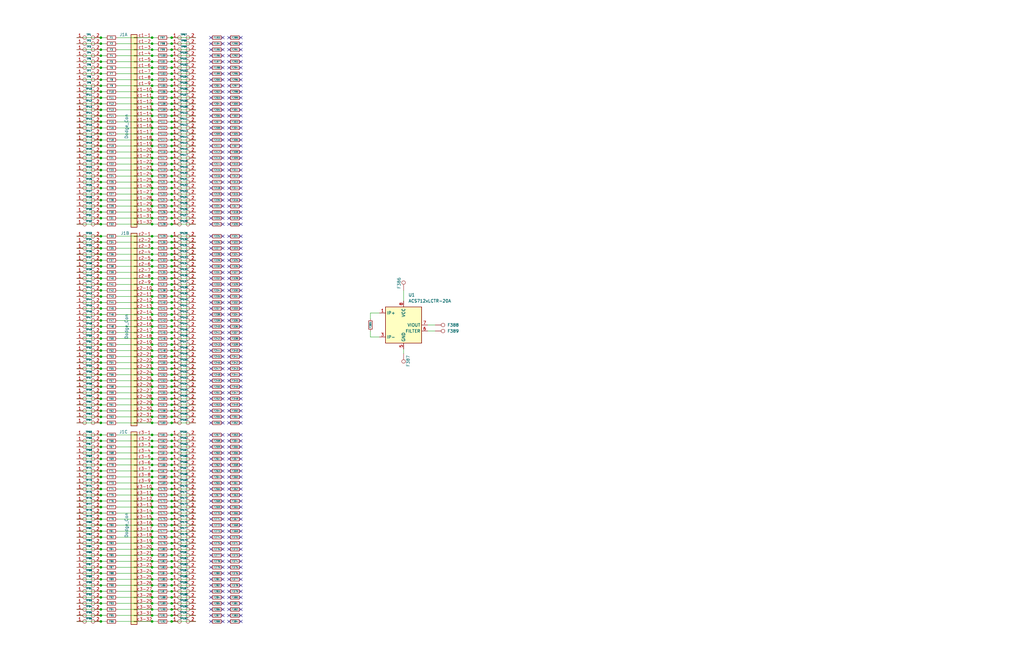
<source format=kicad_sch>
(kicad_sch (version 20211123) (generator eeschema)
  (paper "B")
  (title_block (title "Breakout_1999 Dodge Dakota") (date "2023-08-12") (rev "V0.1") (company "rusEFI"))
  (junction (at 42.545 38.735))
  (junction (at 42.545 41.275))
  (junction (at 42.545 28.575))
  (junction (at 42.545 239.395))
  (junction (at 64.135 53.975))
  (junction (at 72.39 48.895))
  (junction (at 64.135 211.455))
  (junction (at 42.545 160.655))
  (junction (at 72.39 38.735))
  (junction (at 42.545 186.055))
  (junction (at 72.39 28.575))
  (junction (at 42.545 257.175))
  (junction (at 64.135 196.215))
  (junction (at 64.135 183.515))
  (junction (at 64.135 86.995))
  (junction (at 72.39 224.155))
  (junction (at 42.545 173.355))
  (junction (at 42.545 114.935))
  (junction (at 64.135 81.915))
  (junction (at 64.135 46.355))
  (junction (at 42.545 89.535))
  (junction (at 72.39 51.435))
  (junction (at 72.39 102.235))
  (junction (at 42.545 168.275))
  (junction (at 72.39 31.115))
  (junction (at 64.135 252.095))
  (junction (at 64.135 142.875))
  (junction (at 64.135 112.395))
  (junction (at 72.39 208.915))
  (junction (at 72.39 183.515))
  (junction (at 72.39 43.815))
  (junction (at 64.135 257.175))
  (junction (at 72.39 252.095))
  (junction (at 72.39 18.415))
  (junction (at 42.545 226.695))
  (junction (at 64.135 259.715))
  (junction (at 72.39 234.315))
  (junction (at 72.39 175.895))
  (junction (at 42.545 102.235))
  (junction (at 42.545 69.215))
  (junction (at 64.135 51.435))
  (junction (at 72.39 137.795))
  (junction (at 72.39 15.875))
  (junction (at 42.545 231.775))
  (junction (at 72.39 173.355))
  (junction (at 72.39 168.275))
  (junction (at 42.545 188.595))
  (junction (at 64.135 117.475))
  (junction (at 64.135 231.775))
  (junction (at 64.135 48.895))
  (junction (at 64.135 135.255))
  (junction (at 72.39 193.675))
  (junction (at 64.135 59.055))
  (junction (at 72.39 120.015))
  (junction (at 72.39 229.235))
  (junction (at 64.135 208.915))
  (junction (at 72.39 219.075))
  (junction (at 72.39 74.295))
  (junction (at 42.545 15.875))
  (junction (at 64.135 198.755))
  (junction (at 42.545 244.475))
  (junction (at 64.135 178.435))
  (junction (at 72.39 26.035))
  (junction (at 72.39 86.995))
  (junction (at 72.39 203.835))
  (junction (at 72.39 216.535))
  (junction (at 42.545 66.675))
  (junction (at 42.545 252.095))
  (junction (at 42.545 117.475))
  (junction (at 72.39 201.295))
  (junction (at 42.545 150.495))
  (junction (at 64.135 170.815))
  (junction (at 64.135 102.235))
  (junction (at 42.545 216.535))
  (junction (at 42.545 229.235))
  (junction (at 72.39 231.775))
  (junction (at 42.545 247.015))
  (junction (at 42.545 86.995))
  (junction (at 42.545 104.775))
  (junction (at 42.545 236.855))
  (junction (at 72.39 236.855))
  (junction (at 42.545 94.615))
  (junction (at 64.135 191.135))
  (junction (at 72.39 153.035))
  (junction (at 42.545 48.895))
  (junction (at 72.39 59.055))
  (junction (at 42.545 249.555))
  (junction (at 72.39 122.555))
  (junction (at 64.135 89.535))
  (junction (at 64.135 158.115))
  (junction (at 42.545 254.635))
  (junction (at 42.545 84.455))
  (junction (at 72.39 109.855))
  (junction (at 72.39 241.935))
  (junction (at 64.135 236.855))
  (junction (at 72.39 125.095))
  (junction (at 72.39 145.415))
  (junction (at 42.545 165.735))
  (junction (at 42.545 71.755))
  (junction (at 64.135 79.375))
  (junction (at 42.545 107.315))
  (junction (at 64.135 219.075))
  (junction (at 72.39 178.435))
  (junction (at 64.135 229.235))
  (junction (at 72.39 259.715))
  (junction (at 64.135 224.155))
  (junction (at 72.39 127.635))
  (junction (at 72.39 20.955))
  (junction (at 64.135 249.555))
  (junction (at 64.135 15.875))
  (junction (at 42.545 219.075))
  (junction (at 64.135 64.135))
  (junction (at 42.545 132.715))
  (junction (at 64.135 262.255))
  (junction (at 64.135 206.375))
  (junction (at 72.39 196.215))
  (junction (at 64.135 186.055))
  (junction (at 72.39 198.755))
  (junction (at 64.135 234.315))
  (junction (at 64.135 130.175))
  (junction (at 64.135 74.295))
  (junction (at 64.135 147.955))
  (junction (at 72.39 150.495))
  (junction (at 72.39 132.715))
  (junction (at 72.39 66.675))
  (junction (at 42.545 163.195))
  (junction (at 72.39 36.195))
  (junction (at 42.545 193.675))
  (junction (at 42.545 53.975))
  (junction (at 72.39 211.455))
  (junction (at 42.545 112.395))
  (junction (at 72.39 160.655))
  (junction (at 42.545 18.415))
  (junction (at 42.545 125.095))
  (junction (at 72.39 130.175))
  (junction (at 64.135 66.675))
  (junction (at 64.135 168.275))
  (junction (at 42.545 201.295))
  (junction (at 64.135 137.795))
  (junction (at 64.135 201.295))
  (junction (at 42.545 33.655))
  (junction (at 64.135 221.615))
  (junction (at 72.39 61.595))
  (junction (at 42.545 23.495))
  (junction (at 64.135 109.855))
  (junction (at 42.545 20.955))
  (junction (at 42.545 76.835))
  (junction (at 72.39 262.255))
  (junction (at 72.39 33.655))
  (junction (at 64.135 244.475))
  (junction (at 64.135 71.755))
  (junction (at 64.135 173.355))
  (junction (at 64.135 20.955))
  (junction (at 72.39 221.615))
  (junction (at 72.39 170.815))
  (junction (at 72.39 254.635))
  (junction (at 64.135 38.735))
  (junction (at 42.545 61.595))
  (junction (at 42.545 140.335))
  (junction (at 72.39 188.595))
  (junction (at 42.545 26.035))
  (junction (at 72.39 257.175))
  (junction (at 72.39 64.135))
  (junction (at 64.135 239.395))
  (junction (at 72.39 165.735))
  (junction (at 64.135 247.015))
  (junction (at 64.135 31.115))
  (junction (at 64.135 61.595))
  (junction (at 64.135 94.615))
  (junction (at 72.39 239.395))
  (junction (at 72.39 213.995))
  (junction (at 64.135 107.315))
  (junction (at 42.545 51.435))
  (junction (at 64.135 43.815))
  (junction (at 72.39 244.475))
  (junction (at 64.135 104.775))
  (junction (at 72.39 226.695))
  (junction (at 72.39 163.195))
  (junction (at 42.545 122.555))
  (junction (at 42.545 109.855))
  (junction (at 72.39 206.375))
  (junction (at 42.545 178.435))
  (junction (at 64.135 69.215))
  (junction (at 64.135 23.495))
  (junction (at 42.545 56.515))
  (junction (at 64.135 26.035))
  (junction (at 64.135 76.835))
  (junction (at 42.545 198.755))
  (junction (at 42.545 74.295))
  (junction (at 64.135 84.455))
  (junction (at 72.39 247.015))
  (junction (at 42.545 213.995))
  (junction (at 64.135 175.895))
  (junction (at 64.135 132.715))
  (junction (at 42.545 175.895))
  (junction (at 72.39 191.135))
  (junction (at 64.135 165.735))
  (junction (at 42.545 120.015))
  (junction (at 72.39 117.475))
  (junction (at 42.545 127.635))
  (junction (at 72.39 107.315))
  (junction (at 72.39 89.535))
  (junction (at 72.39 84.455))
  (junction (at 72.39 41.275))
  (junction (at 42.545 130.175))
  (junction (at 72.39 142.875))
  (junction (at 72.39 23.495))
  (junction (at 72.39 112.395))
  (junction (at 64.135 254.635))
  (junction (at 72.39 99.695))
  (junction (at 72.39 135.255))
  (junction (at 42.545 147.955))
  (junction (at 64.135 203.835))
  (junction (at 64.135 241.935))
  (junction (at 42.545 79.375))
  (junction (at 42.545 155.575))
  (junction (at 42.545 36.195))
  (junction (at 64.135 92.075))
  (junction (at 64.135 127.635))
  (junction (at 42.545 135.255))
  (junction (at 42.545 211.455))
  (junction (at 64.135 163.195))
  (junction (at 72.39 53.975))
  (junction (at 64.135 120.015))
  (junction (at 42.545 137.795))
  (junction (at 72.39 92.075))
  (junction (at 42.545 46.355))
  (junction (at 42.545 206.375))
  (junction (at 42.545 262.255))
  (junction (at 64.135 140.335))
  (junction (at 72.39 186.055))
  (junction (at 42.545 31.115))
  (junction (at 42.545 92.075))
  (junction (at 42.545 59.055))
  (junction (at 64.135 213.995))
  (junction (at 42.545 145.415))
  (junction (at 42.545 224.155))
  (junction (at 72.39 158.115))
  (junction (at 42.545 43.815))
  (junction (at 64.135 18.415))
  (junction (at 64.135 56.515))
  (junction (at 72.39 94.615))
  (junction (at 42.545 183.515))
  (junction (at 64.135 150.495))
  (junction (at 64.135 188.595))
  (junction (at 64.135 155.575))
  (junction (at 42.545 64.135))
  (junction (at 42.545 191.135))
  (junction (at 64.135 33.655))
  (junction (at 64.135 36.195))
  (junction (at 64.135 153.035))
  (junction (at 72.39 249.555))
  (junction (at 72.39 79.375))
  (junction (at 64.135 226.695))
  (junction (at 42.545 221.615))
  (junction (at 72.39 140.335))
  (junction (at 72.39 104.775))
  (junction (at 42.545 153.035))
  (junction (at 72.39 71.755))
  (junction (at 42.545 241.935))
  (junction (at 42.545 158.115))
  (junction (at 64.135 160.655))
  (junction (at 64.135 125.095))
  (junction (at 64.135 28.575))
  (junction (at 42.545 203.835))
  (junction (at 72.39 56.515))
  (junction (at 42.545 99.695))
  (junction (at 42.545 170.815))
  (junction (at 42.545 196.215))
  (junction (at 72.39 69.215))
  (junction (at 64.135 99.695))
  (junction (at 64.135 193.675))
  (junction (at 72.39 81.915))
  (junction (at 72.39 147.955))
  (junction (at 64.135 122.555))
  (junction (at 72.39 76.835))
  (junction (at 64.135 145.415))
  (junction (at 72.39 114.935))
  (junction (at 42.545 81.915))
  (junction (at 42.545 259.715))
  (junction (at 72.39 155.575))
  (junction (at 64.135 41.275))
  (junction (at 72.39 46.355))
  (junction (at 42.545 208.915))
  (junction (at 64.135 114.935))
  (junction (at 42.545 234.315))
  (junction (at 64.135 216.535))
  (junction (at 42.545 142.875))
  (no_connect (at 96.52 46.355))
  (no_connect (at 96.52 234.315))
  (no_connect (at 101.6 140.335))
  (no_connect (at 88.9 137.795))
  (no_connect (at 101.6 76.835))
  (no_connect (at 88.9 241.935))
  (no_connect (at 96.52 53.975))
  (no_connect (at 96.52 153.035))
  (no_connect (at 93.98 186.055))
  (no_connect (at 101.6 122.555))
  (no_connect (at 101.6 186.055))
  (no_connect (at 101.6 64.135))
  (no_connect (at 101.6 120.015))
  (no_connect (at 96.52 236.855))
  (no_connect (at 93.98 92.075))
  (no_connect (at 96.52 28.575))
  (no_connect (at 93.98 56.515))
  (no_connect (at 93.98 132.715))
  (no_connect (at 93.98 94.615))
  (no_connect (at 101.6 20.955))
  (no_connect (at 93.98 173.355))
  (no_connect (at 96.52 36.195))
  (no_connect (at 88.9 183.515))
  (no_connect (at 93.98 203.835))
  (no_connect (at 93.98 244.475))
  (no_connect (at 101.6 158.115))
  (no_connect (at 88.9 150.495))
  (no_connect (at 93.98 165.735))
  (no_connect (at 93.98 170.815))
  (no_connect (at 101.6 257.175))
  (no_connect (at 93.98 191.135))
  (no_connect (at 96.52 191.135))
  (no_connect (at 88.9 23.495))
  (no_connect (at 96.52 79.375))
  (no_connect (at 101.6 38.735))
  (no_connect (at 88.9 104.775))
  (no_connect (at 93.98 59.055))
  (no_connect (at 93.98 125.095))
  (no_connect (at 96.52 48.895))
  (no_connect (at 88.9 59.055))
  (no_connect (at 96.52 231.775))
  (no_connect (at 101.6 244.475))
  (no_connect (at 96.52 147.955))
  (no_connect (at 88.9 130.175))
  (no_connect (at 88.9 247.015))
  (no_connect (at 93.98 61.595))
  (no_connect (at 93.98 226.695))
  (no_connect (at 88.9 244.475))
  (no_connect (at 101.6 234.315))
  (no_connect (at 88.9 158.115))
  (no_connect (at 101.6 196.215))
  (no_connect (at 96.52 15.875))
  (no_connect (at 93.98 239.395))
  (no_connect (at 88.9 74.295))
  (no_connect (at 96.52 252.095))
  (no_connect (at 101.6 229.235))
  (no_connect (at 93.98 188.595))
  (no_connect (at 101.6 33.655))
  (no_connect (at 93.98 66.675))
  (no_connect (at 96.52 206.375))
  (no_connect (at 96.52 31.115))
  (no_connect (at 96.52 33.655))
  (no_connect (at 96.52 163.195))
  (no_connect (at 93.98 168.275))
  (no_connect (at 96.52 213.995))
  (no_connect (at 96.52 38.735))
  (no_connect (at 96.52 120.015))
  (no_connect (at 88.9 109.855))
  (no_connect (at 101.6 99.695))
  (no_connect (at 93.98 71.755))
  (no_connect (at 88.9 79.375))
  (no_connect (at 96.52 158.115))
  (no_connect (at 93.98 33.655))
  (no_connect (at 93.98 213.995))
  (no_connect (at 96.52 259.715))
  (no_connect (at 93.98 135.255))
  (no_connect (at 96.52 64.135))
  (no_connect (at 101.6 147.955))
  (no_connect (at 96.52 26.035))
  (no_connect (at 93.98 112.395))
  (no_connect (at 101.6 74.295))
  (no_connect (at 101.6 254.635))
  (no_connect (at 93.98 36.195))
  (no_connect (at 96.52 94.615))
  (no_connect (at 96.52 170.815))
  (no_connect (at 96.52 66.675))
  (no_connect (at 88.9 262.255))
  (no_connect (at 88.9 15.875))
  (no_connect (at 93.98 224.155))
  (no_connect (at 88.9 102.235))
  (no_connect (at 101.6 208.915))
  (no_connect (at 96.52 74.295))
  (no_connect (at 96.52 221.615))
  (no_connect (at 101.6 92.075))
  (no_connect (at 88.9 28.575))
  (no_connect (at 93.98 117.475))
  (no_connect (at 88.9 216.535))
  (no_connect (at 101.6 201.295))
  (no_connect (at 93.98 18.415))
  (no_connect (at 96.52 193.675))
  (no_connect (at 93.98 158.115))
  (no_connect (at 101.6 163.195))
  (no_connect (at 96.52 257.175))
  (no_connect (at 96.52 216.535))
  (no_connect (at 88.9 249.555))
  (no_connect (at 96.52 244.475))
  (no_connect (at 93.98 206.375))
  (no_connect (at 101.6 84.455))
  (no_connect (at 88.9 191.135))
  (no_connect (at 96.52 117.475))
  (no_connect (at 88.9 43.815))
  (no_connect (at 96.52 92.075))
  (no_connect (at 101.6 71.755))
  (no_connect (at 93.98 219.075))
  (no_connect (at 101.6 252.095))
  (no_connect (at 93.98 28.575))
  (no_connect (at 93.98 229.235))
  (no_connect (at 96.52 173.355))
  (no_connect (at 96.52 145.415))
  (no_connect (at 96.52 51.435))
  (no_connect (at 93.98 145.415))
  (no_connect (at 101.6 18.415))
  (no_connect (at 93.98 109.855))
  (no_connect (at 88.9 142.875))
  (no_connect (at 96.52 219.075))
  (no_connect (at 88.9 168.275))
  (no_connect (at 88.9 132.715))
  (no_connect (at 96.52 130.175))
  (no_connect (at 96.52 69.215))
  (no_connect (at 96.52 186.055))
  (no_connect (at 93.98 127.635))
  (no_connect (at 88.9 71.755))
  (no_connect (at 101.6 94.615))
  (no_connect (at 101.6 259.715))
  (no_connect (at 93.98 41.275))
  (no_connect (at 88.9 48.895))
  (no_connect (at 96.52 86.995))
  (no_connect (at 93.98 43.815))
  (no_connect (at 93.98 249.555))
  (no_connect (at 93.98 122.555))
  (no_connect (at 101.6 69.215))
  (no_connect (at 96.52 112.395))
  (no_connect (at 96.52 196.215))
  (no_connect (at 88.9 94.615))
  (no_connect (at 88.9 211.455))
  (no_connect (at 96.52 56.515))
  (no_connect (at 93.98 236.855))
  (no_connect (at 93.98 257.175))
  (no_connect (at 96.52 41.275))
  (no_connect (at 93.98 38.735))
  (no_connect (at 88.9 201.295))
  (no_connect (at 96.52 127.635))
  (no_connect (at 96.52 208.915))
  (no_connect (at 93.98 163.195))
  (no_connect (at 93.98 254.635))
  (no_connect (at 96.52 239.395))
  (no_connect (at 93.98 89.535))
  (no_connect (at 93.98 178.435))
  (no_connect (at 96.52 132.715))
  (no_connect (at 96.52 20.955))
  (no_connect (at 96.52 43.815))
  (no_connect (at 93.98 142.875))
  (no_connect (at 88.9 239.395))
  (no_connect (at 93.98 216.535))
  (no_connect (at 96.52 247.015))
  (no_connect (at 96.52 61.595))
  (no_connect (at 96.52 140.335))
  (no_connect (at 93.98 84.455))
  (no_connect (at 96.52 262.255))
  (no_connect (at 88.9 178.435))
  (no_connect (at 96.52 71.755))
  (no_connect (at 96.52 122.555))
  (no_connect (at 88.9 221.615))
  (no_connect (at 96.52 203.835))
  (no_connect (at 93.98 86.995))
  (no_connect (at 88.9 89.535))
  (no_connect (at 101.6 137.795))
  (no_connect (at 88.9 140.335))
  (no_connect (at 96.52 23.495))
  (no_connect (at 88.9 236.855))
  (no_connect (at 88.9 69.215))
  (no_connect (at 93.98 51.435))
  (no_connect (at 88.9 92.075))
  (no_connect (at 88.9 76.835))
  (no_connect (at 93.98 26.035))
  (no_connect (at 88.9 122.555))
  (no_connect (at 88.9 254.635))
  (no_connect (at 93.98 137.795))
  (no_connect (at 96.52 160.655))
  (no_connect (at 96.52 84.455))
  (no_connect (at 101.6 112.395))
  (no_connect (at 88.9 114.935))
  (no_connect (at 101.6 15.875))
  (no_connect (at 101.6 226.695))
  (no_connect (at 88.9 160.655))
  (no_connect (at 88.9 81.915))
  (no_connect (at 101.6 213.995))
  (no_connect (at 88.9 117.475))
  (no_connect (at 96.52 137.795))
  (no_connect (at 88.9 18.415))
  (no_connect (at 96.52 114.935))
  (no_connect (at 93.98 201.295))
  (no_connect (at 88.9 56.515))
  (no_connect (at 101.6 231.775))
  (no_connect (at 101.6 86.995))
  (no_connect (at 93.98 130.175))
  (no_connect (at 93.98 46.355))
  (no_connect (at 88.9 51.435))
  (no_connect (at 101.6 48.895))
  (no_connect (at 88.9 229.235))
  (no_connect (at 101.6 46.355))
  (no_connect (at 93.98 20.955))
  (no_connect (at 101.6 241.935))
  (no_connect (at 93.98 196.215))
  (no_connect (at 101.6 61.595))
  (no_connect (at 88.9 20.955))
  (no_connect (at 101.6 81.915))
  (no_connect (at 93.98 81.915))
  (no_connect (at 93.98 183.515))
  (no_connect (at 101.6 130.175))
  (no_connect (at 88.9 127.635))
  (no_connect (at 101.6 26.035))
  (no_connect (at 88.9 84.455))
  (no_connect (at 101.6 219.075))
  (no_connect (at 96.52 226.695))
  (no_connect (at 101.6 183.515))
  (no_connect (at 93.98 262.255))
  (no_connect (at 88.9 224.155))
  (no_connect (at 93.98 247.015))
  (no_connect (at 101.6 224.155))
  (no_connect (at 88.9 38.735))
  (no_connect (at 101.6 132.715))
  (no_connect (at 96.52 229.235))
  (no_connect (at 101.6 160.655))
  (no_connect (at 93.98 140.335))
  (no_connect (at 88.9 26.035))
  (no_connect (at 88.9 259.715))
  (no_connect (at 101.6 203.835))
  (no_connect (at 101.6 59.055))
  (no_connect (at 96.52 89.535))
  (no_connect (at 101.6 150.495))
  (no_connect (at 93.98 23.495))
  (no_connect (at 93.98 198.755))
  (no_connect (at 101.6 125.095))
  (no_connect (at 93.98 76.835))
  (no_connect (at 96.52 135.255))
  (no_connect (at 93.98 15.875))
  (no_connect (at 88.9 186.055))
  (no_connect (at 101.6 53.975))
  (no_connect (at 101.6 28.575))
  (no_connect (at 101.6 114.935))
  (no_connect (at 88.9 86.995))
  (no_connect (at 96.52 155.575))
  (no_connect (at 101.6 198.755))
  (no_connect (at 101.6 142.875))
  (no_connect (at 101.6 41.275))
  (no_connect (at 96.52 211.455))
  (no_connect (at 88.9 99.695))
  (no_connect (at 93.98 107.315))
  (no_connect (at 88.9 193.675))
  (no_connect (at 96.52 81.915))
  (no_connect (at 93.98 64.135))
  (no_connect (at 93.98 69.215))
  (no_connect (at 96.52 109.855))
  (no_connect (at 93.98 241.935))
  (no_connect (at 88.9 203.835))
  (no_connect (at 101.6 188.595))
  (no_connect (at 88.9 175.895))
  (no_connect (at 93.98 74.295))
  (no_connect (at 88.9 170.815))
  (no_connect (at 101.6 107.315))
  (no_connect (at 93.98 48.895))
  (no_connect (at 101.6 36.195))
  (no_connect (at 88.9 120.015))
  (no_connect (at 96.52 178.435))
  (no_connect (at 88.9 107.315))
  (no_connect (at 101.6 31.115))
  (no_connect (at 101.6 66.675))
  (no_connect (at 88.9 219.075))
  (no_connect (at 88.9 145.415))
  (no_connect (at 101.6 153.035))
  (no_connect (at 96.52 125.095))
  (no_connect (at 88.9 153.035))
  (no_connect (at 101.6 79.375))
  (no_connect (at 96.52 59.055))
  (no_connect (at 88.9 125.095))
  (no_connect (at 101.6 236.855))
  (no_connect (at 96.52 249.555))
  (no_connect (at 101.6 51.435))
  (no_connect (at 101.6 117.475))
  (no_connect (at 88.9 31.115))
  (no_connect (at 88.9 231.775))
  (no_connect (at 101.6 165.735))
  (no_connect (at 101.6 104.775))
  (no_connect (at 96.52 224.155))
  (no_connect (at 96.52 102.235))
  (no_connect (at 93.98 208.915))
  (no_connect (at 93.98 31.115))
  (no_connect (at 88.9 33.655))
  (no_connect (at 101.6 206.375))
  (no_connect (at 101.6 170.815))
  (no_connect (at 93.98 211.455))
  (no_connect (at 93.98 79.375))
  (no_connect (at 93.98 99.695))
  (no_connect (at 101.6 191.135))
  (no_connect (at 101.6 262.255))
  (no_connect (at 96.52 241.935))
  (no_connect (at 101.6 173.355))
  (no_connect (at 93.98 102.235))
  (no_connect (at 101.6 23.495))
  (no_connect (at 101.6 249.555))
  (no_connect (at 93.98 160.655))
  (no_connect (at 88.9 226.695))
  (no_connect (at 93.98 175.895))
  (no_connect (at 96.52 107.315))
  (no_connect (at 101.6 216.535))
  (no_connect (at 88.9 165.735))
  (no_connect (at 96.52 198.755))
  (no_connect (at 96.52 254.635))
  (no_connect (at 96.52 150.495))
  (no_connect (at 101.6 102.235))
  (no_connect (at 101.6 155.575))
  (no_connect (at 88.9 213.995))
  (no_connect (at 88.9 36.195))
  (no_connect (at 88.9 112.395))
  (no_connect (at 93.98 259.715))
  (no_connect (at 101.6 145.415))
  (no_connect (at 93.98 153.035))
  (no_connect (at 93.98 120.015))
  (no_connect (at 88.9 198.755))
  (no_connect (at 93.98 104.775))
  (no_connect (at 96.52 168.275))
  (no_connect (at 101.6 135.255))
  (no_connect (at 93.98 234.315))
  (no_connect (at 101.6 56.515))
  (no_connect (at 88.9 64.135))
  (no_connect (at 96.52 18.415))
  (no_connect (at 96.52 142.875))
  (no_connect (at 96.52 188.595))
  (no_connect (at 96.52 165.735))
  (no_connect (at 88.9 147.955))
  (no_connect (at 93.98 150.495))
  (no_connect (at 101.6 221.615))
  (no_connect (at 88.9 135.255))
  (no_connect (at 101.6 43.815))
  (no_connect (at 88.9 163.195))
  (no_connect (at 96.52 175.895))
  (no_connect (at 93.98 114.935))
  (no_connect (at 88.9 196.215))
  (no_connect (at 93.98 221.615))
  (no_connect (at 88.9 155.575))
  (no_connect (at 93.98 193.675))
  (no_connect (at 96.52 183.515))
  (no_connect (at 101.6 168.275))
  (no_connect (at 88.9 206.375))
  (no_connect (at 101.6 239.395))
  (no_connect (at 88.9 61.595))
  (no_connect (at 88.9 173.355))
  (no_connect (at 88.9 41.275))
  (no_connect (at 96.52 104.775))
  (no_connect (at 88.9 53.975))
  (no_connect (at 96.52 201.295))
  (no_connect (at 101.6 193.675))
  (no_connect (at 93.98 252.095))
  (no_connect (at 93.98 155.575))
  (no_connect (at 88.9 257.175))
  (no_connect (at 101.6 175.895))
  (no_connect (at 101.6 109.855))
  (no_connect (at 88.9 188.595))
  (no_connect (at 93.98 147.955))
  (no_connect (at 101.6 89.535))
  (no_connect (at 88.9 252.095))
  (no_connect (at 101.6 178.435))
  (no_connect (at 93.98 53.975))
  (no_connect (at 101.6 127.635))
  (no_connect (at 88.9 234.315))
  (no_connect (at 101.6 247.015))
  (no_connect (at 101.6 211.455))
  (no_connect (at 88.9 208.915))
  (no_connect (at 96.52 99.695))
  (no_connect (at 96.52 76.835))
  (no_connect (at 93.98 231.775))
  (no_connect (at 88.9 46.355))
  (no_connect (at 88.9 66.675))
  (wire (pts (xy 71.12 241.935) (xy 72.39 241.935)))
  (wire (pts (xy 71.12 145.415) (xy 72.39 145.415)))
  (wire (pts (xy 64.135 186.055) (xy 66.04 186.055)))
  (wire (pts (xy 42.545 213.995) (xy 44.45 213.995)))
  (wire (pts (xy 32.385 74.295) (xy 42.545 74.295)))
  (wire (pts (xy 42.545 127.635) (xy 44.45 127.635)))
  (wire (pts (xy 42.545 33.655) (xy 44.45 33.655)))
  (wire (pts (xy 72.39 132.715) (xy 82.55 132.715)))
  (wire (pts (xy 71.12 92.075) (xy 72.39 92.075)))
  (wire (pts (xy 64.135 114.935) (xy 66.04 114.935)))
  (wire (pts (xy 32.385 216.535) (xy 42.545 216.535)))
  (wire (pts (xy 64.135 56.515) (xy 66.04 56.515)))
  (wire (pts (xy 64.135 247.015) (xy 66.04 247.015)))
  (wire (pts (xy 64.135 15.875) (xy 66.04 15.875)))
  (wire (pts (xy 49.53 262.255) (xy 64.135 262.255)))
  (wire (pts (xy 32.385 198.755) (xy 42.545 198.755)))
  (wire (pts (xy 71.12 125.095) (xy 72.39 125.095)))
  (wire (pts (xy 32.385 170.815) (xy 42.545 170.815)))
  (wire (pts (xy 72.39 216.535) (xy 82.55 216.535)))
  (wire (pts (xy 32.385 38.735) (xy 42.545 38.735)))
  (wire (pts (xy 42.545 249.555) (xy 44.45 249.555)))
  (wire (pts (xy 71.12 193.675) (xy 72.39 193.675)))
  (wire (pts (xy 72.39 203.835) (xy 82.55 203.835)))
  (wire (pts (xy 71.12 249.555) (xy 72.39 249.555)))
  (wire (pts (xy 42.545 66.675) (xy 44.45 66.675)))
  (wire (pts (xy 32.385 175.895) (xy 42.545 175.895)))
  (wire (pts (xy 42.545 239.395) (xy 44.45 239.395)))
  (wire (pts (xy 32.385 224.155) (xy 42.545 224.155)))
  (wire (pts (xy 32.385 76.835) (xy 42.545 76.835)))
  (wire (pts (xy 64.135 122.555) (xy 66.04 122.555)))
  (wire (pts (xy 42.545 153.035) (xy 44.45 153.035)))
  (wire (pts (xy 71.12 137.795) (xy 72.39 137.795)))
  (wire (pts (xy 64.135 84.455) (xy 66.04 84.455)))
  (wire (pts (xy 49.53 211.455) (xy 64.135 211.455)))
  (wire (pts (xy 32.385 219.075) (xy 42.545 219.075)))
  (wire (pts (xy 42.545 89.535) (xy 44.45 89.535)))
  (wire (pts (xy 32.385 69.215) (xy 42.545 69.215)))
  (wire (pts (xy 42.545 51.435) (xy 44.45 51.435)))
  (wire (pts (xy 49.53 140.335) (xy 64.135 140.335)))
  (wire (pts (xy 42.545 257.175) (xy 44.45 257.175)))
  (wire (pts (xy 71.12 107.315) (xy 72.39 107.315)))
  (wire (pts (xy 49.53 219.075) (xy 64.135 219.075)))
  (wire (pts (xy 72.39 33.655) (xy 82.55 33.655)))
  (wire (pts (xy 72.39 150.495) (xy 82.55 150.495)))
  (wire (pts (xy 71.12 247.015) (xy 72.39 247.015)))
  (wire (pts (xy 64.135 28.575) (xy 66.04 28.575)))
  (wire (pts (xy 71.12 262.255) (xy 72.39 262.255)))
  (wire (pts (xy 71.12 20.955) (xy 72.39 20.955)))
  (wire (pts (xy 32.385 173.355) (xy 42.545 173.355)))
  (wire (pts (xy 64.135 219.075) (xy 66.04 219.075)))
  (wire (pts (xy 64.135 130.175) (xy 66.04 130.175)))
  (wire (pts (xy 49.53 186.055) (xy 64.135 186.055)))
  (wire (pts (xy 72.39 160.655) (xy 82.55 160.655)))
  (wire (pts (xy 72.39 36.195) (xy 82.55 36.195)))
  (wire (pts (xy 72.39 229.235) (xy 82.55 229.235)))
  (wire (pts (xy 71.12 201.295) (xy 72.39 201.295)))
  (wire (pts (xy 64.135 191.135) (xy 66.04 191.135)))
  (wire (pts (xy 49.53 114.935) (xy 64.135 114.935)))
  (wire (pts (xy 49.53 257.175) (xy 64.135 257.175)))
  (wire (pts (xy 64.135 163.195) (xy 66.04 163.195)))
  (wire (pts (xy 49.53 145.415) (xy 64.135 145.415)))
  (wire (pts (xy 42.545 160.655) (xy 44.45 160.655)))
  (wire (pts (xy 32.385 257.175) (xy 42.545 257.175)))
  (wire (pts (xy 64.135 137.795) (xy 66.04 137.795)))
  (wire (pts (xy 32.385 59.055) (xy 42.545 59.055)))
  (wire (pts (xy 49.53 239.395) (xy 64.135 239.395)))
  (wire (pts (xy 42.545 208.915) (xy 44.45 208.915)))
  (wire (pts (xy 49.53 249.555) (xy 64.135 249.555)))
  (wire (pts (xy 72.39 46.355) (xy 82.55 46.355)))
  (wire (pts (xy 49.53 163.195) (xy 64.135 163.195)))
  (wire (pts (xy 32.385 36.195) (xy 42.545 36.195)))
  (wire (pts (xy 71.12 147.955) (xy 72.39 147.955)))
  (wire (pts (xy 49.53 125.095) (xy 64.135 125.095)))
  (wire (pts (xy 49.53 36.195) (xy 64.135 36.195)))
  (wire (pts (xy 42.545 86.995) (xy 44.45 86.995)))
  (wire (pts (xy 42.545 56.515) (xy 44.45 56.515)))
  (wire (pts (xy 42.545 163.195) (xy 44.45 163.195)))
  (wire (pts (xy 64.135 142.875) (xy 66.04 142.875)))
  (wire (pts (xy 72.39 262.255) (xy 82.55 262.255)))
  (wire (pts (xy 71.12 254.635) (xy 72.39 254.635)))
  (wire (pts (xy 71.12 33.655) (xy 72.39 33.655)))
  (wire (pts (xy 72.39 89.535) (xy 82.55 89.535)))
  (wire (pts (xy 32.385 28.575) (xy 42.545 28.575)))
  (wire (pts (xy 32.385 125.095) (xy 42.545 125.095)))
  (wire (pts (xy 32.385 135.255) (xy 42.545 135.255)))
  (wire (pts (xy 72.39 76.835) (xy 82.55 76.835)))
  (wire (pts (xy 72.39 109.855) (xy 82.55 109.855)))
  (wire (pts (xy 42.545 74.295) (xy 44.45 74.295)))
  (wire (pts (xy 42.545 165.735) (xy 44.45 165.735)))
  (wire (pts (xy 72.39 122.555) (xy 82.55 122.555)))
  (wire (pts (xy 32.385 114.935) (xy 42.545 114.935)))
  (wire (pts (xy 64.135 127.635) (xy 66.04 127.635)))
  (wire (pts (xy 64.135 59.055) (xy 66.04 59.055)))
  (wire (pts (xy 72.39 231.775) (xy 82.55 231.775)))
  (wire (pts (xy 32.385 155.575) (xy 42.545 155.575)))
  (wire (pts (xy 49.53 69.215) (xy 64.135 69.215)))
  (wire (pts (xy 42.545 175.895) (xy 44.45 175.895)))
  (wire (pts (xy 64.135 193.675) (xy 66.04 193.675)))
  (wire (pts (xy 49.53 31.115) (xy 64.135 31.115)))
  (wire (pts (xy 49.53 198.755) (xy 64.135 198.755)))
  (wire (pts (xy 71.12 84.455) (xy 72.39 84.455)))
  (wire (pts (xy 42.545 112.395) (xy 44.45 112.395)))
  (wire (pts (xy 71.12 74.295) (xy 72.39 74.295)))
  (wire (pts (xy 32.385 231.775) (xy 42.545 231.775)))
  (wire (pts (xy 71.12 165.735) (xy 72.39 165.735)))
  (wire (pts (xy 32.385 84.455) (xy 42.545 84.455)))
  (wire (pts (xy 64.135 92.075) (xy 66.04 92.075)))
  (wire (pts (xy 72.39 114.935) (xy 82.55 114.935)))
  (wire (pts (xy 42.545 193.675) (xy 44.45 193.675)))
  (wire (pts (xy 42.545 226.695) (xy 44.45 226.695)))
  (wire (pts (xy 64.135 216.535) (xy 66.04 216.535)))
  (wire (pts (xy 32.385 41.275) (xy 42.545 41.275)))
  (wire (pts (xy 72.39 168.275) (xy 82.55 168.275)))
  (wire (pts (xy 72.39 178.435) (xy 82.55 178.435)))
  (wire (pts (xy 71.12 244.475) (xy 72.39 244.475)))
  (wire (pts (xy 72.39 158.115) (xy 82.55 158.115)))
  (wire (pts (xy 49.53 247.015) (xy 64.135 247.015)))
  (wire (pts (xy 32.385 43.815) (xy 42.545 43.815)))
  (wire (pts (xy 64.135 150.495) (xy 66.04 150.495)))
  (wire (pts (xy 72.39 196.215) (xy 82.55 196.215)))
  (wire (pts (xy 32.385 109.855) (xy 42.545 109.855)))
  (wire (pts (xy 64.135 99.695) (xy 66.04 99.695)))
  (wire (pts (xy 32.385 153.035) (xy 42.545 153.035)))
  (wire (pts (xy 180.34 137.16) (xy 183.515 137.16)))
  (wire (pts (xy 32.385 165.735) (xy 42.545 165.735)))
  (wire (pts (xy 72.39 226.695) (xy 82.55 226.695)))
  (wire (pts (xy 42.545 211.455) (xy 44.45 211.455)))
  (wire (pts (xy 64.135 178.435) (xy 66.04 178.435)))
  (wire (pts (xy 64.135 18.415) (xy 66.04 18.415)))
  (wire (pts (xy 71.12 226.695) (xy 72.39 226.695)))
  (wire (pts (xy 71.12 234.315) (xy 72.39 234.315)))
  (wire (pts (xy 32.385 178.435) (xy 42.545 178.435)))
  (wire (pts (xy 49.53 66.675) (xy 64.135 66.675)))
  (wire (pts (xy 42.545 107.315) (xy 44.45 107.315)))
  (wire (pts (xy 72.39 224.155) (xy 82.55 224.155)))
  (wire (pts (xy 42.545 178.435) (xy 44.45 178.435)))
  (wire (pts (xy 64.135 81.915) (xy 66.04 81.915)))
  (wire (pts (xy 32.385 259.715) (xy 42.545 259.715)))
  (wire (pts (xy 160.02 142.24) (xy 156.21 142.24)))
  (wire (pts (xy 72.39 173.355) (xy 82.55 173.355)))
  (wire (pts (xy 49.53 183.515) (xy 64.135 183.515)))
  (wire (pts (xy 64.135 36.195) (xy 66.04 36.195)))
  (wire (pts (xy 49.53 86.995) (xy 64.135 86.995)))
  (wire (pts (xy 72.39 165.735) (xy 82.55 165.735)))
  (wire (pts (xy 72.39 104.775) (xy 82.55 104.775)))
  (wire (pts (xy 32.385 53.975) (xy 42.545 53.975)))
  (wire (pts (xy 49.53 252.095) (xy 64.135 252.095)))
  (wire (pts (xy 49.53 79.375) (xy 64.135 79.375)))
  (wire (pts (xy 71.12 76.835) (xy 72.39 76.835)))
  (wire (pts (xy 32.385 241.935) (xy 42.545 241.935)))
  (wire (pts (xy 71.12 79.375) (xy 72.39 79.375)))
  (wire (pts (xy 72.39 137.795) (xy 82.55 137.795)))
  (wire (pts (xy 72.39 201.295) (xy 82.55 201.295)))
  (wire (pts (xy 49.53 18.415) (xy 64.135 18.415)))
  (wire (pts (xy 72.39 107.315) (xy 82.55 107.315)))
  (wire (pts (xy 72.39 163.195) (xy 82.55 163.195)))
  (wire (pts (xy 72.39 186.055) (xy 82.55 186.055)))
  (wire (pts (xy 42.545 122.555) (xy 44.45 122.555)))
  (wire (pts (xy 71.12 114.935) (xy 72.39 114.935)))
  (wire (pts (xy 64.135 198.755) (xy 66.04 198.755)))
  (wire (pts (xy 49.53 259.715) (xy 64.135 259.715)))
  (wire (pts (xy 49.53 203.835) (xy 64.135 203.835)))
  (wire (pts (xy 32.385 94.615) (xy 42.545 94.615)))
  (wire (pts (xy 32.385 244.475) (xy 42.545 244.475)))
  (wire (pts (xy 72.39 117.475) (xy 82.55 117.475)))
  (wire (pts (xy 49.53 226.695) (xy 64.135 226.695)))
  (wire (pts (xy 49.53 188.595) (xy 64.135 188.595)))
  (wire (pts (xy 71.12 104.775) (xy 72.39 104.775)))
  (wire (pts (xy 170.18 147.32) (xy 170.18 149.225)))
  (wire (pts (xy 72.39 145.415) (xy 82.55 145.415)))
  (wire (pts (xy 72.39 244.475) (xy 82.55 244.475)))
  (wire (pts (xy 49.53 28.575) (xy 64.135 28.575)))
  (wire (pts (xy 42.545 252.095) (xy 44.45 252.095)))
  (wire (pts (xy 71.12 15.875) (xy 72.39 15.875)))
  (wire (pts (xy 71.12 191.135) (xy 72.39 191.135)))
  (wire (pts (xy 32.385 99.695) (xy 42.545 99.695)))
  (wire (pts (xy 71.12 219.075) (xy 72.39 219.075)))
  (wire (pts (xy 32.385 15.875) (xy 42.545 15.875)))
  (wire (pts (xy 64.135 226.695) (xy 66.04 226.695)))
  (wire (pts (xy 49.53 122.555) (xy 64.135 122.555)))
  (wire (pts (xy 42.545 158.115) (xy 44.45 158.115)))
  (wire (pts (xy 32.385 71.755) (xy 42.545 71.755)))
  (wire (pts (xy 49.53 94.615) (xy 64.135 94.615)))
  (wire (pts (xy 71.12 135.255) (xy 72.39 135.255)))
  (wire (pts (xy 32.385 262.255) (xy 42.545 262.255)))
  (wire (pts (xy 64.135 160.655) (xy 66.04 160.655)))
  (wire (pts (xy 49.53 208.915) (xy 64.135 208.915)))
  (wire (pts (xy 42.545 241.935) (xy 44.45 241.935)))
  (wire (pts (xy 71.12 140.335) (xy 72.39 140.335)))
  (wire (pts (xy 72.39 208.915) (xy 82.55 208.915)))
  (wire (pts (xy 42.545 114.935) (xy 44.45 114.935)))
  (wire (pts (xy 49.53 229.235) (xy 64.135 229.235)))
  (wire (pts (xy 49.53 168.275) (xy 64.135 168.275)))
  (wire (pts (xy 170.18 122.555) (xy 170.18 127)))
  (wire (pts (xy 72.39 153.035) (xy 82.55 153.035)))
  (wire (pts (xy 72.39 140.335) (xy 82.55 140.335)))
  (wire (pts (xy 42.545 198.755) (xy 44.45 198.755)))
  (wire (pts (xy 42.545 135.255) (xy 44.45 135.255)))
  (wire (pts (xy 72.39 252.095) (xy 82.55 252.095)))
  (wire (pts (xy 72.39 53.975) (xy 82.55 53.975)))
  (wire (pts (xy 72.39 147.955) (xy 82.55 147.955)))
  (wire (pts (xy 42.545 191.135) (xy 44.45 191.135)))
  (wire (pts (xy 64.135 236.855) (xy 66.04 236.855)))
  (wire (pts (xy 71.12 28.575) (xy 72.39 28.575)))
  (wire (pts (xy 72.39 142.875) (xy 82.55 142.875)))
  (wire (pts (xy 64.135 201.295) (xy 66.04 201.295)))
  (wire (pts (xy 64.135 155.575) (xy 66.04 155.575)))
  (wire (pts (xy 71.12 102.235) (xy 72.39 102.235)))
  (wire (pts (xy 72.39 254.635) (xy 82.55 254.635)))
  (wire (pts (xy 71.12 224.155) (xy 72.39 224.155)))
  (wire (pts (xy 49.53 117.475) (xy 64.135 117.475)))
  (wire (pts (xy 72.39 74.295) (xy 82.55 74.295)))
  (wire (pts (xy 64.135 170.815) (xy 66.04 170.815)))
  (wire (pts (xy 71.12 51.435) (xy 72.39 51.435)))
  (wire (pts (xy 49.53 51.435) (xy 64.135 51.435)))
  (wire (pts (xy 49.53 71.755) (xy 64.135 71.755)))
  (wire (pts (xy 71.12 213.995) (xy 72.39 213.995)))
  (wire (pts (xy 42.545 102.235) (xy 44.45 102.235)))
  (wire (pts (xy 32.385 208.915) (xy 42.545 208.915)))
  (wire (pts (xy 32.385 193.675) (xy 42.545 193.675)))
  (wire (pts (xy 64.135 211.455) (xy 66.04 211.455)))
  (wire (pts (xy 49.53 170.815) (xy 64.135 170.815)))
  (wire (pts (xy 64.135 112.395) (xy 66.04 112.395)))
  (wire (pts (xy 32.385 18.415) (xy 42.545 18.415)))
  (wire (pts (xy 64.135 79.375) (xy 66.04 79.375)))
  (wire (pts (xy 72.39 94.615) (xy 82.55 94.615)))
  (wire (pts (xy 32.385 203.835) (xy 42.545 203.835)))
  (wire (pts (xy 42.545 221.615) (xy 44.45 221.615)))
  (wire (pts (xy 32.385 226.695) (xy 42.545 226.695)))
  (wire (pts (xy 49.53 135.255) (xy 64.135 135.255)))
  (wire (pts (xy 72.39 43.815) (xy 82.55 43.815)))
  (wire (pts (xy 32.385 229.235) (xy 42.545 229.235)))
  (wire (pts (xy 42.545 53.975) (xy 44.45 53.975)))
  (wire (pts (xy 49.53 147.955) (xy 64.135 147.955)))
  (wire (pts (xy 32.385 150.495) (xy 42.545 150.495)))
  (wire (pts (xy 64.135 241.935) (xy 66.04 241.935)))
  (wire (pts (xy 42.545 69.215) (xy 44.45 69.215)))
  (wire (pts (xy 72.39 26.035) (xy 82.55 26.035)))
  (wire (pts (xy 42.545 99.695) (xy 44.45 99.695)))
  (wire (pts (xy 71.12 69.215) (xy 72.39 69.215)))
  (wire (pts (xy 42.545 132.715) (xy 44.45 132.715)))
  (wire (pts (xy 42.545 130.175) (xy 44.45 130.175)))
  (wire (pts (xy 32.385 33.655) (xy 42.545 33.655)))
  (wire (pts (xy 49.53 107.315) (xy 64.135 107.315)))
  (wire (pts (xy 64.135 107.315) (xy 66.04 107.315)))
  (wire (pts (xy 71.12 163.195) (xy 72.39 163.195)))
  (wire (pts (xy 32.385 140.335) (xy 42.545 140.335)))
  (wire (pts (xy 42.545 236.855) (xy 44.45 236.855)))
  (wire (pts (xy 64.135 46.355) (xy 66.04 46.355)))
  (wire (pts (xy 71.12 188.595) (xy 72.39 188.595)))
  (wire (pts (xy 64.135 153.035) (xy 66.04 153.035)))
  (wire (pts (xy 32.385 130.175) (xy 42.545 130.175)))
  (wire (pts (xy 32.385 81.915) (xy 42.545 81.915)))
  (wire (pts (xy 32.385 48.895) (xy 42.545 48.895)))
  (wire (pts (xy 64.135 26.035) (xy 66.04 26.035)))
  (wire (pts (xy 32.385 183.515) (xy 42.545 183.515)))
  (wire (pts (xy 64.135 69.215) (xy 66.04 69.215)))
  (wire (pts (xy 72.39 59.055) (xy 82.55 59.055)))
  (wire (pts (xy 71.12 23.495) (xy 72.39 23.495)))
  (wire (pts (xy 32.385 31.115) (xy 42.545 31.115)))
  (wire (pts (xy 72.39 79.375) (xy 82.55 79.375)))
  (wire (pts (xy 42.545 104.775) (xy 44.45 104.775)))
  (wire (pts (xy 64.135 53.975) (xy 66.04 53.975)))
  (wire (pts (xy 49.53 236.855) (xy 64.135 236.855)))
  (wire (pts (xy 49.53 127.635) (xy 64.135 127.635)))
  (wire (pts (xy 42.545 64.135) (xy 44.45 64.135)))
  (wire (pts (xy 49.53 23.495) (xy 64.135 23.495)))
  (wire (pts (xy 32.385 89.535) (xy 42.545 89.535)))
  (wire (pts (xy 42.545 117.475) (xy 44.45 117.475)))
  (wire (pts (xy 64.135 257.175) (xy 66.04 257.175)))
  (wire (pts (xy 42.545 46.355) (xy 44.45 46.355)))
  (wire (pts (xy 42.545 81.915) (xy 44.45 81.915)))
  (wire (pts (xy 42.545 38.735) (xy 44.45 38.735)))
  (wire (pts (xy 72.39 69.215) (xy 82.55 69.215)))
  (wire (pts (xy 72.39 48.895) (xy 82.55 48.895)))
  (wire (pts (xy 64.135 259.715) (xy 66.04 259.715)))
  (wire (pts (xy 71.12 71.755) (xy 72.39 71.755)))
  (wire (pts (xy 42.545 26.035) (xy 44.45 26.035)))
  (wire (pts (xy 64.135 175.895) (xy 66.04 175.895)))
  (wire (pts (xy 71.12 229.235) (xy 72.39 229.235)))
  (wire (pts (xy 32.385 86.995) (xy 42.545 86.995)))
  (wire (pts (xy 72.39 18.415) (xy 82.55 18.415)))
  (wire (pts (xy 71.12 26.035) (xy 72.39 26.035)))
  (wire (pts (xy 72.39 239.395) (xy 82.55 239.395)))
  (wire (pts (xy 71.12 168.275) (xy 72.39 168.275)))
  (wire (pts (xy 64.135 183.515) (xy 66.04 183.515)))
  (wire (pts (xy 72.39 188.595) (xy 82.55 188.595)))
  (wire (pts (xy 64.135 229.235) (xy 66.04 229.235)))
  (wire (pts (xy 71.12 36.195) (xy 72.39 36.195)))
  (wire (pts (xy 71.12 66.675) (xy 72.39 66.675)))
  (wire (pts (xy 71.12 41.275) (xy 72.39 41.275)))
  (wire (pts (xy 156.21 142.24) (xy 156.21 139.7)))
  (wire (pts (xy 71.12 31.115) (xy 72.39 31.115)))
  (wire (pts (xy 71.12 175.895) (xy 72.39 175.895)))
  (wire (pts (xy 32.385 236.855) (xy 42.545 236.855)))
  (wire (pts (xy 42.545 203.835) (xy 44.45 203.835)))
  (wire (pts (xy 42.545 43.815) (xy 44.45 43.815)))
  (wire (pts (xy 71.12 186.055) (xy 72.39 186.055)))
  (wire (pts (xy 72.39 61.595) (xy 82.55 61.595)))
  (wire (pts (xy 72.39 198.755) (xy 82.55 198.755)))
  (wire (pts (xy 64.135 231.775) (xy 66.04 231.775)))
  (wire (pts (xy 72.39 102.235) (xy 82.55 102.235)))
  (wire (pts (xy 42.545 145.415) (xy 44.45 145.415)))
  (wire (pts (xy 64.135 140.335) (xy 66.04 140.335)))
  (wire (pts (xy 42.545 150.495) (xy 44.45 150.495)))
  (wire (pts (xy 32.385 254.635) (xy 42.545 254.635)))
  (wire (pts (xy 72.39 135.255) (xy 82.55 135.255)))
  (wire (pts (xy 42.545 71.755) (xy 44.45 71.755)))
  (wire (pts (xy 64.135 74.295) (xy 66.04 74.295)))
  (wire (pts (xy 64.135 71.755) (xy 66.04 71.755)))
  (wire (pts (xy 64.135 239.395) (xy 66.04 239.395)))
  (wire (pts (xy 72.39 120.015) (xy 82.55 120.015)))
  (wire (pts (xy 32.385 213.995) (xy 42.545 213.995)))
  (wire (pts (xy 72.39 236.855) (xy 82.55 236.855)))
  (wire (pts (xy 72.39 259.715) (xy 82.55 259.715)))
  (wire (pts (xy 64.135 244.475) (xy 66.04 244.475)))
  (wire (pts (xy 42.545 109.855) (xy 44.45 109.855)))
  (wire (pts (xy 71.12 48.895) (xy 72.39 48.895)))
  (wire (pts (xy 64.135 196.215) (xy 66.04 196.215)))
  (wire (pts (xy 42.545 23.495) (xy 44.45 23.495)))
  (wire (pts (xy 42.545 125.095) (xy 44.45 125.095)))
  (wire (pts (xy 71.12 178.435) (xy 72.39 178.435)))
  (wire (pts (xy 64.135 168.275) (xy 66.04 168.275)))
  (wire (pts (xy 64.135 43.815) (xy 66.04 43.815)))
  (wire (pts (xy 72.39 249.555) (xy 82.55 249.555)))
  (wire (pts (xy 71.12 211.455) (xy 72.39 211.455)))
  (wire (pts (xy 64.135 41.275) (xy 66.04 41.275)))
  (wire (pts (xy 64.135 147.955) (xy 66.04 147.955)))
  (wire (pts (xy 71.12 142.875) (xy 72.39 142.875)))
  (wire (pts (xy 42.545 170.815) (xy 44.45 170.815)))
  (wire (pts (xy 71.12 259.715) (xy 72.39 259.715)))
  (wire (pts (xy 32.385 168.275) (xy 42.545 168.275)))
  (wire (pts (xy 72.39 241.935) (xy 82.55 241.935)))
  (wire (pts (xy 49.53 64.135) (xy 64.135 64.135)))
  (wire (pts (xy 71.12 231.775) (xy 72.39 231.775)))
  (wire (pts (xy 71.12 18.415) (xy 72.39 18.415)))
  (wire (pts (xy 64.135 76.835) (xy 66.04 76.835)))
  (wire (pts (xy 64.135 254.635) (xy 66.04 254.635)))
  (wire (pts (xy 72.39 170.815) (xy 82.55 170.815)))
  (wire (pts (xy 72.39 99.695) (xy 82.55 99.695)))
  (wire (pts (xy 64.135 203.835) (xy 66.04 203.835)))
  (wire (pts (xy 72.39 41.275) (xy 82.55 41.275)))
  (wire (pts (xy 71.12 59.055) (xy 72.39 59.055)))
  (wire (pts (xy 42.545 36.195) (xy 44.45 36.195)))
  (wire (pts (xy 71.12 160.655) (xy 72.39 160.655)))
  (wire (pts (xy 49.53 48.895) (xy 64.135 48.895)))
  (wire (pts (xy 49.53 120.015) (xy 64.135 120.015)))
  (wire (pts (xy 49.53 26.035) (xy 64.135 26.035)))
  (wire (pts (xy 32.385 160.655) (xy 42.545 160.655)))
  (wire (pts (xy 64.135 104.775) (xy 66.04 104.775)))
  (wire (pts (xy 32.385 191.135) (xy 42.545 191.135)))
  (wire (pts (xy 71.12 89.535) (xy 72.39 89.535)))
  (wire (pts (xy 71.12 155.575) (xy 72.39 155.575)))
  (wire (pts (xy 64.135 33.655) (xy 66.04 33.655)))
  (wire (pts (xy 32.385 120.015) (xy 42.545 120.015)))
  (wire (pts (xy 49.53 130.175) (xy 64.135 130.175)))
  (wire (pts (xy 49.53 46.355) (xy 64.135 46.355)))
  (wire (pts (xy 49.53 112.395) (xy 64.135 112.395)))
  (wire (pts (xy 64.135 165.735) (xy 66.04 165.735)))
  (wire (pts (xy 64.135 102.235) (xy 66.04 102.235)))
  (wire (pts (xy 42.545 173.355) (xy 44.45 173.355)))
  (wire (pts (xy 72.39 86.995) (xy 82.55 86.995)))
  (wire (pts (xy 32.385 188.595) (xy 42.545 188.595)))
  (wire (pts (xy 71.12 132.715) (xy 72.39 132.715)))
  (wire (pts (xy 72.39 64.135) (xy 82.55 64.135)))
  (wire (pts (xy 42.545 28.575) (xy 44.45 28.575)))
  (wire (pts (xy 32.385 92.075) (xy 42.545 92.075)))
  (wire (pts (xy 71.12 198.755) (xy 72.39 198.755)))
  (wire (pts (xy 49.53 109.855) (xy 64.135 109.855)))
  (wire (pts (xy 49.53 53.975) (xy 64.135 53.975)))
  (wire (pts (xy 42.545 216.535) (xy 44.45 216.535)))
  (wire (pts (xy 71.12 257.175) (xy 72.39 257.175)))
  (wire (pts (xy 49.53 153.035) (xy 64.135 153.035)))
  (wire (pts (xy 42.545 140.335) (xy 44.45 140.335)))
  (wire (pts (xy 42.545 61.595) (xy 44.45 61.595)))
  (wire (pts (xy 71.12 150.495) (xy 72.39 150.495)))
  (wire (pts (xy 72.39 38.735) (xy 82.55 38.735)))
  (wire (pts (xy 64.135 224.155) (xy 66.04 224.155)))
  (wire (pts (xy 49.53 160.655) (xy 64.135 160.655)))
  (wire (pts (xy 160.02 132.08) (xy 156.21 132.08)))
  (wire (pts (xy 71.12 170.815) (xy 72.39 170.815)))
  (wire (pts (xy 42.545 76.835) (xy 44.45 76.835)))
  (wire (pts (xy 64.135 38.735) (xy 66.04 38.735)))
  (wire (pts (xy 71.12 203.835) (xy 72.39 203.835)))
  (wire (pts (xy 42.545 15.875) (xy 44.45 15.875)))
  (wire (pts (xy 49.53 241.935) (xy 64.135 241.935)))
  (wire (pts (xy 72.39 66.675) (xy 82.55 66.675)))
  (wire (pts (xy 72.39 71.755) (xy 82.55 71.755)))
  (wire (pts (xy 49.53 132.715) (xy 64.135 132.715)))
  (wire (pts (xy 49.53 206.375) (xy 64.135 206.375)))
  (wire (pts (xy 64.135 120.015) (xy 66.04 120.015)))
  (wire (pts (xy 64.135 86.995) (xy 66.04 86.995)))
  (wire (pts (xy 49.53 142.875) (xy 64.135 142.875)))
  (wire (pts (xy 32.385 23.495) (xy 42.545 23.495)))
  (wire (pts (xy 42.545 94.615) (xy 44.45 94.615)))
  (wire (pts (xy 64.135 213.995) (xy 66.04 213.995)))
  (wire (pts (xy 72.39 191.135) (xy 82.55 191.135)))
  (wire (pts (xy 71.12 252.095) (xy 72.39 252.095)))
  (wire (pts (xy 32.385 64.135) (xy 42.545 64.135)))
  (wire (pts (xy 71.12 61.595) (xy 72.39 61.595)))
  (wire (pts (xy 32.385 127.635) (xy 42.545 127.635)))
  (wire (pts (xy 32.385 107.315) (xy 42.545 107.315)))
  (wire (pts (xy 64.135 173.355) (xy 66.04 173.355)))
  (wire (pts (xy 32.385 26.035) (xy 42.545 26.035)))
  (wire (pts (xy 64.135 188.595) (xy 66.04 188.595)))
  (wire (pts (xy 71.12 173.355) (xy 72.39 173.355)))
  (wire (pts (xy 71.12 81.915) (xy 72.39 81.915)))
  (wire (pts (xy 64.135 20.955) (xy 66.04 20.955)))
  (wire (pts (xy 42.545 31.115) (xy 44.45 31.115)))
  (wire (pts (xy 42.545 120.015) (xy 44.45 120.015)))
  (wire (pts (xy 71.12 43.815) (xy 72.39 43.815)))
  (wire (pts (xy 42.545 259.715) (xy 44.45 259.715)))
  (wire (pts (xy 49.53 221.615) (xy 64.135 221.615)))
  (wire (pts (xy 64.135 117.475) (xy 66.04 117.475)))
  (wire (pts (xy 72.39 193.675) (xy 82.55 193.675)))
  (wire (pts (xy 49.53 56.515) (xy 64.135 56.515)))
  (wire (pts (xy 71.12 153.035) (xy 72.39 153.035)))
  (wire (pts (xy 72.39 127.635) (xy 82.55 127.635)))
  (wire (pts (xy 71.12 206.375) (xy 72.39 206.375)))
  (wire (pts (xy 42.545 183.515) (xy 44.45 183.515)))
  (wire (pts (xy 32.385 239.395) (xy 42.545 239.395)))
  (wire (pts (xy 71.12 56.515) (xy 72.39 56.515)))
  (wire (pts (xy 64.135 89.535) (xy 66.04 89.535)))
  (wire (pts (xy 42.545 92.075) (xy 44.45 92.075)))
  (wire (pts (xy 71.12 208.915) (xy 72.39 208.915)))
  (wire (pts (xy 64.135 249.555) (xy 66.04 249.555)))
  (wire (pts (xy 71.12 109.855) (xy 72.39 109.855)))
  (wire (pts (xy 64.135 66.675) (xy 66.04 66.675)))
  (wire (pts (xy 42.545 247.015) (xy 44.45 247.015)))
  (wire (pts (xy 64.135 23.495) (xy 66.04 23.495)))
  (wire (pts (xy 32.385 201.295) (xy 42.545 201.295)))
  (wire (pts (xy 32.385 252.095) (xy 42.545 252.095)))
  (wire (pts (xy 32.385 145.415) (xy 42.545 145.415)))
  (wire (pts (xy 72.39 23.495) (xy 82.55 23.495)))
  (wire (pts (xy 49.53 33.655) (xy 64.135 33.655)))
  (wire (pts (xy 49.53 74.295) (xy 64.135 74.295)))
  (wire (pts (xy 64.135 145.415) (xy 66.04 145.415)))
  (wire (pts (xy 32.385 20.955) (xy 42.545 20.955)))
  (wire (pts (xy 49.53 89.535) (xy 64.135 89.535)))
  (wire (pts (xy 32.385 56.515) (xy 42.545 56.515)))
  (wire (pts (xy 64.135 64.135) (xy 66.04 64.135)))
  (wire (pts (xy 49.53 224.155) (xy 64.135 224.155)))
  (wire (pts (xy 64.135 48.895) (xy 66.04 48.895)))
  (wire (pts (xy 49.53 15.875) (xy 64.135 15.875)))
  (wire (pts (xy 32.385 142.875) (xy 42.545 142.875)))
  (wire (pts (xy 49.53 84.455) (xy 64.135 84.455)))
  (wire (pts (xy 32.385 46.355) (xy 42.545 46.355)))
  (wire (pts (xy 72.39 183.515) (xy 82.55 183.515)))
  (wire (pts (xy 49.53 216.535) (xy 64.135 216.535)))
  (wire (pts (xy 49.53 104.775) (xy 64.135 104.775)))
  (wire (pts (xy 49.53 201.295) (xy 64.135 201.295)))
  (wire (pts (xy 49.53 213.995) (xy 64.135 213.995)))
  (wire (pts (xy 32.385 51.435) (xy 42.545 51.435)))
  (wire (pts (xy 72.39 84.455) (xy 82.55 84.455)))
  (wire (pts (xy 49.53 92.075) (xy 64.135 92.075)))
  (wire (pts (xy 42.545 206.375) (xy 44.45 206.375)))
  (wire (pts (xy 49.53 191.135) (xy 64.135 191.135)))
  (wire (pts (xy 42.545 186.055) (xy 44.45 186.055)))
  (wire (pts (xy 71.12 158.115) (xy 72.39 158.115)))
  (wire (pts (xy 64.135 125.095) (xy 66.04 125.095)))
  (wire (pts (xy 32.385 66.675) (xy 42.545 66.675)))
  (wire (pts (xy 32.385 247.015) (xy 42.545 247.015)))
  (wire (pts (xy 72.39 125.095) (xy 82.55 125.095)))
  (wire (pts (xy 32.385 117.475) (xy 42.545 117.475)))
  (wire (pts (xy 72.39 211.455) (xy 82.55 211.455)))
  (wire (pts (xy 49.53 38.735) (xy 64.135 38.735)))
  (wire (pts (xy 42.545 59.055) (xy 44.45 59.055)))
  (wire (pts (xy 42.545 41.275) (xy 44.45 41.275)))
  (wire (pts (xy 32.385 234.315) (xy 42.545 234.315)))
  (wire (pts (xy 49.53 165.735) (xy 64.135 165.735)))
  (wire (pts (xy 42.545 244.475) (xy 44.45 244.475)))
  (wire (pts (xy 64.135 208.915) (xy 66.04 208.915)))
  (wire (pts (xy 64.135 135.255) (xy 66.04 135.255)))
  (wire (pts (xy 32.385 211.455) (xy 42.545 211.455)))
  (wire (pts (xy 71.12 221.615) (xy 72.39 221.615)))
  (wire (pts (xy 32.385 249.555) (xy 42.545 249.555)))
  (wire (pts (xy 72.39 31.115) (xy 82.55 31.115)))
  (wire (pts (xy 64.135 51.435) (xy 66.04 51.435)))
  (wire (pts (xy 42.545 155.575) (xy 44.45 155.575)))
  (wire (pts (xy 49.53 99.695) (xy 64.135 99.695)))
  (wire (pts (xy 42.545 84.455) (xy 44.45 84.455)))
  (wire (pts (xy 64.135 252.095) (xy 66.04 252.095)))
  (wire (pts (xy 42.545 48.895) (xy 44.45 48.895)))
  (wire (pts (xy 72.39 92.075) (xy 82.55 92.075)))
  (wire (pts (xy 72.39 257.175) (xy 82.55 257.175)))
  (wire (pts (xy 49.53 150.495) (xy 64.135 150.495)))
  (wire (pts (xy 49.53 81.915) (xy 64.135 81.915)))
  (wire (pts (xy 49.53 193.675) (xy 64.135 193.675)))
  (wire (pts (xy 71.12 122.555) (xy 72.39 122.555)))
  (wire (pts (xy 49.53 234.315) (xy 64.135 234.315)))
  (wire (pts (xy 72.39 213.995) (xy 82.55 213.995)))
  (wire (pts (xy 156.21 132.08) (xy 156.21 134.62)))
  (wire (pts (xy 49.53 61.595) (xy 64.135 61.595)))
  (wire (pts (xy 64.135 262.255) (xy 66.04 262.255)))
  (wire (pts (xy 64.135 61.595) (xy 66.04 61.595)))
  (wire (pts (xy 42.545 201.295) (xy 44.45 201.295)))
  (wire (pts (xy 71.12 94.615) (xy 72.39 94.615)))
  (wire (pts (xy 71.12 236.855) (xy 72.39 236.855)))
  (wire (pts (xy 72.39 206.375) (xy 82.55 206.375)))
  (wire (pts (xy 49.53 244.475) (xy 64.135 244.475)))
  (wire (pts (xy 32.385 79.375) (xy 42.545 79.375)))
  (wire (pts (xy 71.12 112.395) (xy 72.39 112.395)))
  (wire (pts (xy 42.545 168.275) (xy 44.45 168.275)))
  (wire (pts (xy 32.385 104.775) (xy 42.545 104.775)))
  (wire (pts (xy 42.545 137.795) (xy 44.45 137.795)))
  (wire (pts (xy 49.53 43.815) (xy 64.135 43.815)))
  (wire (pts (xy 71.12 239.395) (xy 72.39 239.395)))
  (wire (pts (xy 32.385 61.595) (xy 42.545 61.595)))
  (wire (pts (xy 64.135 158.115) (xy 66.04 158.115)))
  (wire (pts (xy 42.545 219.075) (xy 44.45 219.075)))
  (wire (pts (xy 42.545 188.595) (xy 44.45 188.595)))
  (wire (pts (xy 49.53 137.795) (xy 64.135 137.795)))
  (wire (pts (xy 72.39 247.015) (xy 82.55 247.015)))
  (wire (pts (xy 42.545 196.215) (xy 44.45 196.215)))
  (wire (pts (xy 49.53 59.055) (xy 64.135 59.055)))
  (wire (pts (xy 72.39 81.915) (xy 82.55 81.915)))
  (wire (pts (xy 42.545 20.955) (xy 44.45 20.955)))
  (wire (pts (xy 49.53 254.635) (xy 64.135 254.635)))
  (wire (pts (xy 71.12 183.515) (xy 72.39 183.515)))
  (wire (pts (xy 49.53 196.215) (xy 64.135 196.215)))
  (wire (pts (xy 71.12 99.695) (xy 72.39 99.695)))
  (wire (pts (xy 72.39 219.075) (xy 82.55 219.075)))
  (wire (pts (xy 72.39 15.875) (xy 82.55 15.875)))
  (wire (pts (xy 42.545 147.955) (xy 44.45 147.955)))
  (wire (pts (xy 71.12 64.135) (xy 72.39 64.135)))
  (wire (pts (xy 71.12 53.975) (xy 72.39 53.975)))
  (wire (pts (xy 49.53 76.835) (xy 64.135 76.835)))
  (wire (pts (xy 42.545 229.235) (xy 44.45 229.235)))
  (wire (pts (xy 32.385 163.195) (xy 42.545 163.195)))
  (wire (pts (xy 72.39 56.515) (xy 82.55 56.515)))
  (wire (pts (xy 32.385 122.555) (xy 42.545 122.555)))
  (wire (pts (xy 71.12 117.475) (xy 72.39 117.475)))
  (wire (pts (xy 72.39 51.435) (xy 82.55 51.435)))
  (wire (pts (xy 71.12 127.635) (xy 72.39 127.635)))
  (wire (pts (xy 42.545 79.375) (xy 44.45 79.375)))
  (wire (pts (xy 42.545 231.775) (xy 44.45 231.775)))
  (wire (pts (xy 64.135 31.115) (xy 66.04 31.115)))
  (wire (pts (xy 42.545 18.415) (xy 44.45 18.415)))
  (wire (pts (xy 64.135 221.615) (xy 66.04 221.615)))
  (wire (pts (xy 49.53 41.275) (xy 64.135 41.275)))
  (wire (pts (xy 42.545 142.875) (xy 44.45 142.875)))
  (wire (pts (xy 72.39 112.395) (xy 82.55 112.395)))
  (wire (pts (xy 64.135 109.855) (xy 66.04 109.855)))
  (wire (pts (xy 49.53 155.575) (xy 64.135 155.575)))
  (wire (pts (xy 49.53 178.435) (xy 64.135 178.435)))
  (wire (pts (xy 49.53 175.895) (xy 64.135 175.895)))
  (wire (pts (xy 72.39 234.315) (xy 82.55 234.315)))
  (wire (pts (xy 32.385 147.955) (xy 42.545 147.955)))
  (wire (pts (xy 64.135 94.615) (xy 66.04 94.615)))
  (wire (pts (xy 71.12 216.535) (xy 72.39 216.535)))
  (wire (pts (xy 49.53 158.115) (xy 64.135 158.115)))
  (wire (pts (xy 42.545 262.255) (xy 44.45 262.255)))
  (wire (pts (xy 180.34 139.7) (xy 183.515 139.7)))
  (wire (pts (xy 71.12 46.355) (xy 72.39 46.355)))
  (wire (pts (xy 72.39 155.575) (xy 82.55 155.575)))
  (wire (pts (xy 32.385 112.395) (xy 42.545 112.395)))
  (wire (pts (xy 32.385 186.055) (xy 42.545 186.055)))
  (wire (pts (xy 71.12 120.015) (xy 72.39 120.015)))
  (wire (pts (xy 32.385 137.795) (xy 42.545 137.795)))
  (wire (pts (xy 72.39 221.615) (xy 82.55 221.615)))
  (wire (pts (xy 71.12 86.995) (xy 72.39 86.995)))
  (wire (pts (xy 71.12 38.735) (xy 72.39 38.735)))
  (wire (pts (xy 32.385 102.235) (xy 42.545 102.235)))
  (wire (pts (xy 49.53 102.235) (xy 64.135 102.235)))
  (wire (pts (xy 42.545 224.155) (xy 44.45 224.155)))
  (wire (pts (xy 64.135 132.715) (xy 66.04 132.715)))
  (wire (pts (xy 72.39 28.575) (xy 82.55 28.575)))
  (wire (pts (xy 49.53 20.955) (xy 64.135 20.955)))
  (wire (pts (xy 72.39 175.895) (xy 82.55 175.895)))
  (wire (pts (xy 49.53 173.355) (xy 64.135 173.355)))
  (wire (pts (xy 71.12 130.175) (xy 72.39 130.175)))
  (wire (pts (xy 42.545 254.635) (xy 44.45 254.635)))
  (wire (pts (xy 32.385 132.715) (xy 42.545 132.715)))
  (wire (pts (xy 72.39 130.175) (xy 82.55 130.175)))
  (wire (pts (xy 42.545 234.315) (xy 44.45 234.315)))
  (wire (pts (xy 32.385 206.375) (xy 42.545 206.375)))
  (wire (pts (xy 32.385 196.215) (xy 42.545 196.215)))
  (wire (pts (xy 64.135 206.375) (xy 66.04 206.375)))
  (wire (pts (xy 64.135 234.315) (xy 66.04 234.315)))
  (wire (pts (xy 32.385 158.115) (xy 42.545 158.115)))
  (wire (pts (xy 32.385 221.615) (xy 42.545 221.615)))
  (wire (pts (xy 49.53 231.775) (xy 64.135 231.775)))
  (wire (pts (xy 72.39 20.955) (xy 82.55 20.955)))
  (wire (pts (xy 71.12 196.215) (xy 72.39 196.215)))
  (symbol (lib_id "Connector:TestPoint_2Pole") (at 77.47 196.215 0) (unit 1)
    (property "Reference" "TP166" (at 77.47 194.945 0) (effects (font (size 0.7 0.7))))
    (property "Value" "TestPoint_2Pole" (effects hide))
    (property "Footprint" "TestPoint:TestPoint_2Pads_Pitch5.08mm_Drill1.3mm" (effects hide))
    (property "LCSC" "NA" (effects hide))
  )
  (symbol (lib_id "Device:R_Small") (at 91.44 241.935 90) (unit 1)
    (property "Reference" "F280" (at 91.44 241.935 90) (effects (font (size 0.7 0.7))))
    (property "Value" "Fuse" (effects hide))
    (property "LCSC" "C151093" (effects hide))
  )
  (symbol (lib_id "Device:R_Small") (at 99.06 107.315 90) (unit 1)
    (property "Reference" "F324" (at 99.06 107.315 90) (effects (font (size 0.7 0.7))))
    (property "Value" "Fuse" (effects hide))
    (property "LCSC" "C151093" (effects hide))
  )
  (symbol (lib_id "Device:R_Small") (at 91.44 127.635 90) (unit 1)
    (property "Reference" "F236" (at 91.44 127.635 90) (effects (font (size 0.7 0.7))))
    (property "Value" "Fuse" (effects hide))
    (property "LCSC" "C151093" (effects hide))
  )
  (symbol (lib_id "Device:R_Small") (at 99.06 94.615 90) (unit 1)
    (property "Reference" "F320" (at 99.06 94.615 90) (effects (font (size 0.7 0.7))))
    (property "Value" "Fuse" (effects hide))
    (property "LCSC" "C151093" (effects hide))
  )
  (symbol (lib_id "Connector:TestPoint_2Pole") (at 77.47 46.355 0) (unit 1)
    (property "Reference" "TP109" (at 77.47 45.085 0) (effects (font (size 0.7 0.7))))
    (property "Value" "TestPoint_2Pole" (effects hide))
    (property "Footprint" "TestPoint:TestPoint_2Pads_Pitch5.08mm_Drill1.3mm" (effects hide))
    (property "LCSC" "NA" (effects hide))
  )
  (symbol (lib_id "Device:R_Small") (at 99.06 89.535 90) (unit 1)
    (property "Reference" "F318" (at 99.06 89.535 90) (effects (font (size 0.7 0.7))))
    (property "Value" "Fuse" (effects hide))
    (property "LCSC" "C151093" (effects hide))
  )
  (symbol (lib_id "Connector:TestPoint_2Pole") (at 77.47 89.535 0) (unit 1)
    (property "Reference" "TP126" (at 77.47 88.265 0) (effects (font (size 0.7 0.7))))
    (property "Value" "TestPoint_2Pole" (effects hide))
    (property "Footprint" "TestPoint:TestPoint_2Pads_Pitch5.08mm_Drill1.3mm" (effects hide))
    (property "LCSC" "NA" (effects hide))
  )
  (symbol (lib_id "Device:R_Small") (at 68.58 221.615 90) (unit 1)
    (property "Reference" "F176" (at 68.58 221.615 90) (effects (font (size 0.7 0.7))))
    (property "Value" "Fuse_Holder" (effects hide))
    (property "Footprint" "LCSC_parts:LCSC_C492610_Fuse_holder" (effects hide))
    (property "LCSC" "C492610" (effects hide))
  )
  (symbol (lib_id "Connector:TestPoint_2Pole") (at 77.47 208.915 0) (unit 1)
    (property "Reference" "TP171" (at 77.47 207.645 0) (effects (font (size 0.7 0.7))))
    (property "Value" "TestPoint_2Pole" (effects hide))
    (property "Footprint" "TestPoint:TestPoint_2Pads_Pitch5.08mm_Drill1.3mm" (effects hide))
    (property "LCSC" "NA" (effects hide))
  )
  (symbol (lib_id "Device:R_Small") (at 46.99 94.615 90) (unit 1)
    (property "Reference" "F32" (at 46.99 94.615 90) (effects (font (size 0.7 0.7))))
    (property "Value" "Fuse_Holder" (effects hide))
    (property "Footprint" "LCSC_parts:LCSC_C492610_Fuse_holder" (effects hide))
    (property "LCSC" "C492610" (effects hide))
  )
  (symbol (lib_id "Connector:TestPoint") (at 170.18 149.225 180) (unit 1)
    (property "Reference" "F387" (at 172.085 149.86 90) (effects (justify left)))
    (property "Value" "Pig_Con" (effects hide))
    (property "Footprint" "TestPoint:TestPoint_THTPad_1.5x1.5mm_Drill0.7mm" (effects hide))
    (property "LCSC" "NA" (effects hide))
  )
  (symbol (lib_id "Device:R_Small") (at 91.44 132.715 90) (unit 1)
    (property "Reference" "F238" (at 91.44 132.715 90) (effects (font (size 0.7 0.7))))
    (property "Value" "Fuse" (effects hide))
    (property "LCSC" "C151093" (effects hide))
  )
  (symbol (lib_id "Connector:TestPoint_2Pole") (at 77.47 66.675 0) (unit 1)
    (property "Reference" "TP117" (at 77.47 65.405 0) (effects (font (size 0.7 0.7))))
    (property "Value" "TestPoint_2Pole" (effects hide))
    (property "Footprint" "TestPoint:TestPoint_2Pads_Pitch5.08mm_Drill1.3mm" (effects hide))
    (property "LCSC" "NA" (effects hide))
  )
  (symbol (lib_id "Device:R_Small") (at 68.58 163.195 90) (unit 1)
    (property "Reference" "F154" (at 68.58 163.195 90) (effects (font (size 0.7 0.7))))
    (property "Value" "Fuse_Holder" (effects hide))
    (property "Footprint" "LCSC_parts:LCSC_C492610_Fuse_holder" (effects hide))
    (property "LCSC" "C492610" (effects hide))
  )
  (symbol (lib_id "Connector:TestPoint_2Pole") (at 37.465 56.515 0) (unit 1)
    (property "Reference" "TP17" (at 37.465 55.245 0) (effects (font (size 0.7 0.7))))
    (property "Value" "TestPoint_2Pole" (effects hide))
    (property "Footprint" "TestPoint:TestPoint_2Pads_Pitch5.08mm_Drill1.3mm" (effects hide))
    (property "LCSC" "NA" (effects hide))
  )
  (symbol (lib_id "Device:R_Small") (at 46.99 71.755 90) (unit 1)
    (property "Reference" "F23" (at 46.99 71.755 90) (effects (font (size 0.7 0.7))))
    (property "Value" "Fuse_Holder" (effects hide))
    (property "Footprint" "LCSC_parts:LCSC_C492610_Fuse_holder" (effects hide))
    (property "LCSC" "C492610" (effects hide))
  )
  (symbol (lib_id "Device:R_Small") (at 46.99 206.375 90) (unit 1)
    (property "Reference" "F74" (at 46.99 206.375 90) (effects (font (size 0.7 0.7))))
    (property "Value" "Fuse_Holder" (effects hide))
    (property "Footprint" "LCSC_parts:LCSC_C492610_Fuse_holder" (effects hide))
    (property "LCSC" "C492610" (effects hide))
  )
  (symbol (lib_id "Device:R_Small") (at 99.06 247.015 90) (unit 1)
    (property "Reference" "F378" (at 99.06 247.015 90) (effects (font (size 0.7 0.7))))
    (property "Value" "Fuse" (effects hide))
    (property "LCSC" "C151093" (effects hide))
  )
  (symbol (lib_id "Device:R_Small") (at 68.58 99.695 90) (unit 1)
    (property "Reference" "F129" (at 68.58 99.695 90) (effects (font (size 0.7 0.7))))
    (property "Value" "Fuse_Holder" (effects hide))
    (property "Footprint" "LCSC_parts:LCSC_C492610_Fuse_holder" (effects hide))
    (property "LCSC" "C492610" (effects hide))
  )
  (symbol (lib_id "Device:R_Small") (at 46.99 48.895 90) (unit 1)
    (property "Reference" "F14" (at 46.99 48.895 90) (effects (font (size 0.7 0.7))))
    (property "Value" "Fuse_Holder" (effects hide))
    (property "Footprint" "LCSC_parts:LCSC_C492610_Fuse_holder" (effects hide))
    (property "LCSC" "C492610" (effects hide))
  )
  (symbol (lib_id "Connector:TestPoint_2Pole") (at 77.47 140.335 0) (unit 1)
    (property "Reference" "TP145" (at 77.47 139.065 0) (effects (font (size 0.7 0.7))))
    (property "Value" "TestPoint_2Pole" (effects hide))
    (property "Footprint" "TestPoint:TestPoint_2Pads_Pitch5.08mm_Drill1.3mm" (effects hide))
    (property "LCSC" "NA" (effects hide))
  )
  (symbol (lib_id "Device:R_Small") (at 46.99 89.535 90) (unit 1)
    (property "Reference" "F30" (at 46.99 89.535 90) (effects (font (size 0.7 0.7))))
    (property "Value" "Fuse_Holder" (effects hide))
    (property "Footprint" "LCSC_parts:LCSC_C492610_Fuse_holder" (effects hide))
    (property "LCSC" "C492610" (effects hide))
  )
  (symbol (lib_id "Device:R_Small") (at 99.06 140.335 90) (unit 1)
    (property "Reference" "F337" (at 99.06 140.335 90) (effects (font (size 0.7 0.7))))
    (property "Value" "Fuse" (effects hide))
    (property "LCSC" "C151093" (effects hide))
  )
  (symbol (lib_id "Device:R_Small") (at 91.44 203.835 90) (unit 1)
    (property "Reference" "F265" (at 91.44 203.835 90) (effects (font (size 0.7 0.7))))
    (property "Value" "Fuse" (effects hide))
    (property "LCSC" "C151093" (effects hide))
  )
  (symbol (lib_id "Connector:TestPoint_2Pole") (at 37.465 211.455 0) (unit 1)
    (property "Reference" "TP76" (at 37.465 210.185 0) (effects (font (size 0.7 0.7))))
    (property "Value" "TestPoint_2Pole" (effects hide))
    (property "Footprint" "TestPoint:TestPoint_2Pads_Pitch5.08mm_Drill1.3mm" (effects hide))
    (property "LCSC" "NA" (effects hide))
  )
  (symbol (lib_id "Device:R_Small") (at 91.44 18.415 90) (unit 1)
    (property "Reference" "F194" (at 91.44 18.415 90) (effects (font (size 0.7 0.7))))
    (property "Value" "Fuse" (effects hide))
    (property "LCSC" "C151093" (effects hide))
  )
  (symbol (lib_id "Device:R_Small") (at 99.06 163.195 90) (unit 1)
    (property "Reference" "F346" (at 99.06 163.195 90) (effects (font (size 0.7 0.7))))
    (property "Value" "Fuse" (effects hide))
    (property "LCSC" "C151093" (effects hide))
  )
  (symbol (lib_id "Connector:TestPoint_2Pole") (at 77.47 244.475 0) (unit 1)
    (property "Reference" "TP185" (at 77.47 243.205 0) (effects (font (size 0.7 0.7))))
    (property "Value" "TestPoint_2Pole" (effects hide))
    (property "Footprint" "TestPoint:TestPoint_2Pads_Pitch5.08mm_Drill1.3mm" (effects hide))
    (property "LCSC" "NA" (effects hide))
  )
  (symbol (lib_id "Connector:TestPoint_2Pole") (at 77.47 193.675 0) (unit 1)
    (property "Reference" "TP165" (at 77.47 192.405 0) (effects (font (size 0.7 0.7))))
    (property "Value" "TestPoint_2Pole" (effects hide))
    (property "Footprint" "TestPoint:TestPoint_2Pads_Pitch5.08mm_Drill1.3mm" (effects hide))
    (property "LCSC" "NA" (effects hide))
  )
  (symbol (lib_id "Connector:TestPoint_2Pole") (at 37.465 224.155 0) (unit 1)
    (property "Reference" "TP81" (at 37.465 222.885 0) (effects (font (size 0.7 0.7))))
    (property "Value" "TestPoint_2Pole" (effects hide))
    (property "Footprint" "TestPoint:TestPoint_2Pads_Pitch5.08mm_Drill1.3mm" (effects hide))
    (property "LCSC" "NA" (effects hide))
  )
  (symbol (lib_id "Device:R_Small") (at 46.99 216.535 90) (unit 1)
    (property "Reference" "F78" (at 46.99 216.535 90) (effects (font (size 0.7 0.7))))
    (property "Value" "Fuse_Holder" (effects hide))
    (property "Footprint" "LCSC_parts:LCSC_C492610_Fuse_holder" (effects hide))
    (property "LCSC" "C492610" (effects hide))
  )
  (symbol (lib_id "Device:R_Small") (at 99.06 193.675 90) (unit 1)
    (property "Reference" "F357" (at 99.06 193.675 90) (effects (font (size 0.7 0.7))))
    (property "Value" "Fuse" (effects hide))
    (property "LCSC" "C151093" (effects hide))
  )
  (symbol (lib_id "Connector:TestPoint_2Pole") (at 37.465 165.735 0) (unit 1)
    (property "Reference" "TP59" (at 37.465 164.465 0) (effects (font (size 0.7 0.7))))
    (property "Value" "TestPoint_2Pole" (effects hide))
    (property "Footprint" "TestPoint:TestPoint_2Pads_Pitch5.08mm_Drill1.3mm" (effects hide))
    (property "LCSC" "NA" (effects hide))
  )
  (symbol (lib_id "Connector:TestPoint_2Pole") (at 77.47 236.855 0) (unit 1)
    (property "Reference" "TP182" (at 77.47 235.585 0) (effects (font (size 0.7 0.7))))
    (property "Value" "TestPoint_2Pole" (effects hide))
    (property "Footprint" "TestPoint:TestPoint_2Pads_Pitch5.08mm_Drill1.3mm" (effects hide))
    (property "LCSC" "NA" (effects hide))
  )
  (symbol (lib_id "Connector:TestPoint_2Pole") (at 77.47 160.655 0) (unit 1)
    (property "Reference" "TP153" (at 77.47 159.385 0) (effects (font (size 0.7 0.7))))
    (property "Value" "TestPoint_2Pole" (effects hide))
    (property "Footprint" "TestPoint:TestPoint_2Pads_Pitch5.08mm_Drill1.3mm" (effects hide))
    (property "LCSC" "NA" (effects hide))
  )
  (symbol (lib_id "Connector:TestPoint_2Pole") (at 77.47 48.895 0) (unit 1)
    (property "Reference" "TP110" (at 77.47 47.625 0) (effects (font (size 0.7 0.7))))
    (property "Value" "TestPoint_2Pole" (effects hide))
    (property "Footprint" "TestPoint:TestPoint_2Pads_Pitch5.08mm_Drill1.3mm" (effects hide))
    (property "LCSC" "NA" (effects hide))
  )
  (symbol (lib_id "Connector:TestPoint_2Pole") (at 77.47 165.735 0) (unit 1)
    (property "Reference" "TP155" (at 77.47 164.465 0) (effects (font (size 0.7 0.7))))
    (property "Value" "TestPoint_2Pole" (effects hide))
    (property "Footprint" "TestPoint:TestPoint_2Pads_Pitch5.08mm_Drill1.3mm" (effects hide))
    (property "LCSC" "NA" (effects hide))
  )
  (symbol (lib_id "Device:R_Small") (at 46.99 236.855 90) (unit 1)
    (property "Reference" "F86" (at 46.99 236.855 90) (effects (font (size 0.7 0.7))))
    (property "Value" "Fuse_Holder" (effects hide))
    (property "Footprint" "LCSC_parts:LCSC_C492610_Fuse_holder" (effects hide))
    (property "LCSC" "C492610" (effects hide))
  )
  (symbol (lib_id "Device:R_Small") (at 46.99 221.615 90) (unit 1)
    (property "Reference" "F80" (at 46.99 221.615 90) (effects (font (size 0.7 0.7))))
    (property "Value" "Fuse_Holder" (effects hide))
    (property "Footprint" "LCSC_parts:LCSC_C492610_Fuse_holder" (effects hide))
    (property "LCSC" "C492610" (effects hide))
  )
  (symbol (lib_id "Device:R_Small") (at 68.58 137.795 90) (unit 1)
    (property "Reference" "F144" (at 68.58 137.795 90) (effects (font (size 0.7 0.7))))
    (property "Value" "Fuse_Holder" (effects hide))
    (property "Footprint" "LCSC_parts:LCSC_C492610_Fuse_holder" (effects hide))
    (property "LCSC" "C492610" (effects hide))
  )
  (symbol (lib_id "Device:R_Small") (at 91.44 234.315 90) (unit 1)
    (property "Reference" "F277" (at 91.44 234.315 90) (effects (font (size 0.7 0.7))))
    (property "Value" "Fuse" (effects hide))
    (property "LCSC" "C151093" (effects hide))
  )
  (symbol (lib_id "Connector:TestPoint_2Pole") (at 77.47 221.615 0) (unit 1)
    (property "Reference" "TP176" (at 77.47 220.345 0) (effects (font (size 0.7 0.7))))
    (property "Value" "TestPoint_2Pole" (effects hide))
    (property "Footprint" "TestPoint:TestPoint_2Pads_Pitch5.08mm_Drill1.3mm" (effects hide))
    (property "LCSC" "NA" (effects hide))
  )
  (symbol (lib_id "Device:R_Small") (at 91.44 142.875 90) (unit 1)
    (property "Reference" "F242" (at 91.44 142.875 90) (effects (font (size 0.7 0.7))))
    (property "Value" "Fuse" (effects hide))
    (property "LCSC" "C151093" (effects hide))
  )
  (symbol (lib_id "Connector:TestPoint_2Pole") (at 77.47 102.235 0) (unit 1)
    (property "Reference" "TP130" (at 77.47 100.965 0) (effects (font (size 0.7 0.7))))
    (property "Value" "TestPoint_2Pole" (effects hide))
    (property "Footprint" "TestPoint:TestPoint_2Pads_Pitch5.08mm_Drill1.3mm" (effects hide))
    (property "LCSC" "NA" (effects hide))
  )
  (symbol (lib_id "Device:R_Small") (at 46.99 20.955 90) (unit 1)
    (property "Reference" "F3" (at 46.99 20.955 90) (effects (font (size 0.7 0.7))))
    (property "Value" "Fuse_Holder" (effects hide))
    (property "Footprint" "LCSC_parts:LCSC_C492610_Fuse_holder" (effects hide))
    (property "LCSC" "C492610" (effects hide))
  )
  (symbol (lib_id "Device:R_Small") (at 46.99 150.495 90) (unit 1)
    (property "Reference" "F53" (at 46.99 150.495 90) (effects (font (size 0.7 0.7))))
    (property "Value" "Fuse_Holder" (effects hide))
    (property "Footprint" "LCSC_parts:LCSC_C492610_Fuse_holder" (effects hide))
    (property "LCSC" "C492610" (effects hide))
  )
  (symbol (lib_id "Device:R_Small") (at 46.99 84.455 90) (unit 1)
    (property "Reference" "F28" (at 46.99 84.455 90) (effects (font (size 0.7 0.7))))
    (property "Value" "Fuse_Holder" (effects hide))
    (property "Footprint" "LCSC_parts:LCSC_C492610_Fuse_holder" (effects hide))
    (property "LCSC" "C492610" (effects hide))
  )
  (symbol (lib_id "Connector:TestPoint_2Pole") (at 77.47 226.695 0) (unit 1)
    (property "Reference" "TP178" (at 77.47 225.425 0) (effects (font (size 0.7 0.7))))
    (property "Value" "TestPoint_2Pole" (effects hide))
    (property "Footprint" "TestPoint:TestPoint_2Pads_Pitch5.08mm_Drill1.3mm" (effects hide))
    (property "LCSC" "NA" (effects hide))
  )
  (symbol (lib_id "Device:R_Small") (at 68.58 92.075 90) (unit 1)
    (property "Reference" "F127" (at 68.58 92.075 90) (effects (font (size 0.7 0.7))))
    (property "Value" "Fuse_Holder" (effects hide))
    (property "Footprint" "LCSC_parts:LCSC_C492610_Fuse_holder" (effects hide))
    (property "LCSC" "C492610" (effects hide))
  )
  (symbol (lib_id "Device:R_Small") (at 68.58 224.155 90) (unit 1)
    (property "Reference" "F177" (at 68.58 224.155 90) (effects (font (size 0.7 0.7))))
    (property "Value" "Fuse_Holder" (effects hide))
    (property "Footprint" "LCSC_parts:LCSC_C492610_Fuse_holder" (effects hide))
    (property "LCSC" "C492610" (effects hide))
  )
  (symbol (lib_id "Device:R_Small") (at 91.44 236.855 90) (unit 1)
    (property "Reference" "F278" (at 91.44 236.855 90) (effects (font (size 0.7 0.7))))
    (property "Value" "Fuse" (effects hide))
    (property "LCSC" "C151093" (effects hide))
  )
  (symbol (lib_id "Device:R_Small") (at 91.44 117.475 90) (unit 1)
    (property "Reference" "F232" (at 91.44 117.475 90) (effects (font (size 0.7 0.7))))
    (property "Value" "Fuse" (effects hide))
    (property "LCSC" "C151093" (effects hide))
  )
  (symbol (lib_id "Device:R_Small") (at 46.99 120.015 90) (unit 1)
    (property "Reference" "F41" (at 46.99 120.015 90) (effects (font (size 0.7 0.7))))
    (property "Value" "Fuse_Holder" (effects hide))
    (property "Footprint" "LCSC_parts:LCSC_C492610_Fuse_holder" (effects hide))
    (property "LCSC" "C492610" (effects hide))
  )
  (symbol (lib_id "Device:R_Small") (at 46.99 234.315 90) (unit 1)
    (property "Reference" "F85" (at 46.99 234.315 90) (effects (font (size 0.7 0.7))))
    (property "Value" "Fuse_Holder" (effects hide))
    (property "Footprint" "LCSC_parts:LCSC_C492610_Fuse_holder" (effects hide))
    (property "LCSC" "C492610" (effects hide))
  )
  (symbol (lib_id "Device:R_Small") (at 91.44 36.195 90) (unit 1)
    (property "Reference" "F201" (at 91.44 36.195 90) (effects (font (size 0.7 0.7))))
    (property "Value" "Fuse" (effects hide))
    (property "LCSC" "C151093" (effects hide))
  )
  (symbol (lib_id "Device:R_Small") (at 46.99 259.715 90) (unit 1)
    (property "Reference" "F95" (at 46.99 259.715 90) (effects (font (size 0.7 0.7))))
    (property "Value" "Fuse_Holder" (effects hide))
    (property "Footprint" "LCSC_parts:LCSC_C492610_Fuse_holder" (effects hide))
    (property "LCSC" "C492610" (effects hide))
  )
  (symbol (lib_id "Device:R_Small") (at 99.06 122.555 90) (unit 1)
    (property "Reference" "F330" (at 99.06 122.555 90) (effects (font (size 0.7 0.7))))
    (property "Value" "Fuse" (effects hide))
    (property "LCSC" "C151093" (effects hide))
  )
  (symbol (lib_id "Device:R_Small") (at 91.44 221.615 90) (unit 1)
    (property "Reference" "F272" (at 91.44 221.615 90) (effects (font (size 0.7 0.7))))
    (property "Value" "Fuse" (effects hide))
    (property "LCSC" "C151093" (effects hide))
  )
  (symbol (lib_id "Device:R_Small") (at 91.44 219.075 90) (unit 1)
    (property "Reference" "F271" (at 91.44 219.075 90) (effects (font (size 0.7 0.7))))
    (property "Value" "Fuse" (effects hide))
    (property "LCSC" "C151093" (effects hide))
  )
  (symbol (lib_id "Device:R_Small") (at 68.58 170.815 90) (unit 1)
    (property "Reference" "F157" (at 68.58 170.815 90) (effects (font (size 0.7 0.7))))
    (property "Value" "Fuse_Holder" (effects hide))
    (property "Footprint" "LCSC_parts:LCSC_C492610_Fuse_holder" (effects hide))
    (property "LCSC" "C492610" (effects hide))
  )
  (symbol (lib_id "Device:R_Small") (at 99.06 135.255 90) (unit 1)
    (property "Reference" "F335" (at 99.06 135.255 90) (effects (font (size 0.7 0.7))))
    (property "Value" "Fuse" (effects hide))
    (property "LCSC" "C151093" (effects hide))
  )
  (symbol (lib_id "Device:R_Small") (at 68.58 229.235 90) (unit 1)
    (property "Reference" "F179" (at 68.58 229.235 90) (effects (font (size 0.7 0.7))))
    (property "Value" "Fuse_Holder" (effects hide))
    (property "Footprint" "LCSC_parts:LCSC_C492610_Fuse_holder" (effects hide))
    (property "LCSC" "C492610" (effects hide))
  )
  (symbol (lib_id "Connector:TestPoint_2Pole") (at 37.465 99.695 0) (unit 1)
    (property "Reference" "TP33" (at 37.465 98.425 0) (effects (font (size 0.7 0.7))))
    (property "Value" "TestPoint_2Pole" (effects hide))
    (property "Footprint" "TestPoint:TestPoint_2Pads_Pitch5.08mm_Drill1.3mm" (effects hide))
    (property "LCSC" "NA" (effects hide))
  )
  (symbol (lib_id "Device:R_Small") (at 68.58 175.895 90) (unit 1)
    (property "Reference" "F159" (at 68.58 175.895 90) (effects (font (size 0.7 0.7))))
    (property "Value" "Fuse_Holder" (effects hide))
    (property "Footprint" "LCSC_parts:LCSC_C492610_Fuse_holder" (effects hide))
    (property "LCSC" "C492610" (effects hide))
  )
  (symbol (lib_id "Device:R_Small") (at 68.58 160.655 90) (unit 1)
    (property "Reference" "F153" (at 68.58 160.655 90) (effects (font (size 0.7 0.7))))
    (property "Value" "Fuse_Holder" (effects hide))
    (property "Footprint" "LCSC_parts:LCSC_C492610_Fuse_holder" (effects hide))
    (property "LCSC" "C492610" (effects hide))
  )
  (symbol (lib_id "Device:R_Small") (at 68.58 259.715 90) (unit 1)
    (property "Reference" "F191" (at 68.58 259.715 90) (effects (font (size 0.7 0.7))))
    (property "Value" "Fuse_Holder" (effects hide))
    (property "Footprint" "LCSC_parts:LCSC_C492610_Fuse_holder" (effects hide))
    (property "LCSC" "C492610" (effects hide))
  )
  (symbol (lib_id "Connector:TestPoint_2Pole") (at 77.47 249.555 0) (unit 1)
    (property "Reference" "TP187" (at 77.47 248.285 0) (effects (font (size 0.7 0.7))))
    (property "Value" "TestPoint_2Pole" (effects hide))
    (property "Footprint" "TestPoint:TestPoint_2Pads_Pitch5.08mm_Drill1.3mm" (effects hide))
    (property "LCSC" "NA" (effects hide))
  )
  (symbol (lib_id "Device:R_Small") (at 99.06 201.295 90) (unit 1)
    (property "Reference" "F360" (at 99.06 201.295 90) (effects (font (size 0.7 0.7))))
    (property "Value" "Fuse" (effects hide))
    (property "LCSC" "C151093" (effects hide))
  )
  (symbol (lib_id "Connector:TestPoint_2Pole") (at 77.47 26.035 0) (unit 1)
    (property "Reference" "TP101" (at 77.47 24.765 0) (effects (font (size 0.7 0.7))))
    (property "Value" "TestPoint_2Pole" (effects hide))
    (property "Footprint" "TestPoint:TestPoint_2Pads_Pitch5.08mm_Drill1.3mm" (effects hide))
    (property "LCSC" "NA" (effects hide))
  )
  (symbol (lib_id "Device:R_Small") (at 68.58 193.675 90) (unit 1)
    (property "Reference" "F165" (at 68.58 193.675 90) (effects (font (size 0.7 0.7))))
    (property "Value" "Fuse_Holder" (effects hide))
    (property "Footprint" "LCSC_parts:LCSC_C492610_Fuse_holder" (effects hide))
    (property "LCSC" "C492610" (effects hide))
  )
  (symbol (lib_id "Device:R_Small") (at 68.58 59.055 90) (unit 1)
    (property "Reference" "F114" (at 68.58 59.055 90) (effects (font (size 0.7 0.7))))
    (property "Value" "Fuse_Holder" (effects hide))
    (property "Footprint" "LCSC_parts:LCSC_C492610_Fuse_holder" (effects hide))
    (property "LCSC" "C492610" (effects hide))
  )
  (symbol (lib_id "Device:R_Small") (at 91.44 183.515 90) (unit 1)
    (property "Reference" "F257" (at 91.44 183.515 90) (effects (font (size 0.7 0.7))))
    (property "Value" "Fuse" (effects hide))
    (property "LCSC" "C151093" (effects hide))
  )
  (symbol (lib_id "Device:R_Small") (at 99.06 191.135 90) (unit 1)
    (property "Reference" "F356" (at 99.06 191.135 90) (effects (font (size 0.7 0.7))))
    (property "Value" "Fuse" (effects hide))
    (property "LCSC" "C151093" (effects hide))
  )
  (symbol (lib_id "Device:R_Small") (at 99.06 92.075 90) (unit 1)
    (property "Reference" "F319" (at 99.06 92.075 90) (effects (font (size 0.7 0.7))))
    (property "Value" "Fuse" (effects hide))
    (property "LCSC" "C151093" (effects hide))
  )
  (symbol (lib_id "Connector:TestPoint_2Pole") (at 37.465 51.435 0) (unit 1)
    (property "Reference" "TP15" (at 37.465 50.165 0) (effects (font (size 0.7 0.7))))
    (property "Value" "TestPoint_2Pole" (effects hide))
    (property "Footprint" "TestPoint:TestPoint_2Pads_Pitch5.08mm_Drill1.3mm" (effects hide))
    (property "LCSC" "NA" (effects hide))
  )
  (symbol (lib_id "Connector:TestPoint_2Pole") (at 77.47 92.075 0) (unit 1)
    (property "Reference" "TP127" (at 77.47 90.805 0) (effects (font (size 0.7 0.7))))
    (property "Value" "TestPoint_2Pole" (effects hide))
    (property "Footprint" "TestPoint:TestPoint_2Pads_Pitch5.08mm_Drill1.3mm" (effects hide))
    (property "LCSC" "NA" (effects hide))
  )
  (symbol (lib_id "Connector:TestPoint_2Pole") (at 37.465 15.875 0) (unit 1)
    (property "Reference" "TP1" (at 37.465 14.605 0) (effects (font (size 0.7 0.7))))
    (property "Value" "TestPoint_2Pole" (effects hide))
    (property "Footprint" "TestPoint:TestPoint_2Pads_Pitch5.08mm_Drill1.3mm" (effects hide))
    (property "LCSC" "NA" (effects hide))
  )
  (symbol (lib_id "Device:R_Small") (at 46.99 193.675 90) (unit 1)
    (property "Reference" "F69" (at 46.99 193.675 90) (effects (font (size 0.7 0.7))))
    (property "Value" "Fuse_Holder" (effects hide))
    (property "Footprint" "LCSC_parts:LCSC_C492610_Fuse_holder" (effects hide))
    (property "LCSC" "C492610" (effects hide))
  )
  (symbol (lib_id "Connector:TestPoint_2Pole") (at 37.465 79.375 0) (unit 1)
    (property "Reference" "TP26" (at 37.465 78.105 0) (effects (font (size 0.7 0.7))))
    (property "Value" "TestPoint_2Pole" (effects hide))
    (property "Footprint" "TestPoint:TestPoint_2Pads_Pitch5.08mm_Drill1.3mm" (effects hide))
    (property "LCSC" "NA" (effects hide))
  )
  (symbol (lib_id "Connector:TestPoint_2Pole") (at 37.465 122.555 0) (unit 1)
    (property "Reference" "TP42" (at 37.465 121.285 0) (effects (font (size 0.7 0.7))))
    (property "Value" "TestPoint_2Pole" (effects hide))
    (property "Footprint" "TestPoint:TestPoint_2Pads_Pitch5.08mm_Drill1.3mm" (effects hide))
    (property "LCSC" "NA" (effects hide))
  )
  (symbol (lib_id "Connector:TestPoint_2Pole") (at 37.465 114.935 0) (unit 1)
    (property "Reference" "TP39" (at 37.465 113.665 0) (effects (font (size 0.7 0.7))))
    (property "Value" "TestPoint_2Pole" (effects hide))
    (property "Footprint" "TestPoint:TestPoint_2Pads_Pitch5.08mm_Drill1.3mm" (effects hide))
    (property "LCSC" "NA" (effects hide))
  )
  (symbol (lib_id "Connector:TestPoint_2Pole") (at 77.47 23.495 0) (unit 1)
    (property "Reference" "TP100" (at 77.47 22.225 0) (effects (font (size 0.7 0.7))))
    (property "Value" "TestPoint_2Pole" (effects hide))
    (property "Footprint" "TestPoint:TestPoint_2Pads_Pitch5.08mm_Drill1.3mm" (effects hide))
    (property "LCSC" "NA" (effects hide))
  )
  (symbol (lib_id "Connector:TestPoint_2Pole") (at 77.47 198.755 0) (unit 1)
    (property "Reference" "TP167" (at 77.47 197.485 0) (effects (font (size 0.7 0.7))))
    (property "Value" "TestPoint_2Pole" (effects hide))
    (property "Footprint" "TestPoint:TestPoint_2Pads_Pitch5.08mm_Drill1.3mm" (effects hide))
    (property "LCSC" "NA" (effects hide))
  )
  (symbol (lib_id "Device:R_Small") (at 46.99 135.255 90) (unit 1)
    (property "Reference" "F47" (at 46.99 135.255 90) (effects (font (size 0.7 0.7))))
    (property "Value" "Fuse_Holder" (effects hide))
    (property "Footprint" "LCSC_parts:LCSC_C492610_Fuse_holder" (effects hide))
    (property "LCSC" "C492610" (effects hide))
  )
  (symbol (lib_id "Device:R_Small") (at 99.06 59.055 90) (unit 1)
    (property "Reference" "F306" (at 99.06 59.055 90) (effects (font (size 0.7 0.7))))
    (property "Value" "Fuse" (effects hide))
    (property "LCSC" "C151093" (effects hide))
  )
  (symbol (lib_id "Device:R_Small") (at 68.58 31.115 90) (unit 1)
    (property "Reference" "F103" (at 68.58 31.115 90) (effects (font (size 0.7 0.7))))
    (property "Value" "Fuse_Holder" (effects hide))
    (property "Footprint" "LCSC_parts:LCSC_C492610_Fuse_holder" (effects hide))
    (property "LCSC" "C492610" (effects hide))
  )
  (symbol (lib_id "Connector:TestPoint_2Pole") (at 37.465 229.235 0) (unit 1)
    (property "Reference" "TP83" (at 37.465 227.965 0) (effects (font (size 0.7 0.7))))
    (property "Value" "TestPoint_2Pole" (effects hide))
    (property "Footprint" "TestPoint:TestPoint_2Pads_Pitch5.08mm_Drill1.3mm" (effects hide))
    (property "LCSC" "NA" (effects hide))
  )
  (symbol (lib_id "Device:R_Small") (at 91.44 31.115 90) (unit 1)
    (property "Reference" "F199" (at 91.44 31.115 90) (effects (font (size 0.7 0.7))))
    (property "Value" "Fuse" (effects hide))
    (property "LCSC" "C151093" (effects hide))
  )
  (symbol (lib_id "Device:R_Small") (at 91.44 94.615 90) (unit 1)
    (property "Reference" "F224" (at 91.44 94.615 90) (effects (font (size 0.7 0.7))))
    (property "Value" "Fuse" (effects hide))
    (property "LCSC" "C151093" (effects hide))
  )
  (symbol (lib_id "Device:R_Small") (at 68.58 122.555 90) (unit 1)
    (property "Reference" "F138" (at 68.58 122.555 90) (effects (font (size 0.7 0.7))))
    (property "Value" "Fuse_Holder" (effects hide))
    (property "Footprint" "LCSC_parts:LCSC_C492610_Fuse_holder" (effects hide))
    (property "LCSC" "C492610" (effects hide))
  )
  (symbol (lib_id "Connector:TestPoint_2Pole") (at 37.465 18.415 0) (unit 1)
    (property "Reference" "TP2" (at 37.465 17.145 0) (effects (font (size 0.7 0.7))))
    (property "Value" "TestPoint_2Pole" (effects hide))
    (property "Footprint" "TestPoint:TestPoint_2Pads_Pitch5.08mm_Drill1.3mm" (effects hide))
    (property "LCSC" "NA" (effects hide))
  )
  (symbol (lib_id "Device:R_Small") (at 68.58 94.615 90) (unit 1)
    (property "Reference" "F128" (at 68.58 94.615 90) (effects (font (size 0.7 0.7))))
    (property "Value" "Fuse_Holder" (effects hide))
    (property "Footprint" "LCSC_parts:LCSC_C492610_Fuse_holder" (effects hide))
    (property "LCSC" "C492610" (effects hide))
  )
  (symbol (lib_id "Device:R_Small") (at 99.06 234.315 90) (unit 1)
    (property "Reference" "F373" (at 99.06 234.315 90) (effects (font (size 0.7 0.7))))
    (property "Value" "Fuse" (effects hide))
    (property "LCSC" "C151093" (effects hide))
  )
  (symbol (lib_id "Device:R_Small") (at 91.44 262.255 90) (unit 1)
    (property "Reference" "F288" (at 91.44 262.255 90) (effects (font (size 0.7 0.7))))
    (property "Value" "Fuse" (effects hide))
    (property "LCSC" "C151093" (effects hide))
  )
  (symbol (lib_id "Device:R_Small") (at 46.99 127.635 90) (unit 1)
    (property "Reference" "F44" (at 46.99 127.635 90) (effects (font (size 0.7 0.7))))
    (property "Value" "Fuse_Holder" (effects hide))
    (property "Footprint" "LCSC_parts:LCSC_C492610_Fuse_holder" (effects hide))
    (property "LCSC" "C492610" (effects hide))
  )
  (symbol (lib_id "Device:R_Small") (at 46.99 41.275 90) (unit 1)
    (property "Reference" "F11" (at 46.99 41.275 90) (effects (font (size 0.7 0.7))))
    (property "Value" "Fuse_Holder" (effects hide))
    (property "Footprint" "LCSC_parts:LCSC_C492610_Fuse_holder" (effects hide))
    (property "LCSC" "C492610" (effects hide))
  )
  (symbol (lib_id "Device:R_Small") (at 46.99 183.515 90) (unit 1)
    (property "Reference" "F65" (at 46.99 183.515 90) (effects (font (size 0.7 0.7))))
    (property "Value" "Fuse_Holder" (effects hide))
    (property "Footprint" "LCSC_parts:LCSC_C492610_Fuse_holder" (effects hide))
    (property "LCSC" "C492610" (effects hide))
  )
  (symbol (lib_id "Device:R_Small") (at 68.58 145.415 90) (unit 1)
    (property "Reference" "F147" (at 68.58 145.415 90) (effects (font (size 0.7 0.7))))
    (property "Value" "Fuse_Holder" (effects hide))
    (property "Footprint" "LCSC_parts:LCSC_C492610_Fuse_holder" (effects hide))
    (property "LCSC" "C492610" (effects hide))
  )
  (symbol (lib_id "Device:R_Small") (at 68.58 53.975 90) (unit 1)
    (property "Reference" "F112" (at 68.58 53.975 90) (effects (font (size 0.7 0.7))))
    (property "Value" "Fuse_Holder" (effects hide))
    (property "Footprint" "LCSC_parts:LCSC_C492610_Fuse_holder" (effects hide))
    (property "LCSC" "C492610" (effects hide))
  )
  (symbol (lib_id "Device:R_Small") (at 99.06 196.215 90) (unit 1)
    (property "Reference" "F358" (at 99.06 196.215 90) (effects (font (size 0.7 0.7))))
    (property "Value" "Fuse" (effects hide))
    (property "LCSC" "C151093" (effects hide))
  )
  (symbol (lib_id "Device:R_Small") (at 99.06 241.935 90) (unit 1)
    (property "Reference" "F376" (at 99.06 241.935 90) (effects (font (size 0.7 0.7))))
    (property "Value" "Fuse" (effects hide))
    (property "LCSC" "C151093" (effects hide))
  )
  (symbol (lib_id "Device:R_Small") (at 46.99 165.735 90) (unit 1)
    (property "Reference" "F59" (at 46.99 165.735 90) (effects (font (size 0.7 0.7))))
    (property "Value" "Fuse_Holder" (effects hide))
    (property "Footprint" "LCSC_parts:LCSC_C492610_Fuse_holder" (effects hide))
    (property "LCSC" "C492610" (effects hide))
  )
  (symbol (lib_id "Device:R_Small") (at 99.06 262.255 90) (unit 1)
    (property "Reference" "F384" (at 99.06 262.255 90) (effects (font (size 0.7 0.7))))
    (property "Value" "Fuse" (effects hide))
    (property "LCSC" "C151093" (effects hide))
  )
  (symbol (lib_id "Connector:TestPoint_2Pole") (at 77.47 43.815 0) (unit 1)
    (property "Reference" "TP108" (at 77.47 42.545 0) (effects (font (size 0.7 0.7))))
    (property "Value" "TestPoint_2Pole" (effects hide))
    (property "Footprint" "TestPoint:TestPoint_2Pads_Pitch5.08mm_Drill1.3mm" (effects hide))
    (property "LCSC" "NA" (effects hide))
  )
  (symbol (lib_id "Sensor_Current:ACS712xLCTR-20A") (at 170.18 137.16 0) (unit 1)
    (property "Reference" "U1" (at 172.1994 124.46 0) (effects (justify left)))
    (property "Value" "ACS712xLCTR-20A" (at 172.1994 127 0) (effects (justify left)))
    (property "Footprint" "Package_SO:SOIC-8_3.9x4.9mm_P1.27mm" (effects hide))
    (property "Datasheet" "http://www.allegromicro.com/~/media/Files/Datasheets/ACS712-Datasheet.ashx?la=en" (effects hide))
    (property "LCSC" "C10681" (effects hide))
  )
  (symbol (lib_id "Device:R_Small") (at 68.58 254.635 90) (unit 1)
    (property "Reference" "F189" (at 68.58 254.635 90) (effects (font (size 0.7 0.7))))
    (property "Value" "Fuse_Holder" (effects hide))
    (property "Footprint" "LCSC_parts:LCSC_C492610_Fuse_holder" (effects hide))
    (property "LCSC" "C492610" (effects hide))
  )
  (symbol (lib_id "Connector:TestPoint_2Pole") (at 77.47 170.815 0) (unit 1)
    (property "Reference" "TP157" (at 77.47 169.545 0) (effects (font (size 0.7 0.7))))
    (property "Value" "TestPoint_2Pole" (effects hide))
    (property "Footprint" "TestPoint:TestPoint_2Pads_Pitch5.08mm_Drill1.3mm" (effects hide))
    (property "LCSC" "NA" (effects hide))
  )
  (symbol (lib_id "Device:R_Small") (at 91.44 38.735 90) (unit 1)
    (property "Reference" "F202" (at 91.44 38.735 90) (effects (font (size 0.7 0.7))))
    (property "Value" "Fuse" (effects hide))
    (property "LCSC" "C151093" (effects hide))
  )
  (symbol (lib_id "Device:R_Small") (at 46.99 66.675 90) (unit 1)
    (property "Reference" "F21" (at 46.99 66.675 90) (effects (font (size 0.7 0.7))))
    (property "Value" "Fuse_Holder" (effects hide))
    (property "Footprint" "LCSC_parts:LCSC_C492610_Fuse_holder" (effects hide))
    (property "LCSC" "C492610" (effects hide))
  )
  (symbol (lib_id "Device:R_Small") (at 91.44 254.635 90) (unit 1)
    (property "Reference" "F285" (at 91.44 254.635 90) (effects (font (size 0.7 0.7))))
    (property "Value" "Fuse" (effects hide))
    (property "LCSC" "C151093" (effects hide))
  )
  (symbol (lib_id "Device:R_Small") (at 46.99 186.055 90) (unit 1)
    (property "Reference" "F66" (at 46.99 186.055 90) (effects (font (size 0.7 0.7))))
    (property "Value" "Fuse_Holder" (effects hide))
    (property "Footprint" "LCSC_parts:LCSC_C492610_Fuse_holder" (effects hide))
    (property "LCSC" "C492610" (effects hide))
  )
  (symbol (lib_id "Device:R_Small") (at 99.06 66.675 90) (unit 1)
    (property "Reference" "F309" (at 99.06 66.675 90) (effects (font (size 0.7 0.7))))
    (property "Value" "Fuse" (effects hide))
    (property "LCSC" "C151093" (effects hide))
  )
  (symbol (lib_id "Connector:TestPoint_2Pole") (at 77.47 175.895 0) (unit 1)
    (property "Reference" "TP159" (at 77.47 174.625 0) (effects (font (size 0.7 0.7))))
    (property "Value" "TestPoint_2Pole" (effects hide))
    (property "Footprint" "TestPoint:TestPoint_2Pads_Pitch5.08mm_Drill1.3mm" (effects hide))
    (property "LCSC" "NA" (effects hide))
  )
  (symbol (lib_id "Device:R_Small") (at 68.58 74.295 90) (unit 1)
    (property "Reference" "F120" (at 68.58 74.295 90) (effects (font (size 0.7 0.7))))
    (property "Value" "Fuse_Holder" (effects hide))
    (property "Footprint" "LCSC_parts:LCSC_C492610_Fuse_holder" (effects hide))
    (property "LCSC" "C492610" (effects hide))
  )
  (symbol (lib_id "Device:R_Small") (at 91.44 140.335 90) (unit 1)
    (property "Reference" "F241" (at 91.44 140.335 90) (effects (font (size 0.7 0.7))))
    (property "Value" "Fuse" (effects hide))
    (property "LCSC" "C151093" (effects hide))
  )
  (symbol (lib_id "Device:R_Small") (at 46.99 160.655 90) (unit 1)
    (property "Reference" "F57" (at 46.99 160.655 90) (effects (font (size 0.7 0.7))))
    (property "Value" "Fuse_Holder" (effects hide))
    (property "Footprint" "LCSC_parts:LCSC_C492610_Fuse_holder" (effects hide))
    (property "LCSC" "C492610" (effects hide))
  )
  (symbol (lib_id "Device:R_Small") (at 46.99 86.995 90) (unit 1)
    (property "Reference" "F29" (at 46.99 86.995 90) (effects (font (size 0.7 0.7))))
    (property "Value" "Fuse_Holder" (effects hide))
    (property "Footprint" "LCSC_parts:LCSC_C492610_Fuse_holder" (effects hide))
    (property "LCSC" "C492610" (effects hide))
  )
  (symbol (lib_id "Connector:TestPoint_2Pole") (at 37.465 28.575 0) (unit 1)
    (property "Reference" "TP6" (at 37.465 27.305 0) (effects (font (size 0.7 0.7))))
    (property "Value" "TestPoint_2Pole" (effects hide))
    (property "Footprint" "TestPoint:TestPoint_2Pads_Pitch5.08mm_Drill1.3mm" (effects hide))
    (property "LCSC" "NA" (effects hide))
  )
  (symbol (lib_id "Connector:TestPoint_2Pole") (at 37.465 38.735 0) (unit 1)
    (property "Reference" "TP10" (at 37.465 37.465 0) (effects (font (size 0.7 0.7))))
    (property "Value" "TestPoint_2Pole" (effects hide))
    (property "Footprint" "TestPoint:TestPoint_2Pads_Pitch5.08mm_Drill1.3mm" (effects hide))
    (property "LCSC" "NA" (effects hide))
  )
  (symbol (lib_id "Device:R_Small") (at 99.06 99.695 90) (unit 1)
    (property "Reference" "F321" (at 99.06 99.695 90) (effects (font (size 0.7 0.7))))
    (property "Value" "Fuse" (effects hide))
    (property "LCSC" "C151093" (effects hide))
  )
  (symbol (lib_id "Device:R_Small") (at 68.58 239.395 90) (unit 1)
    (property "Reference" "F183" (at 68.58 239.395 90) (effects (font (size 0.7 0.7))))
    (property "Value" "Fuse_Holder" (effects hide))
    (property "Footprint" "LCSC_parts:LCSC_C492610_Fuse_holder" (effects hide))
    (property "LCSC" "C492610" (effects hide))
  )
  (symbol (lib_id "Connector:TestPoint_2Pole") (at 77.47 51.435 0) (unit 1)
    (property "Reference" "TP111" (at 77.47 50.165 0) (effects (font (size 0.7 0.7))))
    (property "Value" "TestPoint_2Pole" (effects hide))
    (property "Footprint" "TestPoint:TestPoint_2Pads_Pitch5.08mm_Drill1.3mm" (effects hide))
    (property "LCSC" "NA" (effects hide))
  )
  (symbol (lib_id "Device:R_Small") (at 91.44 213.995 90) (unit 1)
    (property "Reference" "F269" (at 91.44 213.995 90) (effects (font (size 0.7 0.7))))
    (property "Value" "Fuse" (effects hide))
    (property "LCSC" "C151093" (effects hide))
  )
  (symbol (lib_id "Device:R_Small") (at 46.99 155.575 90) (unit 1)
    (property "Reference" "F55" (at 46.99 155.575 90) (effects (font (size 0.7 0.7))))
    (property "Value" "Fuse_Holder" (effects hide))
    (property "Footprint" "LCSC_parts:LCSC_C492610_Fuse_holder" (effects hide))
    (property "LCSC" "C492610" (effects hide))
  )
  (symbol (lib_id "Device:R_Small") (at 91.44 178.435 90) (unit 1)
    (property "Reference" "F256" (at 91.44 178.435 90) (effects (font (size 0.7 0.7))))
    (property "Value" "Fuse" (effects hide))
    (property "LCSC" "C151093" (effects hide))
  )
  (symbol (lib_id "Connector:TestPoint_2Pole") (at 77.47 191.135 0) (unit 1)
    (property "Reference" "TP164" (at 77.47 189.865 0) (effects (font (size 0.7 0.7))))
    (property "Value" "TestPoint_2Pole" (effects hide))
    (property "Footprint" "TestPoint:TestPoint_2Pads_Pitch5.08mm_Drill1.3mm" (effects hide))
    (property "LCSC" "NA" (effects hide))
  )
  (symbol (lib_id "Connector:TestPoint_2Pole") (at 37.465 257.175 0) (unit 1)
    (property "Reference" "TP94" (at 37.465 255.905 0) (effects (font (size 0.7 0.7))))
    (property "Value" "TestPoint_2Pole" (effects hide))
    (property "Footprint" "TestPoint:TestPoint_2Pads_Pitch5.08mm_Drill1.3mm" (effects hide))
    (property "LCSC" "NA" (effects hide))
  )
  (symbol (lib_id "Device:R_Small") (at 46.99 178.435 90) (unit 1)
    (property "Reference" "F64" (at 46.99 178.435 90) (effects (font (size 0.7 0.7))))
    (property "Value" "Fuse_Holder" (effects hide))
    (property "Footprint" "LCSC_parts:LCSC_C492610_Fuse_holder" (effects hide))
    (property "LCSC" "C492610" (effects hide))
  )
  (symbol (lib_id "Connector:TestPoint_2Pole") (at 37.465 208.915 0) (unit 1)
    (property "Reference" "TP75" (at 37.465 207.645 0) (effects (font (size 0.7 0.7))))
    (property "Value" "TestPoint_2Pole" (effects hide))
    (property "Footprint" "TestPoint:TestPoint_2Pads_Pitch5.08mm_Drill1.3mm" (effects hide))
    (property "LCSC" "NA" (effects hide))
  )
  (symbol (lib_id "Connector:TestPoint_2Pole") (at 77.47 201.295 0) (unit 1)
    (property "Reference" "TP168" (at 77.47 200.025 0) (effects (font (size 0.7 0.7))))
    (property "Value" "TestPoint_2Pole" (effects hide))
    (property "Footprint" "TestPoint:TestPoint_2Pads_Pitch5.08mm_Drill1.3mm" (effects hide))
    (property "LCSC" "NA" (effects hide))
  )
  (symbol (lib_id "Connector:TestPoint_2Pole") (at 37.465 145.415 0) (unit 1)
    (property "Reference" "TP51" (at 37.465 144.145 0) (effects (font (size 0.7 0.7))))
    (property "Value" "TestPoint_2Pole" (effects hide))
    (property "Footprint" "TestPoint:TestPoint_2Pads_Pitch5.08mm_Drill1.3mm" (effects hide))
    (property "LCSC" "NA" (effects hide))
  )
  (symbol (lib_id "Device:R_Small") (at 46.99 229.235 90) (unit 1)
    (property "Reference" "F83" (at 46.99 229.235 90) (effects (font (size 0.7 0.7))))
    (property "Value" "Fuse_Holder" (effects hide))
    (property "Footprint" "LCSC_parts:LCSC_C492610_Fuse_holder" (effects hide))
    (property "LCSC" "C492610" (effects hide))
  )
  (symbol (lib_id "Device:R_Small") (at 99.06 158.115 90) (unit 1)
    (property "Reference" "F344" (at 99.06 158.115 90) (effects (font (size 0.7 0.7))))
    (property "Value" "Fuse" (effects hide))
    (property "LCSC" "C151093" (effects hide))
  )
  (symbol (lib_id "Device:R_Small") (at 99.06 219.075 90) (unit 1)
    (property "Reference" "F367" (at 99.06 219.075 90) (effects (font (size 0.7 0.7))))
    (property "Value" "Fuse" (effects hide))
    (property "LCSC" "C151093" (effects hide))
  )
  (symbol (lib_id "Device:R_Small") (at 99.06 41.275 90) (unit 1)
    (property "Reference" "F299" (at 99.06 41.275 90) (effects (font (size 0.7 0.7))))
    (property "Value" "Fuse" (effects hide))
    (property "LCSC" "C151093" (effects hide))
  )
  (symbol (lib_id "Connector:TestPoint_2Pole") (at 37.465 150.495 0) (unit 1)
    (property "Reference" "TP53" (at 37.465 149.225 0) (effects (font (size 0.7 0.7))))
    (property "Value" "TestPoint_2Pole" (effects hide))
    (property "Footprint" "TestPoint:TestPoint_2Pads_Pitch5.08mm_Drill1.3mm" (effects hide))
    (property "LCSC" "NA" (effects hide))
  )
  (symbol (lib_id "Connector:TestPoint_2Pole") (at 37.465 41.275 0) (unit 1)
    (property "Reference" "TP11" (at 37.465 40.005 0) (effects (font (size 0.7 0.7))))
    (property "Value" "TestPoint_2Pole" (effects hide))
    (property "Footprint" "TestPoint:TestPoint_2Pads_Pitch5.08mm_Drill1.3mm" (effects hide))
    (property "LCSC" "NA" (effects hide))
  )
  (symbol (lib_id "Connector:TestPoint_2Pole") (at 37.465 168.275 0) (unit 1)
    (property "Reference" "TP60" (at 37.465 167.005 0) (effects (font (size 0.7 0.7))))
    (property "Value" "TestPoint_2Pole" (effects hide))
    (property "Footprint" "TestPoint:TestPoint_2Pads_Pitch5.08mm_Drill1.3mm" (effects hide))
    (property "LCSC" "NA" (effects hide))
  )
  (symbol (lib_id "Device:R_Small") (at 99.06 259.715 90) (unit 1)
    (property "Reference" "F383" (at 99.06 259.715 90) (effects (font (size 0.7 0.7))))
    (property "Value" "Fuse" (effects hide))
    (property "LCSC" "C151093" (effects hide))
  )
  (symbol (lib_id "Connector:TestPoint_2Pole") (at 77.47 135.255 0) (unit 1)
    (property "Reference" "TP143" (at 77.47 133.985 0) (effects (font (size 0.7 0.7))))
    (property "Value" "TestPoint_2Pole" (effects hide))
    (property "Footprint" "TestPoint:TestPoint_2Pads_Pitch5.08mm_Drill1.3mm" (effects hide))
    (property "LCSC" "NA" (effects hide))
  )
  (symbol (lib_id "Connector:TestPoint_2Pole") (at 37.465 33.655 0) (unit 1)
    (property "Reference" "TP8" (at 37.465 32.385 0) (effects (font (size 0.7 0.7))))
    (property "Value" "TestPoint_2Pole" (effects hide))
    (property "Footprint" "TestPoint:TestPoint_2Pads_Pitch5.08mm_Drill1.3mm" (effects hide))
    (property "LCSC" "NA" (effects hide))
  )
  (symbol (lib_id "Device:R_Small") (at 99.06 203.835 90) (unit 1)
    (property "Reference" "F361" (at 99.06 203.835 90) (effects (font (size 0.7 0.7))))
    (property "Value" "Fuse" (effects hide))
    (property "LCSC" "C151093" (effects hide))
  )
  (symbol (lib_id "Connector:TestPoint_2Pole") (at 37.465 74.295 0) (unit 1)
    (property "Reference" "TP24" (at 37.465 73.025 0) (effects (font (size 0.7 0.7))))
    (property "Value" "TestPoint_2Pole" (effects hide))
    (property "Footprint" "TestPoint:TestPoint_2Pads_Pitch5.08mm_Drill1.3mm" (effects hide))
    (property "LCSC" "NA" (effects hide))
  )
  (symbol (lib_id "Connector:TestPoint_2Pole") (at 77.47 127.635 0) (unit 1)
    (property "Reference" "TP140" (at 77.47 126.365 0) (effects (font (size 0.7 0.7))))
    (property "Value" "TestPoint_2Pole" (effects hide))
    (property "Footprint" "TestPoint:TestPoint_2Pads_Pitch5.08mm_Drill1.3mm" (effects hide))
    (property "LCSC" "NA" (effects hide))
  )
  (symbol (lib_id "Device:R_Small") (at 99.06 130.175 90) (unit 1)
    (property "Reference" "F333" (at 99.06 130.175 90) (effects (font (size 0.7 0.7))))
    (property "Value" "Fuse" (effects hide))
    (property "LCSC" "C151093" (effects hide))
  )
  (symbol (lib_id "Connector:TestPoint_2Pole") (at 37.465 191.135 0) (unit 1)
    (property "Reference" "TP68" (at 37.465 189.865 0) (effects (font (size 0.7 0.7))))
    (property "Value" "TestPoint_2Pole" (effects hide))
    (property "Footprint" "TestPoint:TestPoint_2Pads_Pitch5.08mm_Drill1.3mm" (effects hide))
    (property "LCSC" "NA" (effects hide))
  )
  (symbol (lib_id "Device:R_Small") (at 99.06 178.435 90) (unit 1)
    (property "Reference" "F352" (at 99.06 178.435 90) (effects (font (size 0.7 0.7))))
    (property "Value" "Fuse" (effects hide))
    (property "LCSC" "C151093" (effects hide))
  )
  (symbol (lib_id "Device:R_Small") (at 91.44 79.375 90) (unit 1)
    (property "Reference" "F218" (at 91.44 79.375 90) (effects (font (size 0.7 0.7))))
    (property "Value" "Fuse" (effects hide))
    (property "LCSC" "C151093" (effects hide))
  )
  (symbol (lib_id "Device:R_Small") (at 46.99 145.415 90) (unit 1)
    (property "Reference" "F51" (at 46.99 145.415 90) (effects (font (size 0.7 0.7))))
    (property "Value" "Fuse_Holder" (effects hide))
    (property "Footprint" "LCSC_parts:LCSC_C492610_Fuse_holder" (effects hide))
    (property "LCSC" "C492610" (effects hide))
  )
  (symbol (lib_id "Device:R_Small") (at 91.44 150.495 90) (unit 1)
    (property "Reference" "F245" (at 91.44 150.495 90) (effects (font (size 0.7 0.7))))
    (property "Value" "Fuse" (effects hide))
    (property "LCSC" "C151093" (effects hide))
  )
  (symbol (lib_id "Device:R_Small") (at 91.44 114.935 90) (unit 1)
    (property "Reference" "F231" (at 91.44 114.935 90) (effects (font (size 0.7 0.7))))
    (property "Value" "Fuse" (effects hide))
    (property "LCSC" "C151093" (effects hide))
  )
  (symbol (lib_id "Device:R_Small") (at 99.06 56.515 90) (unit 1)
    (property "Reference" "F305" (at 99.06 56.515 90) (effects (font (size 0.7 0.7))))
    (property "Value" "Fuse" (effects hide))
    (property "LCSC" "C151093" (effects hide))
  )
  (symbol (lib_id "Connector:TestPoint_2Pole") (at 77.47 61.595 0) (unit 1)
    (property "Reference" "TP115" (at 77.47 60.325 0) (effects (font (size 0.7 0.7))))
    (property "Value" "TestPoint_2Pole" (effects hide))
    (property "Footprint" "TestPoint:TestPoint_2Pads_Pitch5.08mm_Drill1.3mm" (effects hide))
    (property "LCSC" "NA" (effects hide))
  )
  (symbol (lib_id "Device:R_Small") (at 99.06 26.035 90) (unit 1)
    (property "Reference" "F293" (at 99.06 26.035 90) (effects (font (size 0.7 0.7))))
    (property "Value" "Fuse" (effects hide))
    (property "LCSC" "C151093" (effects hide))
  )
  (symbol (lib_id "Device:R_Small") (at 99.06 28.575 90) (unit 1)
    (property "Reference" "F294" (at 99.06 28.575 90) (effects (font (size 0.7 0.7))))
    (property "Value" "Fuse" (effects hide))
    (property "LCSC" "C151093" (effects hide))
  )
  (symbol (lib_id "Device:R_Small") (at 91.44 168.275 90) (unit 1)
    (property "Reference" "F252" (at 91.44 168.275 90) (effects (font (size 0.7 0.7))))
    (property "Value" "Fuse" (effects hide))
    (property "LCSC" "C151093" (effects hide))
  )
  (symbol (lib_id "Device:R_Small") (at 46.99 31.115 90) (unit 1)
    (property "Reference" "F7" (at 46.99 31.115 90) (effects (font (size 0.7 0.7))))
    (property "Value" "Fuse_Holder" (effects hide))
    (property "Footprint" "LCSC_parts:LCSC_C492610_Fuse_holder" (effects hide))
    (property "LCSC" "C492610" (effects hide))
  )
  (symbol (lib_id "Device:R_Small") (at 46.99 46.355 90) (unit 1)
    (property "Reference" "F13" (at 46.99 46.355 90) (effects (font (size 0.7 0.7))))
    (property "Value" "Fuse_Holder" (effects hide))
    (property "Footprint" "LCSC_parts:LCSC_C492610_Fuse_holder" (effects hide))
    (property "LCSC" "C492610" (effects hide))
  )
  (symbol (lib_id "Connector:TestPoint_2Pole") (at 77.47 114.935 0) (unit 1)
    (property "Reference" "TP135" (at 77.47 113.665 0) (effects (font (size 0.7 0.7))))
    (property "Value" "TestPoint_2Pole" (effects hide))
    (property "Footprint" "TestPoint:TestPoint_2Pads_Pitch5.08mm_Drill1.3mm" (effects hide))
    (property "LCSC" "NA" (effects hide))
  )
  (symbol (lib_id "Device:R_Small") (at 99.06 33.655 90) (unit 1)
    (property "Reference" "F296" (at 99.06 33.655 90) (effects (font (size 0.7 0.7))))
    (property "Value" "Fuse" (effects hide))
    (property "LCSC" "C151093" (effects hide))
  )
  (symbol (lib_id "Device:R_Small") (at 68.58 173.355 90) (unit 1)
    (property "Reference" "F158" (at 68.58 173.355 90) (effects (font (size 0.7 0.7))))
    (property "Value" "Fuse_Holder" (effects hide))
    (property "Footprint" "LCSC_parts:LCSC_C492610_Fuse_holder" (effects hide))
    (property "LCSC" "C492610" (effects hide))
  )
  (symbol (lib_id "Device:R_Small") (at 68.58 219.075 90) (unit 1)
    (property "Reference" "F175" (at 68.58 219.075 90) (effects (font (size 0.7 0.7))))
    (property "Value" "Fuse_Holder" (effects hide))
    (property "Footprint" "LCSC_parts:LCSC_C492610_Fuse_holder" (effects hide))
    (property "LCSC" "C492610" (effects hide))
  )
  (symbol (lib_id "Device:R_Small") (at 68.58 86.995 90) (unit 1)
    (property "Reference" "F125" (at 68.58 86.995 90) (effects (font (size 0.7 0.7))))
    (property "Value" "Fuse_Holder" (effects hide))
    (property "Footprint" "LCSC_parts:LCSC_C492610_Fuse_holder" (effects hide))
    (property "LCSC" "C492610" (effects hide))
  )
  (symbol (lib_id "Device:R_Small") (at 91.44 28.575 90) (unit 1)
    (property "Reference" "F198" (at 91.44 28.575 90) (effects (font (size 0.7 0.7))))
    (property "Value" "Fuse" (effects hide))
    (property "LCSC" "C151093" (effects hide))
  )
  (symbol (lib_id "Device:R_Small") (at 91.44 247.015 90) (unit 1)
    (property "Reference" "F282" (at 91.44 247.015 90) (effects (font (size 0.7 0.7))))
    (property "Value" "Fuse" (effects hide))
    (property "LCSC" "C151093" (effects hide))
  )
  (symbol (lib_id "Device:R_Small") (at 99.06 76.835 90) (unit 1)
    (property "Reference" "F313" (at 99.06 76.835 90) (effects (font (size 0.7 0.7))))
    (property "Value" "Fuse" (effects hide))
    (property "LCSC" "C151093" (effects hide))
  )
  (symbol (lib_id "Connector:TestPoint_2Pole") (at 37.465 69.215 0) (unit 1)
    (property "Reference" "TP22" (at 37.465 67.945 0) (effects (font (size 0.7 0.7))))
    (property "Value" "TestPoint_2Pole" (effects hide))
    (property "Footprint" "TestPoint:TestPoint_2Pads_Pitch5.08mm_Drill1.3mm" (effects hide))
    (property "LCSC" "NA" (effects hide))
  )
  (symbol (lib_id "Device:R_Small") (at 99.06 142.875 90) (unit 1)
    (property "Reference" "F338" (at 99.06 142.875 90) (effects (font (size 0.7 0.7))))
    (property "Value" "Fuse" (effects hide))
    (property "LCSC" "C151093" (effects hide))
  )
  (symbol (lib_id "Connector:TestPoint_2Pole") (at 77.47 234.315 0) (unit 1)
    (property "Reference" "TP181" (at 77.47 233.045 0) (effects (font (size 0.7 0.7))))
    (property "Value" "TestPoint_2Pole" (effects hide))
    (property "Footprint" "TestPoint:TestPoint_2Pads_Pitch5.08mm_Drill1.3mm" (effects hide))
    (property "LCSC" "NA" (effects hide))
  )
  (symbol (lib_id "Connector:TestPoint_2Pole") (at 37.465 130.175 0) (unit 1)
    (property "Reference" "TP45" (at 37.465 128.905 0) (effects (font (size 0.7 0.7))))
    (property "Value" "TestPoint_2Pole" (effects hide))
    (property "Footprint" "TestPoint:TestPoint_2Pads_Pitch5.08mm_Drill1.3mm" (effects hide))
    (property "LCSC" "NA" (effects hide))
  )
  (symbol (lib_id "Connector:TestPoint_2Pole") (at 37.465 140.335 0) (unit 1)
    (property "Reference" "TP49" (at 37.465 139.065 0) (effects (font (size 0.7 0.7))))
    (property "Value" "TestPoint_2Pole" (effects hide))
    (property "Footprint" "TestPoint:TestPoint_2Pads_Pitch5.08mm_Drill1.3mm" (effects hide))
    (property "LCSC" "NA" (effects hide))
  )
  (symbol (lib_id "Connector:TestPoint_2Pole") (at 37.465 193.675 0) (unit 1)
    (property "Reference" "TP69" (at 37.465 192.405 0) (effects (font (size 0.7 0.7))))
    (property "Value" "TestPoint_2Pole" (effects hide))
    (property "Footprint" "TestPoint:TestPoint_2Pads_Pitch5.08mm_Drill1.3mm" (effects hide))
    (property "LCSC" "NA" (effects hide))
  )
  (symbol (lib_id "Device:R_Small") (at 46.99 201.295 90) (unit 1)
    (property "Reference" "F72" (at 46.99 201.295 90) (effects (font (size 0.7 0.7))))
    (property "Value" "Fuse_Holder" (effects hide))
    (property "Footprint" "LCSC_parts:LCSC_C492610_Fuse_holder" (effects hide))
    (property "LCSC" "C492610" (effects hide))
  )
  (symbol (lib_id "Connector:TestPoint_2Pole") (at 37.465 216.535 0) (unit 1)
    (property "Reference" "TP78" (at 37.465 215.265 0) (effects (font (size 0.7 0.7))))
    (property "Value" "TestPoint_2Pole" (effects hide))
    (property "Footprint" "TestPoint:TestPoint_2Pads_Pitch5.08mm_Drill1.3mm" (effects hide))
    (property "LCSC" "NA" (effects hide))
  )
  (symbol (lib_id "Device:R_Small") (at 46.99 36.195 90) (unit 1)
    (property "Reference" "F9" (at 46.99 36.195 90) (effects (font (size 0.7 0.7))))
    (property "Value" "Fuse_Holder" (effects hide))
    (property "Footprint" "LCSC_parts:LCSC_C492610_Fuse_holder" (effects hide))
    (property "LCSC" "C492610" (effects hide))
  )
  (symbol (lib_id "Device:R_Small") (at 91.44 244.475 90) (unit 1)
    (property "Reference" "F281" (at 91.44 244.475 90) (effects (font (size 0.7 0.7))))
    (property "Value" "Fuse" (effects hide))
    (property "LCSC" "C151093" (effects hide))
  )
  (symbol (lib_id "Device:R_Small") (at 91.44 160.655 90) (unit 1)
    (property "Reference" "F249" (at 91.44 160.655 90) (effects (font (size 0.7 0.7))))
    (property "Value" "Fuse" (effects hide))
    (property "LCSC" "C151093" (effects hide))
  )
  (symbol (lib_id "Device:R_Small") (at 99.06 206.375 90) (unit 1)
    (property "Reference" "F362" (at 99.06 206.375 90) (effects (font (size 0.7 0.7))))
    (property "Value" "Fuse" (effects hide))
    (property "LCSC" "C151093" (effects hide))
  )
  (symbol (lib_id "Connector:TestPoint_2Pole") (at 37.465 81.915 0) (unit 1)
    (property "Reference" "TP27" (at 37.465 80.645 0) (effects (font (size 0.7 0.7))))
    (property "Value" "TestPoint_2Pole" (effects hide))
    (property "Footprint" "TestPoint:TestPoint_2Pads_Pitch5.08mm_Drill1.3mm" (effects hide))
    (property "LCSC" "NA" (effects hide))
  )
  (symbol (lib_id "Device:R_Small") (at 99.06 186.055 90) (unit 1)
    (property "Reference" "F354" (at 99.06 186.055 90) (effects (font (size 0.7 0.7))))
    (property "Value" "Fuse" (effects hide))
    (property "LCSC" "C151093" (effects hide))
  )
  (symbol (lib_id "Connector:TestPoint_2Pole") (at 37.465 36.195 0) (unit 1)
    (property "Reference" "TP9" (at 37.465 34.925 0) (effects (font (size 0.7 0.7))))
    (property "Value" "TestPoint_2Pole" (effects hide))
    (property "Footprint" "TestPoint:TestPoint_2Pads_Pitch5.08mm_Drill1.3mm" (effects hide))
    (property "LCSC" "NA" (effects hide))
  )
  (symbol (lib_id "Connector:TestPoint_2Pole") (at 37.465 206.375 0) (unit 1)
    (property "Reference" "TP74" (at 37.465 205.105 0) (effects (font (size 0.7 0.7))))
    (property "Value" "TestPoint_2Pole" (effects hide))
    (property "Footprint" "TestPoint:TestPoint_2Pads_Pitch5.08mm_Drill1.3mm" (effects hide))
    (property "LCSC" "NA" (effects hide))
  )
  (symbol (lib_id "Connector:TestPoint_2Pole") (at 77.47 219.075 0) (unit 1)
    (property "Reference" "TP175" (at 77.47 217.805 0) (effects (font (size 0.7 0.7))))
    (property "Value" "TestPoint_2Pole" (effects hide))
    (property "Footprint" "TestPoint:TestPoint_2Pads_Pitch5.08mm_Drill1.3mm" (effects hide))
    (property "LCSC" "NA" (effects hide))
  )
  (symbol (lib_id "Device:R_Small") (at 68.58 89.535 90) (unit 1)
    (property "Reference" "F126" (at 68.58 89.535 90) (effects (font (size 0.7 0.7))))
    (property "Value" "Fuse_Holder" (effects hide))
    (property "Footprint" "LCSC_parts:LCSC_C492610_Fuse_holder" (effects hide))
    (property "LCSC" "C492610" (effects hide))
  )
  (symbol (lib_id "Connector:TestPoint_2Pole") (at 37.465 43.815 0) (unit 1)
    (property "Reference" "TP12" (at 37.465 42.545 0) (effects (font (size 0.7 0.7))))
    (property "Value" "TestPoint_2Pole" (effects hide))
    (property "Footprint" "TestPoint:TestPoint_2Pads_Pitch5.08mm_Drill1.3mm" (effects hide))
    (property "LCSC" "NA" (effects hide))
  )
  (symbol (lib_id "Connector:TestPoint_2Pole") (at 37.465 163.195 0) (unit 1)
    (property "Reference" "TP58" (at 37.465 161.925 0) (effects (font (size 0.7 0.7))))
    (property "Value" "TestPoint_2Pole" (effects hide))
    (property "Footprint" "TestPoint:TestPoint_2Pads_Pitch5.08mm_Drill1.3mm" (effects hide))
    (property "LCSC" "NA" (effects hide))
  )
  (symbol (lib_id "Device:R_Small") (at 91.44 211.455 90) (unit 1)
    (property "Reference" "F268" (at 91.44 211.455 90) (effects (font (size 0.7 0.7))))
    (property "Value" "Fuse" (effects hide))
    (property "LCSC" "C151093" (effects hide))
  )
  (symbol (lib_id "Device:R_Small") (at 46.99 112.395 90) (unit 1)
    (property "Reference" "F38" (at 46.99 112.395 90) (effects (font (size 0.7 0.7))))
    (property "Value" "Fuse_Holder" (effects hide))
    (property "Footprint" "LCSC_parts:LCSC_C492610_Fuse_holder" (effects hide))
    (property "LCSC" "C492610" (effects hide))
  )
  (symbol (lib_id "Device:R_Small") (at 46.99 69.215 90) (unit 1)
    (property "Reference" "F22" (at 46.99 69.215 90) (effects (font (size 0.7 0.7))))
    (property "Value" "Fuse_Holder" (effects hide))
    (property "Footprint" "LCSC_parts:LCSC_C492610_Fuse_holder" (effects hide))
    (property "LCSC" "C492610" (effects hide))
  )
  (symbol (lib_id "Device:R_Small") (at 91.44 76.835 90) (unit 1)
    (property "Reference" "F217" (at 91.44 76.835 90) (effects (font (size 0.7 0.7))))
    (property "Value" "Fuse" (effects hide))
    (property "LCSC" "C151093" (effects hide))
  )
  (symbol (lib_id "Connector:TestPoint_2Pole") (at 37.465 117.475 0) (unit 1)
    (property "Reference" "TP40" (at 37.465 116.205 0) (effects (font (size 0.7 0.7))))
    (property "Value" "TestPoint_2Pole" (effects hide))
    (property "Footprint" "TestPoint:TestPoint_2Pads_Pitch5.08mm_Drill1.3mm" (effects hide))
    (property "LCSC" "NA" (effects hide))
  )
  (symbol (lib_id "Connector:TestPoint_2Pole") (at 77.47 147.955 0) (unit 1)
    (property "Reference" "TP148" (at 77.47 146.685 0) (effects (font (size 0.7 0.7))))
    (property "Value" "TestPoint_2Pole" (effects hide))
    (property "Footprint" "TestPoint:TestPoint_2Pads_Pitch5.08mm_Drill1.3mm" (effects hide))
    (property "LCSC" "NA" (effects hide))
  )
  (symbol (lib_id "Device:R_Small") (at 91.44 201.295 90) (unit 1)
    (property "Reference" "F264" (at 91.44 201.295 90) (effects (font (size 0.7 0.7))))
    (property "Value" "Fuse" (effects hide))
    (property "LCSC" "C151093" (effects hide))
  )
  (symbol (lib_id "Device:R_Small") (at 99.06 175.895 90) (unit 1)
    (property "Reference" "F351" (at 99.06 175.895 90) (effects (font (size 0.7 0.7))))
    (property "Value" "Fuse" (effects hide))
    (property "LCSC" "C151093" (effects hide))
  )
  (symbol (lib_id "Device:R_Small") (at 46.99 254.635 90) (unit 1)
    (property "Reference" "F93" (at 46.99 254.635 90) (effects (font (size 0.7 0.7))))
    (property "Value" "Fuse_Holder" (effects hide))
    (property "Footprint" "LCSC_parts:LCSC_C492610_Fuse_holder" (effects hide))
    (property "LCSC" "C492610" (effects hide))
  )
  (symbol (lib_id "Connector:TestPoint_2Pole") (at 77.47 59.055 0) (unit 1)
    (property "Reference" "TP114" (at 77.47 57.785 0) (effects (font (size 0.7 0.7))))
    (property "Value" "TestPoint_2Pole" (effects hide))
    (property "Footprint" "TestPoint:TestPoint_2Pads_Pitch5.08mm_Drill1.3mm" (effects hide))
    (property "LCSC" "NA" (effects hide))
  )
  (symbol (lib_id "Connector:TestPoint_2Pole") (at 77.47 76.835 0) (unit 1)
    (property "Reference" "TP121" (at 77.47 75.565 0) (effects (font (size 0.7 0.7))))
    (property "Value" "TestPoint_2Pole" (effects hide))
    (property "Footprint" "TestPoint:TestPoint_2Pads_Pitch5.08mm_Drill1.3mm" (effects hide))
    (property "LCSC" "NA" (effects hide))
  )
  (symbol (lib_id "Device:R_Small") (at 91.44 102.235 90) (unit 1)
    (property "Reference" "F226" (at 91.44 102.235 90) (effects (font (size 0.7 0.7))))
    (property "Value" "Fuse" (effects hide))
    (property "LCSC" "C151093" (effects hide))
  )
  (symbol (lib_id "Device:R_Small") (at 91.44 51.435 90) (unit 1)
    (property "Reference" "F207" (at 91.44 51.435 90) (effects (font (size 0.7 0.7))))
    (property "Value" "Fuse" (effects hide))
    (property "LCSC" "C151093" (effects hide))
  )
  (symbol (lib_id "Connector:TestPoint_2Pole") (at 77.47 252.095 0) (unit 1)
    (property "Reference" "TP188" (at 77.47 250.825 0) (effects (font (size 0.7 0.7))))
    (property "Value" "TestPoint_2Pole" (effects hide))
    (property "Footprint" "TestPoint:TestPoint_2Pads_Pitch5.08mm_Drill1.3mm" (effects hide))
    (property "LCSC" "NA" (effects hide))
  )
  (symbol (lib_id "Device:R_Small") (at 91.44 53.975 90) (unit 1)
    (property "Reference" "F208" (at 91.44 53.975 90) (effects (font (size 0.7 0.7))))
    (property "Value" "Fuse" (effects hide))
    (property "LCSC" "C151093" (effects hide))
  )
  (symbol (lib_id "Connector:TestPoint_2Pole") (at 37.465 137.795 0) (unit 1)
    (property "Reference" "TP48" (at 37.465 136.525 0) (effects (font (size 0.7 0.7))))
    (property "Value" "TestPoint_2Pole" (effects hide))
    (property "Footprint" "TestPoint:TestPoint_2Pads_Pitch5.08mm_Drill1.3mm" (effects hide))
    (property "LCSC" "NA" (effects hide))
  )
  (symbol (lib_id "Device:R_Small") (at 68.58 203.835 90) (unit 1)
    (property "Reference" "F169" (at 68.58 203.835 90) (effects (font (size 0.7 0.7))))
    (property "Value" "Fuse_Holder" (effects hide))
    (property "Footprint" "LCSC_parts:LCSC_C492610_Fuse_holder" (effects hide))
    (property "LCSC" "C492610" (effects hide))
  )
  (symbol (lib_id "Device:R_Small") (at 68.58 120.015 90) (unit 1)
    (property "Reference" "F137" (at 68.58 120.015 90) (effects (font (size 0.7 0.7))))
    (property "Value" "Fuse_Holder" (effects hide))
    (property "Footprint" "LCSC_parts:LCSC_C492610_Fuse_holder" (effects hide))
    (property "LCSC" "C492610" (effects hide))
  )
  (symbol (lib_id "Device:R_Small") (at 99.06 53.975 90) (unit 1)
    (property "Reference" "F304" (at 99.06 53.975 90) (effects (font (size 0.7 0.7))))
    (property "Value" "Fuse" (effects hide))
    (property "LCSC" "C151093" (effects hide))
  )
  (symbol (lib_id "Device:R_Small") (at 99.06 81.915 90) (unit 1)
    (property "Reference" "F315" (at 99.06 81.915 90) (effects (font (size 0.7 0.7))))
    (property "Value" "Fuse" (effects hide))
    (property "LCSC" "C151093" (effects hide))
  )
  (symbol (lib_id "Device:R_Small") (at 46.99 38.735 90) (unit 1)
    (property "Reference" "F10" (at 46.99 38.735 90) (effects (font (size 0.7 0.7))))
    (property "Value" "Fuse_Holder" (effects hide))
    (property "Footprint" "LCSC_parts:LCSC_C492610_Fuse_holder" (effects hide))
    (property "LCSC" "C492610" (effects hide))
  )
  (symbol (lib_id "Device:R_Small") (at 99.06 86.995 90) (unit 1)
    (property "Reference" "F317" (at 99.06 86.995 90) (effects (font (size 0.7 0.7))))
    (property "Value" "Fuse" (effects hide))
    (property "LCSC" "C151093" (effects hide))
  )
  (symbol (lib_id "Connector:TestPoint_2Pole") (at 37.465 26.035 0) (unit 1)
    (property "Reference" "TP5" (at 37.465 24.765 0) (effects (font (size 0.7 0.7))))
    (property "Value" "TestPoint_2Pole" (effects hide))
    (property "Footprint" "TestPoint:TestPoint_2Pads_Pitch5.08mm_Drill1.3mm" (effects hide))
    (property "LCSC" "NA" (effects hide))
  )
  (symbol (lib_id "Device:R_Small") (at 46.99 64.135 90) (unit 1)
    (property "Reference" "F20" (at 46.99 64.135 90) (effects (font (size 0.7 0.7))))
    (property "Value" "Fuse_Holder" (effects hide))
    (property "Footprint" "LCSC_parts:LCSC_C492610_Fuse_holder" (effects hide))
    (property "LCSC" "C492610" (effects hide))
  )
  (symbol (lib_id "Device:R_Small") (at 68.58 183.515 90) (unit 1)
    (property "Reference" "F161" (at 68.58 183.515 90) (effects (font (size 0.7 0.7))))
    (property "Value" "Fuse_Holder" (effects hide))
    (property "Footprint" "LCSC_parts:LCSC_C492610_Fuse_holder" (effects hide))
    (property "LCSC" "C492610" (effects hide))
  )
  (symbol (lib_id "Device:R_Small") (at 99.06 64.135 90) (unit 1)
    (property "Reference" "F308" (at 99.06 64.135 90) (effects (font (size 0.7 0.7))))
    (property "Value" "Fuse" (effects hide))
    (property "LCSC" "C151093" (effects hide))
  )
  (symbol (lib_id "Device:R_Small") (at 91.44 158.115 90) (unit 1)
    (property "Reference" "F248" (at 91.44 158.115 90) (effects (font (size 0.7 0.7))))
    (property "Value" "Fuse" (effects hide))
    (property "LCSC" "C151093" (effects hide))
  )
  (symbol (lib_id "Device:R_Small") (at 91.44 56.515 90) (unit 1)
    (property "Reference" "F209" (at 91.44 56.515 90) (effects (font (size 0.7 0.7))))
    (property "Value" "Fuse" (effects hide))
    (property "LCSC" "C151093" (effects hide))
  )
  (symbol (lib_id "Device:R_Small") (at 91.44 48.895 90) (unit 1)
    (property "Reference" "F206" (at 91.44 48.895 90) (effects (font (size 0.7 0.7))))
    (property "Value" "Fuse" (effects hide))
    (property "LCSC" "C151093" (effects hide))
  )
  (symbol (lib_id "Device:R_Small") (at 91.44 74.295 90) (unit 1)
    (property "Reference" "F216" (at 91.44 74.295 90) (effects (font (size 0.7 0.7))))
    (property "Value" "Fuse" (effects hide))
    (property "LCSC" "C151093" (effects hide))
  )
  (symbol (lib_id "Connector:TestPoint_2Pole") (at 37.465 262.255 0) (unit 1)
    (property "Reference" "TP96" (at 37.465 260.985 0) (effects (font (size 0.7 0.7))))
    (property "Value" "TestPoint_2Pole" (effects hide))
    (property "Footprint" "TestPoint:TestPoint_2Pads_Pitch5.08mm_Drill1.3mm" (effects hide))
    (property "LCSC" "NA" (effects hide))
  )
  (symbol (lib_id "Device:R_Small") (at 91.44 252.095 90) (unit 1)
    (property "Reference" "F284" (at 91.44 252.095 90) (effects (font (size 0.7 0.7))))
    (property "Value" "Fuse" (effects hide))
    (property "LCSC" "C151093" (effects hide))
  )
  (symbol (lib_id "Device:R_Small") (at 68.58 76.835 90) (unit 1)
    (property "Reference" "F121" (at 68.58 76.835 90) (effects (font (size 0.7 0.7))))
    (property "Value" "Fuse_Holder" (effects hide))
    (property "Footprint" "LCSC_parts:LCSC_C492610_Fuse_holder" (effects hide))
    (property "LCSC" "C492610" (effects hide))
  )
  (symbol (lib_id "Device:R_Small") (at 99.06 216.535 90) (unit 1)
    (property "Reference" "F366" (at 99.06 216.535 90) (effects (font (size 0.7 0.7))))
    (property "Value" "Fuse" (effects hide))
    (property "LCSC" "C151093" (effects hide))
  )
  (symbol (lib_id "Device:R_Small") (at 68.58 165.735 90) (unit 1)
    (property "Reference" "F155" (at 68.58 165.735 90) (effects (font (size 0.7 0.7))))
    (property "Value" "Fuse_Holder" (effects hide))
    (property "Footprint" "LCSC_parts:LCSC_C492610_Fuse_holder" (effects hide))
    (property "LCSC" "C492610" (effects hide))
  )
  (symbol (lib_id "Device:R_Small") (at 68.58 135.255 90) (unit 1)
    (property "Reference" "F143" (at 68.58 135.255 90) (effects (font (size 0.7 0.7))))
    (property "Value" "Fuse_Holder" (effects hide))
    (property "Footprint" "LCSC_parts:LCSC_C492610_Fuse_holder" (effects hide))
    (property "LCSC" "C492610" (effects hide))
  )
  (symbol (lib_id "Device:R_Small") (at 91.44 198.755 90) (unit 1)
    (property "Reference" "F263" (at 91.44 198.755 90) (effects (font (size 0.7 0.7))))
    (property "Value" "Fuse" (effects hide))
    (property "LCSC" "C151093" (effects hide))
  )
  (symbol (lib_id "Connector:TestPoint_2Pole") (at 77.47 247.015 0) (unit 1)
    (property "Reference" "TP186" (at 77.47 245.745 0) (effects (font (size 0.7 0.7))))
    (property "Value" "TestPoint_2Pole" (effects hide))
    (property "Footprint" "TestPoint:TestPoint_2Pads_Pitch5.08mm_Drill1.3mm" (effects hide))
    (property "LCSC" "NA" (effects hide))
  )
  (symbol (lib_id "Device:R_Small") (at 68.58 114.935 90) (unit 1)
    (property "Reference" "F135" (at 68.58 114.935 90) (effects (font (size 0.7 0.7))))
    (property "Value" "Fuse_Holder" (effects hide))
    (property "Footprint" "LCSC_parts:LCSC_C492610_Fuse_holder" (effects hide))
    (property "LCSC" "C492610" (effects hide))
  )
  (symbol (lib_id "Device:R_Small") (at 99.06 208.915 90) (unit 1)
    (property "Reference" "F363" (at 99.06 208.915 90) (effects (font (size 0.7 0.7))))
    (property "Value" "Fuse" (effects hide))
    (property "LCSC" "C151093" (effects hide))
  )
  (symbol (lib_id "Connector:TestPoint_2Pole") (at 77.47 213.995 0) (unit 1)
    (property "Reference" "TP173" (at 77.47 212.725 0) (effects (font (size 0.7 0.7))))
    (property "Value" "TestPoint_2Pole" (effects hide))
    (property "Footprint" "TestPoint:TestPoint_2Pads_Pitch5.08mm_Drill1.3mm" (effects hide))
    (property "LCSC" "NA" (effects hide))
  )
  (symbol (lib_id "Connector:TestPoint_2Pole") (at 77.47 18.415 0) (unit 1)
    (property "Reference" "TP98" (at 77.47 17.145 0) (effects (font (size 0.7 0.7))))
    (property "Value" "TestPoint_2Pole" (effects hide))
    (property "Footprint" "TestPoint:TestPoint_2Pads_Pitch5.08mm_Drill1.3mm" (effects hide))
    (property "LCSC" "NA" (effects hide))
  )
  (symbol (lib_id "Connector:TestPoint_2Pole") (at 77.47 229.235 0) (unit 1)
    (property "Reference" "TP179" (at 77.47 227.965 0) (effects (font (size 0.7 0.7))))
    (property "Value" "TestPoint_2Pole" (effects hide))
    (property "Footprint" "TestPoint:TestPoint_2Pads_Pitch5.08mm_Drill1.3mm" (effects hide))
    (property "LCSC" "NA" (effects hide))
  )
  (symbol (lib_id "Device:R_Small") (at 91.44 145.415 90) (unit 1)
    (property "Reference" "F243" (at 91.44 145.415 90) (effects (font (size 0.7 0.7))))
    (property "Value" "Fuse" (effects hide))
    (property "LCSC" "C151093" (effects hide))
  )
  (symbol (lib_id "Device:R_Small") (at 99.06 31.115 90) (unit 1)
    (property "Reference" "F295" (at 99.06 31.115 90) (effects (font (size 0.7 0.7))))
    (property "Value" "Fuse" (effects hide))
    (property "LCSC" "C151093" (effects hide))
  )
  (symbol (lib_id "Device:R_Small") (at 91.44 41.275 90) (unit 1)
    (property "Reference" "F203" (at 91.44 41.275 90) (effects (font (size 0.7 0.7))))
    (property "Value" "Fuse" (effects hide))
    (property "LCSC" "C151093" (effects hide))
  )
  (symbol (lib_id "Device:R_Small") (at 68.58 208.915 90) (unit 1)
    (property "Reference" "F171" (at 68.58 208.915 90) (effects (font (size 0.7 0.7))))
    (property "Value" "Fuse_Holder" (effects hide))
    (property "Footprint" "LCSC_parts:LCSC_C492610_Fuse_holder" (effects hide))
    (property "LCSC" "C492610" (effects hide))
  )
  (symbol (lib_id "Connector:TestPoint_2Pole") (at 37.465 107.315 0) (unit 1)
    (property "Reference" "TP36" (at 37.465 106.045 0) (effects (font (size 0.7 0.7))))
    (property "Value" "TestPoint_2Pole" (effects hide))
    (property "Footprint" "TestPoint:TestPoint_2Pads_Pitch5.08mm_Drill1.3mm" (effects hide))
    (property "LCSC" "NA" (effects hide))
  )
  (symbol (lib_id "Device:R_Small") (at 99.06 252.095 90) (unit 1)
    (property "Reference" "F380" (at 99.06 252.095 90) (effects (font (size 0.7 0.7))))
    (property "Value" "Fuse" (effects hide))
    (property "LCSC" "C151093" (effects hide))
  )
  (symbol (lib_id "Connector:TestPoint_2Pole") (at 77.47 173.355 0) (unit 1)
    (property "Reference" "TP158" (at 77.47 172.085 0) (effects (font (size 0.7 0.7))))
    (property "Value" "TestPoint_2Pole" (effects hide))
    (property "Footprint" "TestPoint:TestPoint_2Pads_Pitch5.08mm_Drill1.3mm" (effects hide))
    (property "LCSC" "NA" (effects hide))
  )
  (symbol (lib_id "Connector:TestPoint_2Pole") (at 77.47 142.875 0) (unit 1)
    (property "Reference" "TP146" (at 77.47 141.605 0) (effects (font (size 0.7 0.7))))
    (property "Value" "TestPoint_2Pole" (effects hide))
    (property "Footprint" "TestPoint:TestPoint_2Pads_Pitch5.08mm_Drill1.3mm" (effects hide))
    (property "LCSC" "NA" (effects hide))
  )
  (symbol (lib_id "Device:R_Small") (at 68.58 257.175 90) (unit 1)
    (property "Reference" "F190" (at 68.58 257.175 90) (effects (font (size 0.7 0.7))))
    (property "Value" "Fuse_Holder" (effects hide))
    (property "Footprint" "LCSC_parts:LCSC_C492610_Fuse_holder" (effects hide))
    (property "LCSC" "C492610" (effects hide))
  )
  (symbol (lib_id "Device:R_Small") (at 99.06 257.175 90) (unit 1)
    (property "Reference" "F382" (at 99.06 257.175 90) (effects (font (size 0.7 0.7))))
    (property "Value" "Fuse" (effects hide))
    (property "LCSC" "C151093" (effects hide))
  )
  (symbol (lib_id "Device:R_Small") (at 91.44 66.675 90) (unit 1)
    (property "Reference" "F213" (at 91.44 66.675 90) (effects (font (size 0.7 0.7))))
    (property "Value" "Fuse" (effects hide))
    (property "LCSC" "C151093" (effects hide))
  )
  (symbol (lib_id "Connector:TestPoint_2Pole") (at 37.465 84.455 0) (unit 1)
    (property "Reference" "TP28" (at 37.465 83.185 0) (effects (font (size 0.7 0.7))))
    (property "Value" "TestPoint_2Pole" (effects hide))
    (property "Footprint" "TestPoint:TestPoint_2Pads_Pitch5.08mm_Drill1.3mm" (effects hide))
    (property "LCSC" "NA" (effects hide))
  )
  (symbol (lib_id "Device:R_Small") (at 91.44 186.055 90) (unit 1)
    (property "Reference" "F258" (at 91.44 186.055 90) (effects (font (size 0.7 0.7))))
    (property "Value" "Fuse" (effects hide))
    (property "LCSC" "C151093" (effects hide))
  )
  (symbol (lib_id "Device:R_Small") (at 46.99 92.075 90) (unit 1)
    (property "Reference" "F31" (at 46.99 92.075 90) (effects (font (size 0.7 0.7))))
    (property "Value" "Fuse_Holder" (effects hide))
    (property "Footprint" "LCSC_parts:LCSC_C492610_Fuse_holder" (effects hide))
    (property "LCSC" "C492610" (effects hide))
  )
  (symbol (lib_id "Connector:TestPoint_2Pole") (at 37.465 173.355 0) (unit 1)
    (property "Reference" "TP62" (at 37.465 172.085 0) (effects (font (size 0.7 0.7))))
    (property "Value" "TestPoint_2Pole" (effects hide))
    (property "Footprint" "TestPoint:TestPoint_2Pads_Pitch5.08mm_Drill1.3mm" (effects hide))
    (property "LCSC" "NA" (effects hide))
  )
  (symbol (lib_id "Device:R_Small") (at 68.58 142.875 90) (unit 1)
    (property "Reference" "F146" (at 68.58 142.875 90) (effects (font (size 0.7 0.7))))
    (property "Value" "Fuse_Holder" (effects hide))
    (property "Footprint" "LCSC_parts:LCSC_C492610_Fuse_holder" (effects hide))
    (property "LCSC" "C492610" (effects hide))
  )
  (symbol (lib_id "Device:R_Small") (at 68.58 46.355 90) (unit 1)
    (property "Reference" "F109" (at 68.58 46.355 90) (effects (font (size 0.7 0.7))))
    (property "Value" "Fuse_Holder" (effects hide))
    (property "Footprint" "LCSC_parts:LCSC_C492610_Fuse_holder" (effects hide))
    (property "LCSC" "C492610" (effects hide))
  )
  (symbol (lib_id "Device:R_Small") (at 68.58 84.455 90) (unit 1)
    (property "Reference" "F124" (at 68.58 84.455 90) (effects (font (size 0.7 0.7))))
    (property "Value" "Fuse_Holder" (effects hide))
    (property "Footprint" "LCSC_parts:LCSC_C492610_Fuse_holder" (effects hide))
    (property "LCSC" "C492610" (effects hide))
  )
  (symbol (lib_id "Device:R_Small") (at 91.44 206.375 90) (unit 1)
    (property "Reference" "F266" (at 91.44 206.375 90) (effects (font (size 0.7 0.7))))
    (property "Value" "Fuse" (effects hide))
    (property "LCSC" "C151093" (effects hide))
  )
  (symbol (lib_id "Connector:TestPoint_2Pole") (at 77.47 38.735 0) (unit 1)
    (property "Reference" "TP106" (at 77.47 37.465 0) (effects (font (size 0.7 0.7))))
    (property "Value" "TestPoint_2Pole" (effects hide))
    (property "Footprint" "TestPoint:TestPoint_2Pads_Pitch5.08mm_Drill1.3mm" (effects hide))
    (property "LCSC" "NA" (effects hide))
  )
  (symbol (lib_id "Device:R_Small") (at 99.06 153.035 90) (unit 1)
    (property "Reference" "F342" (at 99.06 153.035 90) (effects (font (size 0.7 0.7))))
    (property "Value" "Fuse" (effects hide))
    (property "LCSC" "C151093" (effects hide))
  )
  (symbol (lib_id "Device:R_Small") (at 46.99 61.595 90) (unit 1)
    (property "Reference" "F19" (at 46.99 61.595 90) (effects (font (size 0.7 0.7))))
    (property "Value" "Fuse_Holder" (effects hide))
    (property "Footprint" "LCSC_parts:LCSC_C492610_Fuse_holder" (effects hide))
    (property "LCSC" "C492610" (effects hide))
  )
  (symbol (lib_id "Device:R_Small") (at 91.44 137.795 90) (unit 1)
    (property "Reference" "F240" (at 91.44 137.795 90) (effects (font (size 0.7 0.7))))
    (property "Value" "Fuse" (effects hide))
    (property "LCSC" "C151093" (effects hide))
  )
  (symbol (lib_id "Connector:TestPoint_2Pole") (at 37.465 183.515 0) (unit 1)
    (property "Reference" "TP65" (at 37.465 182.245 0) (effects (font (size 0.7 0.7))))
    (property "Value" "TestPoint_2Pole" (effects hide))
    (property "Footprint" "TestPoint:TestPoint_2Pads_Pitch5.08mm_Drill1.3mm" (effects hide))
    (property "LCSC" "NA" (effects hide))
  )
  (symbol (lib_id "Device:R_Small") (at 156.21 137.16 180) (unit 1)
    (property "Reference" "F385" (at 156.21 137.16 90) (effects (font (size 0.7 0.7))))
    (property "Value" "Fuse_Holder" (effects hide))
    (property "Footprint" "LCSC_parts:LCSC_C492610_Fuse_holder" (effects hide))
    (property "LCSC" "C492610" (effects hide))
  )
  (symbol (lib_id "Device:R_Small") (at 99.06 229.235 90) (unit 1)
    (property "Reference" "F371" (at 99.06 229.235 90) (effects (font (size 0.7 0.7))))
    (property "Value" "Fuse" (effects hide))
    (property "LCSC" "C151093" (effects hide))
  )
  (symbol (lib_id "Device:R_Small") (at 46.99 130.175 90) (unit 1)
    (property "Reference" "F45" (at 46.99 130.175 90) (effects (font (size 0.7 0.7))))
    (property "Value" "Fuse_Holder" (effects hide))
    (property "Footprint" "LCSC_parts:LCSC_C492610_Fuse_holder" (effects hide))
    (property "LCSC" "C492610" (effects hide))
  )
  (symbol (lib_id "Device:R_Small") (at 91.44 193.675 90) (unit 1)
    (property "Reference" "F261" (at 91.44 193.675 90) (effects (font (size 0.7 0.7))))
    (property "Value" "Fuse" (effects hide))
    (property "LCSC" "C151093" (effects hide))
  )
  (symbol (lib_id "Connector:TestPoint_2Pole") (at 37.465 203.835 0) (unit 1)
    (property "Reference" "TP73" (at 37.465 202.565 0) (effects (font (size 0.7 0.7))))
    (property "Value" "TestPoint_2Pole" (effects hide))
    (property "Footprint" "TestPoint:TestPoint_2Pads_Pitch5.08mm_Drill1.3mm" (effects hide))
    (property "LCSC" "NA" (effects hide))
  )
  (symbol (lib_id "Device:R_Small") (at 91.44 249.555 90) (unit 1)
    (property "Reference" "F283" (at 91.44 249.555 90) (effects (font (size 0.7 0.7))))
    (property "Value" "Fuse" (effects hide))
    (property "LCSC" "C151093" (effects hide))
  )
  (symbol (lib_id "Device:R_Small") (at 91.44 15.875 90) (unit 1)
    (property "Reference" "F193" (at 91.44 15.875 90) (effects (font (size 0.7 0.7))))
    (property "Value" "Fuse" (effects hide))
    (property "LCSC" "C151093" (effects hide))
  )
  (symbol (lib_id "Device:R_Small") (at 46.99 219.075 90) (unit 1)
    (property "Reference" "F79" (at 46.99 219.075 90) (effects (font (size 0.7 0.7))))
    (property "Value" "Fuse_Holder" (effects hide))
    (property "Footprint" "LCSC_parts:LCSC_C492610_Fuse_holder" (effects hide))
    (property "LCSC" "C492610" (effects hide))
  )
  (symbol (lib_id "Connector:TestPoint_2Pole") (at 77.47 64.135 0) (unit 1)
    (property "Reference" "TP116" (at 77.47 62.865 0) (effects (font (size 0.7 0.7))))
    (property "Value" "TestPoint_2Pole" (effects hide))
    (property "Footprint" "TestPoint:TestPoint_2Pads_Pitch5.08mm_Drill1.3mm" (effects hide))
    (property "LCSC" "NA" (effects hide))
  )
  (symbol (lib_id "Device:R_Small") (at 91.44 173.355 90) (unit 1)
    (property "Reference" "F254" (at 91.44 173.355 90) (effects (font (size 0.7 0.7))))
    (property "Value" "Fuse" (effects hide))
    (property "LCSC" "C151093" (effects hide))
  )
  (symbol (lib_id "Connector:TestPoint_2Pole") (at 37.465 127.635 0) (unit 1)
    (property "Reference" "TP44" (at 37.465 126.365 0) (effects (font (size 0.7 0.7))))
    (property "Value" "TestPoint_2Pole" (effects hide))
    (property "Footprint" "TestPoint:TestPoint_2Pads_Pitch5.08mm_Drill1.3mm" (effects hide))
    (property "LCSC" "NA" (effects hide))
  )
  (symbol (lib_id "Device:R_Small") (at 68.58 38.735 90) (unit 1)
    (property "Reference" "F106" (at 68.58 38.735 90) (effects (font (size 0.7 0.7))))
    (property "Value" "Fuse_Holder" (effects hide))
    (property "Footprint" "LCSC_parts:LCSC_C492610_Fuse_holder" (effects hide))
    (property "LCSC" "C492610" (effects hide))
  )
  (symbol (lib_id "Connector:TestPoint_2Pole") (at 77.47 86.995 0) (unit 1)
    (property "Reference" "TP125" (at 77.47 85.725 0) (effects (font (size 0.7 0.7))))
    (property "Value" "TestPoint_2Pole" (effects hide))
    (property "Footprint" "TestPoint:TestPoint_2Pads_Pitch5.08mm_Drill1.3mm" (effects hide))
    (property "LCSC" "NA" (effects hide))
  )
  (symbol (lib_id "Connector:TestPoint_2Pole") (at 37.465 234.315 0) (unit 1)
    (property "Reference" "TP85" (at 37.465 233.045 0) (effects (font (size 0.7 0.7))))
    (property "Value" "TestPoint_2Pole" (effects hide))
    (property "Footprint" "TestPoint:TestPoint_2Pads_Pitch5.08mm_Drill1.3mm" (effects hide))
    (property "LCSC" "NA" (effects hide))
  )
  (symbol (lib_id "Device:R_Small") (at 91.44 59.055 90) (unit 1)
    (property "Reference" "F210" (at 91.44 59.055 90) (effects (font (size 0.7 0.7))))
    (property "Value" "Fuse" (effects hide))
    (property "LCSC" "C151093" (effects hide))
  )
  (symbol (lib_id "Device:R_Small") (at 46.99 198.755 90) (unit 1)
    (property "Reference" "F71" (at 46.99 198.755 90) (effects (font (size 0.7 0.7))))
    (property "Value" "Fuse_Holder" (effects hide))
    (property "Footprint" "LCSC_parts:LCSC_C492610_Fuse_holder" (effects hide))
    (property "LCSC" "C492610" (effects hide))
  )
  (symbol (lib_id "Device:R_Small") (at 68.58 112.395 90) (unit 1)
    (property "Reference" "F134" (at 68.58 112.395 90) (effects (font (size 0.7 0.7))))
    (property "Value" "Fuse_Holder" (effects hide))
    (property "Footprint" "LCSC_parts:LCSC_C492610_Fuse_holder" (effects hide))
    (property "LCSC" "C492610" (effects hide))
  )
  (symbol (lib_id "Connector:TestPoint_2Pole") (at 37.465 86.995 0) (unit 1)
    (property "Reference" "TP29" (at 37.465 85.725 0) (effects (font (size 0.7 0.7))))
    (property "Value" "TestPoint_2Pole" (effects hide))
    (property "Footprint" "TestPoint:TestPoint_2Pads_Pitch5.08mm_Drill1.3mm" (effects hide))
    (property "LCSC" "NA" (effects hide))
  )
  (symbol (lib_id "Connector:TestPoint_2Pole") (at 37.465 109.855 0) (unit 1)
    (property "Reference" "TP37" (at 37.465 108.585 0) (effects (font (size 0.7 0.7))))
    (property "Value" "TestPoint_2Pole" (effects hide))
    (property "Footprint" "TestPoint:TestPoint_2Pads_Pitch5.08mm_Drill1.3mm" (effects hide))
    (property "LCSC" "NA" (effects hide))
  )
  (symbol (lib_id "Device:R_Small") (at 68.58 28.575 90) (unit 1)
    (property "Reference" "F102" (at 68.58 28.575 90) (effects (font (size 0.7 0.7))))
    (property "Value" "Fuse_Holder" (effects hide))
    (property "Footprint" "LCSC_parts:LCSC_C492610_Fuse_holder" (effects hide))
    (property "LCSC" "C492610" (effects hide))
  )
  (symbol (lib_id "Device:R_Small") (at 99.06 213.995 90) (unit 1)
    (property "Reference" "F365" (at 99.06 213.995 90) (effects (font (size 0.7 0.7))))
    (property "Value" "Fuse" (effects hide))
    (property "LCSC" "C151093" (effects hide))
  )
  (symbol (lib_id "Device:R_Small") (at 99.06 188.595 90) (unit 1)
    (property "Reference" "F355" (at 99.06 188.595 90) (effects (font (size 0.7 0.7))))
    (property "Value" "Fuse" (effects hide))
    (property "LCSC" "C151093" (effects hide))
  )
  (symbol (lib_id "Connector:TestPoint_2Pole") (at 37.465 59.055 0) (unit 1)
    (property "Reference" "TP18" (at 37.465 57.785 0) (effects (font (size 0.7 0.7))))
    (property "Value" "TestPoint_2Pole" (effects hide))
    (property "Footprint" "TestPoint:TestPoint_2Pads_Pitch5.08mm_Drill1.3mm" (effects hide))
    (property "LCSC" "NA" (effects hide))
  )
  (symbol (lib_id "Connector:TestPoint_2Pole") (at 77.47 71.755 0) (unit 1)
    (property "Reference" "TP119" (at 77.47 70.485 0) (effects (font (size 0.7 0.7))))
    (property "Value" "TestPoint_2Pole" (effects hide))
    (property "Footprint" "TestPoint:TestPoint_2Pads_Pitch5.08mm_Drill1.3mm" (effects hide))
    (property "LCSC" "NA" (effects hide))
  )
  (symbol (lib_id "Device:R_Small") (at 91.44 26.035 90) (unit 1)
    (property "Reference" "F197" (at 91.44 26.035 90) (effects (font (size 0.7 0.7))))
    (property "Value" "Fuse" (effects hide))
    (property "LCSC" "C151093" (effects hide))
  )
  (symbol (lib_id "Device:R_Small") (at 46.99 262.255 90) (unit 1)
    (property "Reference" "F96" (at 46.99 262.255 90) (effects (font (size 0.7 0.7))))
    (property "Value" "Fuse_Holder" (effects hide))
    (property "Footprint" "LCSC_parts:LCSC_C492610_Fuse_holder" (effects hide))
    (property "LCSC" "C492610" (effects hide))
  )
  (symbol (lib_id "Device:R_Small") (at 46.99 125.095 90) (unit 1)
    (property "Reference" "F43" (at 46.99 125.095 90) (effects (font (size 0.7 0.7))))
    (property "Value" "Fuse_Holder" (effects hide))
    (property "Footprint" "LCSC_parts:LCSC_C492610_Fuse_holder" (effects hide))
    (property "LCSC" "C492610" (effects hide))
  )
  (symbol (lib_id "Device:R_Small") (at 68.58 236.855 90) (unit 1)
    (property "Reference" "F182" (at 68.58 236.855 90) (effects (font (size 0.7 0.7))))
    (property "Value" "Fuse_Holder" (effects hide))
    (property "Footprint" "LCSC_parts:LCSC_C492610_Fuse_holder" (effects hide))
    (property "LCSC" "C492610" (effects hide))
  )
  (symbol (lib_id "Device:R_Small") (at 91.44 64.135 90) (unit 1)
    (property "Reference" "F212" (at 91.44 64.135 90) (effects (font (size 0.7 0.7))))
    (property "Value" "Fuse" (effects hide))
    (property "LCSC" "C151093" (effects hide))
  )
  (symbol (lib_id "Connector:TestPoint_2Pole") (at 77.47 257.175 0) (unit 1)
    (property "Reference" "TP190" (at 77.47 255.905 0) (effects (font (size 0.7 0.7))))
    (property "Value" "TestPoint_2Pole" (effects hide))
    (property "Footprint" "TestPoint:TestPoint_2Pads_Pitch5.08mm_Drill1.3mm" (effects hide))
    (property "LCSC" "NA" (effects hide))
  )
  (symbol (lib_id "Device:R_Small") (at 99.06 127.635 90) (unit 1)
    (property "Reference" "F332" (at 99.06 127.635 90) (effects (font (size 0.7 0.7))))
    (property "Value" "Fuse" (effects hide))
    (property "LCSC" "C151093" (effects hide))
  )
  (symbol (lib_id "Connector:TestPoint_2Pole") (at 37.465 160.655 0) (unit 1)
    (property "Reference" "TP57" (at 37.465 159.385 0) (effects (font (size 0.7 0.7))))
    (property "Value" "TestPoint_2Pole" (effects hide))
    (property "Footprint" "TestPoint:TestPoint_2Pads_Pitch5.08mm_Drill1.3mm" (effects hide))
    (property "LCSC" "NA" (effects hide))
  )
  (symbol (lib_id "Connector:TestPoint_2Pole") (at 77.47 28.575 0) (unit 1)
    (property "Reference" "TP102" (at 77.47 27.305 0) (effects (font (size 0.7 0.7))))
    (property "Value" "TestPoint_2Pole" (effects hide))
    (property "Footprint" "TestPoint:TestPoint_2Pads_Pitch5.08mm_Drill1.3mm" (effects hide))
    (property "LCSC" "NA" (effects hide))
  )
  (symbol (lib_id "Device:R_Small") (at 68.58 56.515 90) (unit 1)
    (property "Reference" "F113" (at 68.58 56.515 90) (effects (font (size 0.7 0.7))))
    (property "Value" "Fuse_Holder" (effects hide))
    (property "Footprint" "LCSC_parts:LCSC_C492610_Fuse_holder" (effects hide))
    (property "LCSC" "C492610" (effects hide))
  )
  (symbol (lib_id "Device:R_Small") (at 99.06 244.475 90) (unit 1)
    (property "Reference" "F377" (at 99.06 244.475 90) (effects (font (size 0.7 0.7))))
    (property "Value" "Fuse" (effects hide))
    (property "LCSC" "C151093" (effects hide))
  )
  (symbol (lib_id "Device:R_Small") (at 99.06 20.955 90) (unit 1)
    (property "Reference" "F291" (at 99.06 20.955 90) (effects (font (size 0.7 0.7))))
    (property "Value" "Fuse" (effects hide))
    (property "LCSC" "C151093" (effects hide))
  )
  (symbol (lib_id "Device:R_Small") (at 46.99 203.835 90) (unit 1)
    (property "Reference" "F73" (at 46.99 203.835 90) (effects (font (size 0.7 0.7))))
    (property "Value" "Fuse_Holder" (effects hide))
    (property "Footprint" "LCSC_parts:LCSC_C492610_Fuse_holder" (effects hide))
    (property "LCSC" "C492610" (effects hide))
  )
  (symbol (lib_id "Connector:TestPoint_2Pole") (at 37.465 231.775 0) (unit 1)
    (property "Reference" "TP84" (at 37.465 230.505 0) (effects (font (size 0.7 0.7))))
    (property "Value" "TestPoint_2Pole" (effects hide))
    (property "Footprint" "TestPoint:TestPoint_2Pads_Pitch5.08mm_Drill1.3mm" (effects hide))
    (property "LCSC" "NA" (effects hide))
  )
  (symbol (lib_id "Connector:TestPoint_2Pole") (at 37.465 259.715 0) (unit 1)
    (property "Reference" "TP95" (at 37.465 258.445 0) (effects (font (size 0.7 0.7))))
    (property "Value" "TestPoint_2Pole" (effects hide))
    (property "Footprint" "TestPoint:TestPoint_2Pads_Pitch5.08mm_Drill1.3mm" (effects hide))
    (property "LCSC" "NA" (effects hide))
  )
  (symbol (lib_id "Connector:TestPoint_2Pole") (at 37.465 71.755 0) (unit 1)
    (property "Reference" "TP23" (at 37.465 70.485 0) (effects (font (size 0.7 0.7))))
    (property "Value" "TestPoint_2Pole" (effects hide))
    (property "Footprint" "TestPoint:TestPoint_2Pads_Pitch5.08mm_Drill1.3mm" (effects hide))
    (property "LCSC" "NA" (effects hide))
  )
  (symbol (lib_id "Device:R_Small") (at 91.44 165.735 90) (unit 1)
    (property "Reference" "F251" (at 91.44 165.735 90) (effects (font (size 0.7 0.7))))
    (property "Value" "Fuse" (effects hide))
    (property "LCSC" "C151093" (effects hide))
  )
  (symbol (lib_id "Device:R_Small") (at 46.99 18.415 90) (unit 1)
    (property "Reference" "F2" (at 46.99 18.415 90) (effects (font (size 0.7 0.7))))
    (property "Value" "Fuse_Holder" (effects hide))
    (property "Footprint" "LCSC_parts:LCSC_C492610_Fuse_holder" (effects hide))
    (property "LCSC" "C492610" (effects hide))
  )
  (symbol (lib_id "Device:R_Small") (at 46.99 175.895 90) (unit 1)
    (property "Reference" "F63" (at 46.99 175.895 90) (effects (font (size 0.7 0.7))))
    (property "Value" "Fuse_Holder" (effects hide))
    (property "Footprint" "LCSC_parts:LCSC_C492610_Fuse_holder" (effects hide))
    (property "LCSC" "C492610" (effects hide))
  )
  (symbol (lib_id "Device:R_Small") (at 68.58 127.635 90) (unit 1)
    (property "Reference" "F140" (at 68.58 127.635 90) (effects (font (size 0.7 0.7))))
    (property "Value" "Fuse_Holder" (effects hide))
    (property "Footprint" "LCSC_parts:LCSC_C492610_Fuse_holder" (effects hide))
    (property "LCSC" "C492610" (effects hide))
  )
  (symbol (lib_id "Connector:TestPoint_2Pole") (at 77.47 132.715 0) (unit 1)
    (property "Reference" "TP142" (at 77.47 131.445 0) (effects (font (size 0.7 0.7))))
    (property "Value" "TestPoint_2Pole" (effects hide))
    (property "Footprint" "TestPoint:TestPoint_2Pads_Pitch5.08mm_Drill1.3mm" (effects hide))
    (property "LCSC" "NA" (effects hide))
  )
  (symbol (lib_id "Connector:TestPoint_2Pole") (at 37.465 132.715 0) (unit 1)
    (property "Reference" "TP46" (at 37.465 131.445 0) (effects (font (size 0.7 0.7))))
    (property "Value" "TestPoint_2Pole" (effects hide))
    (property "Footprint" "TestPoint:TestPoint_2Pads_Pitch5.08mm_Drill1.3mm" (effects hide))
    (property "LCSC" "NA" (effects hide))
  )
  (symbol (lib_id "Device:R_Small") (at 91.44 208.915 90) (unit 1)
    (property "Reference" "F267" (at 91.44 208.915 90) (effects (font (size 0.7 0.7))))
    (property "Value" "Fuse" (effects hide))
    (property "LCSC" "C151093" (effects hide))
  )
  (symbol (lib_id "Device:R_Small") (at 99.06 43.815 90) (unit 1)
    (property "Reference" "F300" (at 99.06 43.815 90) (effects (font (size 0.7 0.7))))
    (property "Value" "Fuse" (effects hide))
    (property "LCSC" "C151093" (effects hide))
  )
  (symbol (lib_id "Device:R_Small") (at 68.58 234.315 90) (unit 1)
    (property "Reference" "F181" (at 68.58 234.315 90) (effects (font (size 0.7 0.7))))
    (property "Value" "Fuse_Holder" (effects hide))
    (property "Footprint" "LCSC_parts:LCSC_C492610_Fuse_holder" (effects hide))
    (property "LCSC" "C492610" (effects hide))
  )
  (symbol (lib_id "Connector:TestPoint_2Pole") (at 37.465 254.635 0) (unit 1)
    (property "Reference" "TP93" (at 37.465 253.365 0) (effects (font (size 0.7 0.7))))
    (property "Value" "TestPoint_2Pole" (effects hide))
    (property "Footprint" "TestPoint:TestPoint_2Pads_Pitch5.08mm_Drill1.3mm" (effects hide))
    (property "LCSC" "NA" (effects hide))
  )
  (symbol (lib_id "Connector:TestPoint_2Pole") (at 77.47 84.455 0) (unit 1)
    (property "Reference" "TP124" (at 77.47 83.185 0) (effects (font (size 0.7 0.7))))
    (property "Value" "TestPoint_2Pole" (effects hide))
    (property "Footprint" "TestPoint:TestPoint_2Pads_Pitch5.08mm_Drill1.3mm" (effects hide))
    (property "LCSC" "NA" (effects hide))
  )
  (symbol (lib_id "Device:R_Small") (at 91.44 226.695 90) (unit 1)
    (property "Reference" "F274" (at 91.44 226.695 90) (effects (font (size 0.7 0.7))))
    (property "Value" "Fuse" (effects hide))
    (property "LCSC" "C151093" (effects hide))
  )
  (symbol (lib_id "Device:R_Small") (at 46.99 208.915 90) (unit 1)
    (property "Reference" "F75" (at 46.99 208.915 90) (effects (font (size 0.7 0.7))))
    (property "Value" "Fuse_Holder" (effects hide))
    (property "Footprint" "LCSC_parts:LCSC_C492610_Fuse_holder" (effects hide))
    (property "LCSC" "C492610" (effects hide))
  )
  (symbol (lib_id "Connector:TestPoint_2Pole") (at 77.47 109.855 0) (unit 1)
    (property "Reference" "TP133" (at 77.47 108.585 0) (effects (font (size 0.7 0.7))))
    (property "Value" "TestPoint_2Pole" (effects hide))
    (property "Footprint" "TestPoint:TestPoint_2Pads_Pitch5.08mm_Drill1.3mm" (effects hide))
    (property "LCSC" "NA" (effects hide))
  )
  (symbol (lib_id "Device:R_Small") (at 99.06 226.695 90) (unit 1)
    (property "Reference" "F370" (at 99.06 226.695 90) (effects (font (size 0.7 0.7))))
    (property "Value" "Fuse" (effects hide))
    (property "LCSC" "C151093" (effects hide))
  )
  (symbol (lib_id "Device:R_Small") (at 68.58 61.595 90) (unit 1)
    (property "Reference" "F115" (at 68.58 61.595 90) (effects (font (size 0.7 0.7))))
    (property "Value" "Fuse_Holder" (effects hide))
    (property "Footprint" "LCSC_parts:LCSC_C492610_Fuse_holder" (effects hide))
    (property "LCSC" "C492610" (effects hide))
  )
  (symbol (lib_id "1999_Dodge_Connector_32x3cons:Dodge_Con") (at 56.515 137.795 0) (mirror y) (unit 2)
    (property "Reference" "J1" (at 52.705 98.425 0))
    (property "Value" "Dodge_Con" (at 53.34 137.795 90))
    (property "Footprint" "Dodge_Cons:1999_Dodge_Connector_32x3cons" (effects hide))
    (property "LCSC" "NA" (effects hide))
  )
  (symbol (lib_id "Device:R_Small") (at 91.44 71.755 90) (unit 1)
    (property "Reference" "F215" (at 91.44 71.755 90) (effects (font (size 0.7 0.7))))
    (property "Value" "Fuse" (effects hide))
    (property "LCSC" "C151093" (effects hide))
  )
  (symbol (lib_id "Device:R_Small") (at 46.99 231.775 90) (unit 1)
    (property "Reference" "F84" (at 46.99 231.775 90) (effects (font (size 0.7 0.7))))
    (property "Value" "Fuse_Holder" (effects hide))
    (property "Footprint" "LCSC_parts:LCSC_C492610_Fuse_holder" (effects hide))
    (property "LCSC" "C492610" (effects hide))
  )
  (symbol (lib_id "Device:R_Small") (at 99.06 114.935 90) (unit 1)
    (property "Reference" "F327" (at 99.06 114.935 90) (effects (font (size 0.7 0.7))))
    (property "Value" "Fuse" (effects hide))
    (property "LCSC" "C151093" (effects hide))
  )
  (symbol (lib_id "Device:R_Small") (at 68.58 196.215 90) (unit 1)
    (property "Reference" "F166" (at 68.58 196.215 90) (effects (font (size 0.7 0.7))))
    (property "Value" "Fuse_Holder" (effects hide))
    (property "Footprint" "LCSC_parts:LCSC_C492610_Fuse_holder" (effects hide))
    (property "LCSC" "C492610" (effects hide))
  )
  (symbol (lib_id "Device:R_Small") (at 68.58 33.655 90) (unit 1)
    (property "Reference" "F104" (at 68.58 33.655 90) (effects (font (size 0.7 0.7))))
    (property "Value" "Fuse_Holder" (effects hide))
    (property "Footprint" "LCSC_parts:LCSC_C492610_Fuse_holder" (effects hide))
    (property "LCSC" "C492610" (effects hide))
  )
  (symbol (lib_id "Device:R_Small") (at 91.44 92.075 90) (unit 1)
    (property "Reference" "F223" (at 91.44 92.075 90) (effects (font (size 0.7 0.7))))
    (property "Value" "Fuse" (effects hide))
    (property "LCSC" "C151093" (effects hide))
  )
  (symbol (lib_id "Connector:TestPoint_2Pole") (at 37.465 76.835 0) (unit 1)
    (property "Reference" "TP25" (at 37.465 75.565 0) (effects (font (size 0.7 0.7))))
    (property "Value" "TestPoint_2Pole" (effects hide))
    (property "Footprint" "TestPoint:TestPoint_2Pads_Pitch5.08mm_Drill1.3mm" (effects hide))
    (property "LCSC" "NA" (effects hide))
  )
  (symbol (lib_id "Connector:TestPoint_2Pole") (at 77.47 79.375 0) (unit 1)
    (property "Reference" "TP122" (at 77.47 78.105 0) (effects (font (size 0.7 0.7))))
    (property "Value" "TestPoint_2Pole" (effects hide))
    (property "Footprint" "TestPoint:TestPoint_2Pads_Pitch5.08mm_Drill1.3mm" (effects hide))
    (property "LCSC" "NA" (effects hide))
  )
  (symbol (lib_id "Connector:TestPoint_2Pole") (at 77.47 211.455 0) (unit 1)
    (property "Reference" "TP172" (at 77.47 210.185 0) (effects (font (size 0.7 0.7))))
    (property "Value" "TestPoint_2Pole" (effects hide))
    (property "Footprint" "TestPoint:TestPoint_2Pads_Pitch5.08mm_Drill1.3mm" (effects hide))
    (property "LCSC" "NA" (effects hide))
  )
  (symbol (lib_id "Device:R_Small") (at 99.06 168.275 90) (unit 1)
    (property "Reference" "F348" (at 99.06 168.275 90) (effects (font (size 0.7 0.7))))
    (property "Value" "Fuse" (effects hide))
    (property "LCSC" "C151093" (effects hide))
  )
  (symbol (lib_id "Device:R_Small") (at 99.06 48.895 90) (unit 1)
    (property "Reference" "F302" (at 99.06 48.895 90) (effects (font (size 0.7 0.7))))
    (property "Value" "Fuse" (effects hide))
    (property "LCSC" "C151093" (effects hide))
  )
  (symbol (lib_id "Device:R_Small") (at 68.58 153.035 90) (unit 1)
    (property "Reference" "F150" (at 68.58 153.035 90) (effects (font (size 0.7 0.7))))
    (property "Value" "Fuse_Holder" (effects hide))
    (property "Footprint" "LCSC_parts:LCSC_C492610_Fuse_holder" (effects hide))
    (property "LCSC" "C492610" (effects hide))
  )
  (symbol (lib_id "Device:R_Small") (at 68.58 147.955 90) (unit 1)
    (property "Reference" "F148" (at 68.58 147.955 90) (effects (font (size 0.7 0.7))))
    (property "Value" "Fuse_Holder" (effects hide))
    (property "Footprint" "LCSC_parts:LCSC_C492610_Fuse_holder" (effects hide))
    (property "LCSC" "C492610" (effects hide))
  )
  (symbol (lib_id "Device:R_Small") (at 68.58 155.575 90) (unit 1)
    (property "Reference" "F151" (at 68.58 155.575 90) (effects (font (size 0.7 0.7))))
    (property "Value" "Fuse_Holder" (effects hide))
    (property "Footprint" "LCSC_parts:LCSC_C492610_Fuse_holder" (effects hide))
    (property "LCSC" "C492610" (effects hide))
  )
  (symbol (lib_id "Device:R_Small") (at 99.06 71.755 90) (unit 1)
    (property "Reference" "F311" (at 99.06 71.755 90) (effects (font (size 0.7 0.7))))
    (property "Value" "Fuse" (effects hide))
    (property "LCSC" "C151093" (effects hide))
  )
  (symbol (lib_id "Device:R_Small") (at 68.58 201.295 90) (unit 1)
    (property "Reference" "F168" (at 68.58 201.295 90) (effects (font (size 0.7 0.7))))
    (property "Value" "Fuse_Holder" (effects hide))
    (property "Footprint" "LCSC_parts:LCSC_C492610_Fuse_holder" (effects hide))
    (property "LCSC" "C492610" (effects hide))
  )
  (symbol (lib_id "Device:R_Small") (at 99.06 36.195 90) (unit 1)
    (property "Reference" "F297" (at 99.06 36.195 90) (effects (font (size 0.7 0.7))))
    (property "Value" "Fuse" (effects hide))
    (property "LCSC" "C151093" (effects hide))
  )
  (symbol (lib_id "Connector:TestPoint_2Pole") (at 77.47 150.495 0) (unit 1)
    (property "Reference" "TP149" (at 77.47 149.225 0) (effects (font (size 0.7 0.7))))
    (property "Value" "TestPoint_2Pole" (effects hide))
    (property "Footprint" "TestPoint:TestPoint_2Pads_Pitch5.08mm_Drill1.3mm" (effects hide))
    (property "LCSC" "NA" (effects hide))
  )
  (symbol (lib_id "Device:R_Small") (at 68.58 249.555 90) (unit 1)
    (property "Reference" "F187" (at 68.58 249.555 90) (effects (font (size 0.7 0.7))))
    (property "Value" "Fuse_Holder" (effects hide))
    (property "Footprint" "LCSC_parts:LCSC_C492610_Fuse_holder" (effects hide))
    (property "LCSC" "C492610" (effects hide))
  )
  (symbol (lib_id "Device:R_Small") (at 91.44 229.235 90) (unit 1)
    (property "Reference" "F275" (at 91.44 229.235 90) (effects (font (size 0.7 0.7))))
    (property "Value" "Fuse" (effects hide))
    (property "LCSC" "C151093" (effects hide))
  )
  (symbol (lib_id "Connector:TestPoint_2Pole") (at 37.465 219.075 0) (unit 1)
    (property "Reference" "TP79" (at 37.465 217.805 0) (effects (font (size 0.7 0.7))))
    (property "Value" "TestPoint_2Pole" (effects hide))
    (property "Footprint" "TestPoint:TestPoint_2Pads_Pitch5.08mm_Drill1.3mm" (effects hide))
    (property "LCSC" "NA" (effects hide))
  )
  (symbol (lib_id "Connector:TestPoint_2Pole") (at 77.47 130.175 0) (unit 1)
    (property "Reference" "TP141" (at 77.47 128.905 0) (effects (font (size 0.7 0.7))))
    (property "Value" "TestPoint_2Pole" (effects hide))
    (property "Footprint" "TestPoint:TestPoint_2Pads_Pitch5.08mm_Drill1.3mm" (effects hide))
    (property "LCSC" "NA" (effects hide))
  )
  (symbol (lib_id "Device:R_Small") (at 91.44 135.255 90) (unit 1)
    (property "Reference" "F239" (at 91.44 135.255 90) (effects (font (size 0.7 0.7))))
    (property "Value" "Fuse" (effects hide))
    (property "LCSC" "C151093" (effects hide))
  )
  (symbol (lib_id "Device:R_Small") (at 46.99 158.115 90) (unit 1)
    (property "Reference" "F56" (at 46.99 158.115 90) (effects (font (size 0.7 0.7))))
    (property "Value" "Fuse_Holder" (effects hide))
    (property "Footprint" "LCSC_parts:LCSC_C492610_Fuse_holder" (effects hide))
    (property "LCSC" "C492610" (effects hide))
  )
  (symbol (lib_id "Device:R_Small") (at 46.99 122.555 90) (unit 1)
    (property "Reference" "F42" (at 46.99 122.555 90) (effects (font (size 0.7 0.7))))
    (property "Value" "Fuse_Holder" (effects hide))
    (property "Footprint" "LCSC_parts:LCSC_C492610_Fuse_holder" (effects hide))
    (property "LCSC" "C492610" (effects hide))
  )
  (symbol (lib_id "Device:R_Small") (at 91.44 107.315 90) (unit 1)
    (property "Reference" "F228" (at 91.44 107.315 90) (effects (font (size 0.7 0.7))))
    (property "Value" "Fuse" (effects hide))
    (property "LCSC" "C151093" (effects hide))
  )
  (symbol (lib_id "Device:R_Small") (at 91.44 259.715 90) (unit 1)
    (property "Reference" "F287" (at 91.44 259.715 90) (effects (font (size 0.7 0.7))))
    (property "Value" "Fuse" (effects hide))
    (property "LCSC" "C151093" (effects hide))
  )
  (symbol (lib_id "Device:R_Small") (at 68.58 191.135 90) (unit 1)
    (property "Reference" "F164" (at 68.58 191.135 90) (effects (font (size 0.7 0.7))))
    (property "Value" "Fuse_Holder" (effects hide))
    (property "Footprint" "LCSC_parts:LCSC_C492610_Fuse_holder" (effects hide))
    (property "LCSC" "C492610" (effects hide))
  )
  (symbol (lib_id "Device:R_Small") (at 91.44 130.175 90) (unit 1)
    (property "Reference" "F237" (at 91.44 130.175 90) (effects (font (size 0.7 0.7))))
    (property "Value" "Fuse" (effects hide))
    (property "LCSC" "C151093" (effects hide))
  )
  (symbol (lib_id "Connector:TestPoint_2Pole") (at 77.47 36.195 0) (unit 1)
    (property "Reference" "TP105" (at 77.47 34.925 0) (effects (font (size 0.7 0.7))))
    (property "Value" "TestPoint_2Pole" (effects hide))
    (property "Footprint" "TestPoint:TestPoint_2Pads_Pitch5.08mm_Drill1.3mm" (effects hide))
    (property "LCSC" "NA" (effects hide))
  )
  (symbol (lib_id "Connector:TestPoint_2Pole") (at 37.465 170.815 0) (unit 1)
    (property "Reference" "TP61" (at 37.465 169.545 0) (effects (font (size 0.7 0.7))))
    (property "Value" "TestPoint_2Pole" (effects hide))
    (property "Footprint" "TestPoint:TestPoint_2Pads_Pitch5.08mm_Drill1.3mm" (effects hide))
    (property "LCSC" "NA" (effects hide))
  )
  (symbol (lib_id "Connector:TestPoint_2Pole") (at 37.465 175.895 0) (unit 1)
    (property "Reference" "TP63" (at 37.465 174.625 0) (effects (font (size 0.7 0.7))))
    (property "Value" "TestPoint_2Pole" (effects hide))
    (property "Footprint" "TestPoint:TestPoint_2Pads_Pitch5.08mm_Drill1.3mm" (effects hide))
    (property "LCSC" "NA" (effects hide))
  )
  (symbol (lib_id "Device:R_Small") (at 99.06 221.615 90) (unit 1)
    (property "Reference" "F368" (at 99.06 221.615 90) (effects (font (size 0.7 0.7))))
    (property "Value" "Fuse" (effects hide))
    (property "LCSC" "C151093" (effects hide))
  )
  (symbol (lib_id "Device:R_Small") (at 46.99 191.135 90) (unit 1)
    (property "Reference" "F68" (at 46.99 191.135 90) (effects (font (size 0.7 0.7))))
    (property "Value" "Fuse_Holder" (effects hide))
    (property "Footprint" "LCSC_parts:LCSC_C492610_Fuse_holder" (effects hide))
    (property "LCSC" "C492610" (effects hide))
  )
  (symbol (lib_id "Connector:TestPoint_2Pole") (at 37.465 241.935 0) (unit 1)
    (property "Reference" "TP88" (at 37.465 240.665 0) (effects (font (size 0.7 0.7))))
    (property "Value" "TestPoint_2Pole" (effects hide))
    (property "Footprint" "TestPoint:TestPoint_2Pads_Pitch5.08mm_Drill1.3mm" (effects hide))
    (property "LCSC" "NA" (effects hide))
  )
  (symbol (lib_id "Device:R_Small") (at 91.44 86.995 90) (unit 1)
    (property "Reference" "F221" (at 91.44 86.995 90) (effects (font (size 0.7 0.7))))
    (property "Value" "Fuse" (effects hide))
    (property "LCSC" "C151093" (effects hide))
  )
  (symbol (lib_id "Device:R_Small") (at 91.44 231.775 90) (unit 1)
    (property "Reference" "F276" (at 91.44 231.775 90) (effects (font (size 0.7 0.7))))
    (property "Value" "Fuse" (effects hide))
    (property "LCSC" "C151093" (effects hide))
  )
  (symbol (lib_id "Connector:TestPoint_2Pole") (at 77.47 31.115 0) (unit 1)
    (property "Reference" "TP103" (at 77.47 29.845 0) (effects (font (size 0.7 0.7))))
    (property "Value" "TestPoint_2Pole" (effects hide))
    (property "Footprint" "TestPoint:TestPoint_2Pads_Pitch5.08mm_Drill1.3mm" (effects hide))
    (property "LCSC" "NA" (effects hide))
  )
  (symbol (lib_id "Device:R_Small") (at 68.58 107.315 90) (unit 1)
    (property "Reference" "F132" (at 68.58 107.315 90) (effects (font (size 0.7 0.7))))
    (property "Value" "Fuse_Holder" (effects hide))
    (property "Footprint" "LCSC_parts:LCSC_C492610_Fuse_holder" (effects hide))
    (property "LCSC" "C492610" (effects hide))
  )
  (symbol (lib_id "Device:R_Small") (at 99.06 46.355 90) (unit 1)
    (property "Reference" "F301" (at 99.06 46.355 90) (effects (font (size 0.7 0.7))))
    (property "Value" "Fuse" (effects hide))
    (property "LCSC" "C151093" (effects hide))
  )
  (symbol (lib_id "Device:R_Small") (at 68.58 247.015 90) (unit 1)
    (property "Reference" "F186" (at 68.58 247.015 90) (effects (font (size 0.7 0.7))))
    (property "Value" "Fuse_Holder" (effects hide))
    (property "Footprint" "LCSC_parts:LCSC_C492610_Fuse_holder" (effects hide))
    (property "LCSC" "C492610" (effects hide))
  )
  (symbol (lib_id "Device:R_Small") (at 91.44 61.595 90) (unit 1)
    (property "Reference" "F211" (at 91.44 61.595 90) (effects (font (size 0.7 0.7))))
    (property "Value" "Fuse" (effects hide))
    (property "LCSC" "C151093" (effects hide))
  )
  (symbol (lib_id "Device:R_Small") (at 99.06 236.855 90) (unit 1)
    (property "Reference" "F374" (at 99.06 236.855 90) (effects (font (size 0.7 0.7))))
    (property "Value" "Fuse" (effects hide))
    (property "LCSC" "C151093" (effects hide))
  )
  (symbol (lib_id "Connector:TestPoint_2Pole") (at 77.47 178.435 0) (unit 1)
    (property "Reference" "TP160" (at 77.47 177.165 0) (effects (font (size 0.7 0.7))))
    (property "Value" "TestPoint_2Pole" (effects hide))
    (property "Footprint" "TestPoint:TestPoint_2Pads_Pitch5.08mm_Drill1.3mm" (effects hide))
    (property "LCSC" "NA" (effects hide))
  )
  (symbol (lib_id "Connector:TestPoint") (at 170.18 122.555 0) (unit 1)
    (property "Reference" "F386" (at 168.275 121.92 90) (effects (justify left)))
    (property "Value" "Pig_Con" (effects hide))
    (property "Footprint" "TestPoint:TestPoint_THTPad_1.5x1.5mm_Drill0.7mm" (effects hide))
    (property "LCSC" "NA" (effects hide))
  )
  (symbol (lib_id "Connector:TestPoint_2Pole") (at 77.47 203.835 0) (unit 1)
    (property "Reference" "TP169" (at 77.47 202.565 0) (effects (font (size 0.7 0.7))))
    (property "Value" "TestPoint_2Pole" (effects hide))
    (property "Footprint" "TestPoint:TestPoint_2Pads_Pitch5.08mm_Drill1.3mm" (effects hide))
    (property "LCSC" "NA" (effects hide))
  )
  (symbol (lib_id "Device:R_Small") (at 46.99 23.495 90) (unit 1)
    (property "Reference" "F4" (at 46.99 23.495 90) (effects (font (size 0.7 0.7))))
    (property "Value" "Fuse_Holder" (effects hide))
    (property "Footprint" "LCSC_parts:LCSC_C492610_Fuse_holder" (effects hide))
    (property "LCSC" "C492610" (effects hide))
  )
  (symbol (lib_id "Connector:TestPoint_2Pole") (at 77.47 254.635 0) (unit 1)
    (property "Reference" "TP189" (at 77.47 253.365 0) (effects (font (size 0.7 0.7))))
    (property "Value" "TestPoint_2Pole" (effects hide))
    (property "Footprint" "TestPoint:TestPoint_2Pads_Pitch5.08mm_Drill1.3mm" (effects hide))
    (property "LCSC" "NA" (effects hide))
  )
  (symbol (lib_id "Connector:TestPoint_2Pole") (at 37.465 89.535 0) (unit 1)
    (property "Reference" "TP30" (at 37.465 88.265 0) (effects (font (size 0.7 0.7))))
    (property "Value" "TestPoint_2Pole" (effects hide))
    (property "Footprint" "TestPoint:TestPoint_2Pads_Pitch5.08mm_Drill1.3mm" (effects hide))
    (property "LCSC" "NA" (effects hide))
  )
  (symbol (lib_id "Connector:TestPoint_2Pole") (at 37.465 247.015 0) (unit 1)
    (property "Reference" "TP90" (at 37.465 245.745 0) (effects (font (size 0.7 0.7))))
    (property "Value" "TestPoint_2Pole" (effects hide))
    (property "Footprint" "TestPoint:TestPoint_2Pads_Pitch5.08mm_Drill1.3mm" (effects hide))
    (property "LCSC" "NA" (effects hide))
  )
  (symbol (lib_id "Device:R_Small") (at 46.99 140.335 90) (unit 1)
    (property "Reference" "F49" (at 46.99 140.335 90) (effects (font (size 0.7 0.7))))
    (property "Value" "Fuse_Holder" (effects hide))
    (property "Footprint" "LCSC_parts:LCSC_C492610_Fuse_holder" (effects hide))
    (property "LCSC" "C492610" (effects hide))
  )
  (symbol (lib_id "Device:R_Small") (at 68.58 48.895 90) (unit 1)
    (property "Reference" "F110" (at 68.58 48.895 90) (effects (font (size 0.7 0.7))))
    (property "Value" "Fuse_Holder" (effects hide))
    (property "Footprint" "LCSC_parts:LCSC_C492610_Fuse_holder" (effects hide))
    (property "LCSC" "C492610" (effects hide))
  )
  (symbol (lib_id "Connector:TestPoint_2Pole") (at 77.47 53.975 0) (unit 1)
    (property "Reference" "TP112" (at 77.47 52.705 0) (effects (font (size 0.7 0.7))))
    (property "Value" "TestPoint_2Pole" (effects hide))
    (property "Footprint" "TestPoint:TestPoint_2Pads_Pitch5.08mm_Drill1.3mm" (effects hide))
    (property "LCSC" "NA" (effects hide))
  )
  (symbol (lib_id "Device:R_Small") (at 91.44 81.915 90) (unit 1)
    (property "Reference" "F219" (at 91.44 81.915 90) (effects (font (size 0.7 0.7))))
    (property "Value" "Fuse" (effects hide))
    (property "LCSC" "C151093" (effects hide))
  )
  (symbol (lib_id "Device:R_Small") (at 68.58 64.135 90) (unit 1)
    (property "Reference" "F116" (at 68.58 64.135 90) (effects (font (size 0.7 0.7))))
    (property "Value" "Fuse_Holder" (effects hide))
    (property "Footprint" "LCSC_parts:LCSC_C492610_Fuse_holder" (effects hide))
    (property "LCSC" "C492610" (effects hide))
  )
  (symbol (lib_id "1999_Dodge_Connector_32x3cons:Dodge_Con") (at 56.515 53.975 0) (mirror y) (unit 1)
    (property "Reference" "J1" (at 52.07 14.605 0))
    (property "Value" "Dodge_Con" (at 53.34 53.34 90))
    (property "Footprint" "Dodge_Cons:1999_Dodge_Connector_32x3cons" (effects hide))
    (property "LCSC" "NA" (effects hide))
  )
  (symbol (lib_id "Connector:TestPoint_2Pole") (at 77.47 155.575 0) (unit 1)
    (property "Reference" "TP151" (at 77.47 154.305 0) (effects (font (size 0.7 0.7))))
    (property "Value" "TestPoint_2Pole" (effects hide))
    (property "Footprint" "TestPoint:TestPoint_2Pads_Pitch5.08mm_Drill1.3mm" (effects hide))
    (property "LCSC" "NA" (effects hide))
  )
  (symbol (lib_id "Device:R_Small") (at 99.06 231.775 90) (unit 1)
    (property "Reference" "F372" (at 99.06 231.775 90) (effects (font (size 0.7 0.7))))
    (property "Value" "Fuse" (effects hide))
    (property "LCSC" "C151093" (effects hide))
  )
  (symbol (lib_id "Connector:TestPoint_2Pole") (at 37.465 104.775 0) (unit 1)
    (property "Reference" "TP35" (at 37.465 103.505 0) (effects (font (size 0.7 0.7))))
    (property "Value" "TestPoint_2Pole" (effects hide))
    (property "Footprint" "TestPoint:TestPoint_2Pads_Pitch5.08mm_Drill1.3mm" (effects hide))
    (property "LCSC" "NA" (effects hide))
  )
  (symbol (lib_id "Device:R_Small") (at 99.06 102.235 90) (unit 1)
    (property "Reference" "F322" (at 99.06 102.235 90) (effects (font (size 0.7 0.7))))
    (property "Value" "Fuse" (effects hide))
    (property "LCSC" "C151093" (effects hide))
  )
  (symbol (lib_id "Device:R_Small") (at 68.58 130.175 90) (unit 1)
    (property "Reference" "F141" (at 68.58 130.175 90) (effects (font (size 0.7 0.7))))
    (property "Value" "Fuse_Holder" (effects hide))
    (property "Footprint" "LCSC_parts:LCSC_C492610_Fuse_holder" (effects hide))
    (property "LCSC" "C492610" (effects hide))
  )
  (symbol (lib_id "Connector:TestPoint") (at 183.515 137.16 270) (unit 1)
    (property "Reference" "F388" (at 188.595 137.16 90) (effects (justify left)))
    (property "Value" "Pig_Con" (effects hide))
    (property "Footprint" "TestPoint:TestPoint_THTPad_1.5x1.5mm_Drill0.7mm" (effects hide))
    (property "LCSC" "NA" (effects hide))
  )
  (symbol (lib_id "Connector:TestPoint_2Pole") (at 37.465 249.555 0) (unit 1)
    (property "Reference" "TP91" (at 37.465 248.285 0) (effects (font (size 0.7 0.7))))
    (property "Value" "TestPoint_2Pole" (effects hide))
    (property "Footprint" "TestPoint:TestPoint_2Pads_Pitch5.08mm_Drill1.3mm" (effects hide))
    (property "LCSC" "NA" (effects hide))
  )
  (symbol (lib_id "Connector:TestPoint_2Pole") (at 37.465 213.995 0) (unit 1)
    (property "Reference" "TP77" (at 37.465 212.725 0) (effects (font (size 0.7 0.7))))
    (property "Value" "TestPoint_2Pole" (effects hide))
    (property "Footprint" "TestPoint:TestPoint_2Pads_Pitch5.08mm_Drill1.3mm" (effects hide))
    (property "LCSC" "NA" (effects hide))
  )
  (symbol (lib_id "Connector:TestPoint_2Pole") (at 77.47 41.275 0) (unit 1)
    (property "Reference" "TP107" (at 77.47 40.005 0) (effects (font (size 0.7 0.7))))
    (property "Value" "TestPoint_2Pole" (effects hide))
    (property "Footprint" "TestPoint:TestPoint_2Pads_Pitch5.08mm_Drill1.3mm" (effects hide))
    (property "LCSC" "NA" (effects hide))
  )
  (symbol (lib_id "Device:R_Small") (at 99.06 165.735 90) (unit 1)
    (property "Reference" "F347" (at 99.06 165.735 90) (effects (font (size 0.7 0.7))))
    (property "Value" "Fuse" (effects hide))
    (property "LCSC" "C151093" (effects hide))
  )
  (symbol (lib_id "Device:R_Small") (at 68.58 26.035 90) (unit 1)
    (property "Reference" "F101" (at 68.58 26.035 90) (effects (font (size 0.7 0.7))))
    (property "Value" "Fuse_Holder" (effects hide))
    (property "Footprint" "LCSC_parts:LCSC_C492610_Fuse_holder" (effects hide))
    (property "LCSC" "C492610" (effects hide))
  )
  (symbol (lib_id "Connector:TestPoint_2Pole") (at 77.47 241.935 0) (unit 1)
    (property "Reference" "TP184" (at 77.47 240.665 0) (effects (font (size 0.7 0.7))))
    (property "Value" "TestPoint_2Pole" (effects hide))
    (property "Footprint" "TestPoint:TestPoint_2Pads_Pitch5.08mm_Drill1.3mm" (effects hide))
    (property "LCSC" "NA" (effects hide))
  )
  (symbol (lib_id "Device:R_Small") (at 68.58 213.995 90) (unit 1)
    (property "Reference" "F173" (at 68.58 213.995 90) (effects (font (size 0.7 0.7))))
    (property "Value" "Fuse_Holder" (effects hide))
    (property "Footprint" "LCSC_parts:LCSC_C492610_Fuse_holder" (effects hide))
    (property "LCSC" "C492610" (effects hide))
  )
  (symbol (lib_id "Device:R_Small") (at 68.58 15.875 90) (unit 1)
    (property "Reference" "F97" (at 68.58 15.875 90) (effects (font (size 0.7 0.7))))
    (property "Value" "Fuse_Holder" (effects hide))
    (property "Footprint" "LCSC_parts:LCSC_C492610_Fuse_holder" (effects hide))
    (property "LCSC" "C492610" (effects hide))
  )
  (symbol (lib_id "Connector:TestPoint_2Pole") (at 77.47 74.295 0) (unit 1)
    (property "Reference" "TP120" (at 77.47 73.025 0) (effects (font (size 0.7 0.7))))
    (property "Value" "TestPoint_2Pole" (effects hide))
    (property "Footprint" "TestPoint:TestPoint_2Pads_Pitch5.08mm_Drill1.3mm" (effects hide))
    (property "LCSC" "NA" (effects hide))
  )
  (symbol (lib_id "Device:R_Small") (at 99.06 170.815 90) (unit 1)
    (property "Reference" "F349" (at 99.06 170.815 90) (effects (font (size 0.7 0.7))))
    (property "Value" "Fuse" (effects hide))
    (property "LCSC" "C151093" (effects hide))
  )
  (symbol (lib_id "Device:R_Small") (at 91.44 188.595 90) (unit 1)
    (property "Reference" "F259" (at 91.44 188.595 90) (effects (font (size 0.7 0.7))))
    (property "Value" "Fuse" (effects hide))
    (property "LCSC" "C151093" (effects hide))
  )
  (symbol (lib_id "Device:R_Small") (at 91.44 191.135 90) (unit 1)
    (property "Reference" "F260" (at 91.44 191.135 90) (effects (font (size 0.7 0.7))))
    (property "Value" "Fuse" (effects hide))
    (property "LCSC" "C151093" (effects hide))
  )
  (symbol (lib_id "Device:R_Small") (at 46.99 26.035 90) (unit 1)
    (property "Reference" "F5" (at 46.99 26.035 90) (effects (font (size 0.7 0.7))))
    (property "Value" "Fuse_Holder" (effects hide))
    (property "Footprint" "LCSC_parts:LCSC_C492610_Fuse_holder" (effects hide))
    (property "LCSC" "C492610" (effects hide))
  )
  (symbol (lib_id "Device:R_Small") (at 68.58 36.195 90) (unit 1)
    (property "Reference" "F105" (at 68.58 36.195 90) (effects (font (size 0.7 0.7))))
    (property "Value" "Fuse_Holder" (effects hide))
    (property "Footprint" "LCSC_parts:LCSC_C492610_Fuse_holder" (effects hide))
    (property "LCSC" "C492610" (effects hide))
  )
  (symbol (lib_id "Device:R_Small") (at 99.06 51.435 90) (unit 1)
    (property "Reference" "F303" (at 99.06 51.435 90) (effects (font (size 0.7 0.7))))
    (property "Value" "Fuse" (effects hide))
    (property "LCSC" "C151093" (effects hide))
  )
  (symbol (lib_id "Connector:TestPoint_2Pole") (at 77.47 107.315 0) (unit 1)
    (property "Reference" "TP132" (at 77.47 106.045 0) (effects (font (size 0.7 0.7))))
    (property "Value" "TestPoint_2Pole" (effects hide))
    (property "Footprint" "TestPoint:TestPoint_2Pads_Pitch5.08mm_Drill1.3mm" (effects hide))
    (property "LCSC" "NA" (effects hide))
  )
  (symbol (lib_id "Connector:TestPoint_2Pole") (at 77.47 137.795 0) (unit 1)
    (property "Reference" "TP144" (at 77.47 136.525 0) (effects (font (size 0.7 0.7))))
    (property "Value" "TestPoint_2Pole" (effects hide))
    (property "Footprint" "TestPoint:TestPoint_2Pads_Pitch5.08mm_Drill1.3mm" (effects hide))
    (property "LCSC" "NA" (effects hide))
  )
  (symbol (lib_id "Connector:TestPoint_2Pole") (at 37.465 196.215 0) (unit 1)
    (property "Reference" "TP70" (at 37.465 194.945 0) (effects (font (size 0.7 0.7))))
    (property "Value" "TestPoint_2Pole" (effects hide))
    (property "Footprint" "TestPoint:TestPoint_2Pads_Pitch5.08mm_Drill1.3mm" (effects hide))
    (property "LCSC" "NA" (effects hide))
  )
  (symbol (lib_id "Device:R_Small") (at 46.99 173.355 90) (unit 1)
    (property "Reference" "F62" (at 46.99 173.355 90) (effects (font (size 0.7 0.7))))
    (property "Value" "Fuse_Holder" (effects hide))
    (property "Footprint" "LCSC_parts:LCSC_C492610_Fuse_holder" (effects hide))
    (property "LCSC" "C492610" (effects hide))
  )
  (symbol (lib_id "Device:R_Small") (at 99.06 173.355 90) (unit 1)
    (property "Reference" "F350" (at 99.06 173.355 90) (effects (font (size 0.7 0.7))))
    (property "Value" "Fuse" (effects hide))
    (property "LCSC" "C151093" (effects hide))
  )
  (symbol (lib_id "Connector:TestPoint_2Pole") (at 37.465 31.115 0) (unit 1)
    (property "Reference" "TP7" (at 37.465 29.845 0) (effects (font (size 0.7 0.7))))
    (property "Value" "TestPoint_2Pole" (effects hide))
    (property "Footprint" "TestPoint:TestPoint_2Pads_Pitch5.08mm_Drill1.3mm" (effects hide))
    (property "LCSC" "NA" (effects hide))
  )
  (symbol (lib_id "Device:R_Small") (at 99.06 61.595 90) (unit 1)
    (property "Reference" "F307" (at 99.06 61.595 90) (effects (font (size 0.7 0.7))))
    (property "Value" "Fuse" (effects hide))
    (property "LCSC" "C151093" (effects hide))
  )
  (symbol (lib_id "Device:R_Small") (at 46.99 142.875 90) (unit 1)
    (property "Reference" "F50" (at 46.99 142.875 90) (effects (font (size 0.7 0.7))))
    (property "Value" "Fuse_Holder" (effects hide))
    (property "Footprint" "LCSC_parts:LCSC_C492610_Fuse_holder" (effects hide))
    (property "LCSC" "C492610" (effects hide))
  )
  (symbol (lib_id "Connector:TestPoint_2Pole") (at 77.47 125.095 0) (unit 1)
    (property "Reference" "TP139" (at 77.47 123.825 0) (effects (font (size 0.7 0.7))))
    (property "Value" "TestPoint_2Pole" (effects hide))
    (property "Footprint" "TestPoint:TestPoint_2Pads_Pitch5.08mm_Drill1.3mm" (effects hide))
    (property "LCSC" "NA" (effects hide))
  )
  (symbol (lib_id "Device:R_Small") (at 46.99 51.435 90) (unit 1)
    (property "Reference" "F15" (at 46.99 51.435 90) (effects (font (size 0.7 0.7))))
    (property "Value" "Fuse_Holder" (effects hide))
    (property "Footprint" "LCSC_parts:LCSC_C492610_Fuse_holder" (effects hide))
    (property "LCSC" "C492610" (effects hide))
  )
  (symbol (lib_id "Device:R_Small") (at 68.58 104.775 90) (unit 1)
    (property "Reference" "F131" (at 68.58 104.775 90) (effects (font (size 0.7 0.7))))
    (property "Value" "Fuse_Holder" (effects hide))
    (property "Footprint" "LCSC_parts:LCSC_C492610_Fuse_holder" (effects hide))
    (property "LCSC" "C492610" (effects hide))
  )
  (symbol (lib_id "Device:R_Small") (at 91.44 104.775 90) (unit 1)
    (property "Reference" "F227" (at 91.44 104.775 90) (effects (font (size 0.7 0.7))))
    (property "Value" "Fuse" (effects hide))
    (property "LCSC" "C151093" (effects hide))
  )
  (symbol (lib_id "Connector:TestPoint_2Pole") (at 37.465 48.895 0) (unit 1)
    (property "Reference" "TP14" (at 37.465 47.625 0) (effects (font (size 0.7 0.7))))
    (property "Value" "TestPoint_2Pole" (effects hide))
    (property "Footprint" "TestPoint:TestPoint_2Pads_Pitch5.08mm_Drill1.3mm" (effects hide))
    (property "LCSC" "NA" (effects hide))
  )
  (symbol (lib_id "Device:R_Small") (at 68.58 150.495 90) (unit 1)
    (property "Reference" "F149" (at 68.58 150.495 90) (effects (font (size 0.7 0.7))))
    (property "Value" "Fuse_Holder" (effects hide))
    (property "Footprint" "LCSC_parts:LCSC_C492610_Fuse_holder" (effects hide))
    (property "LCSC" "C492610" (effects hide))
  )
  (symbol (lib_id "Device:R_Small") (at 46.99 163.195 90) (unit 1)
    (property "Reference" "F58" (at 46.99 163.195 90) (effects (font (size 0.7 0.7))))
    (property "Value" "Fuse_Holder" (effects hide))
    (property "Footprint" "LCSC_parts:LCSC_C492610_Fuse_holder" (effects hide))
    (property "LCSC" "C492610" (effects hide))
  )
  (symbol (lib_id "Connector:TestPoint_2Pole") (at 37.465 239.395 0) (unit 1)
    (property "Reference" "TP87" (at 37.465 238.125 0) (effects (font (size 0.7 0.7))))
    (property "Value" "TestPoint_2Pole" (effects hide))
    (property "Footprint" "TestPoint:TestPoint_2Pads_Pitch5.08mm_Drill1.3mm" (effects hide))
    (property "LCSC" "NA" (effects hide))
  )
  (symbol (lib_id "Device:R_Small") (at 68.58 102.235 90) (unit 1)
    (property "Reference" "F130" (at 68.58 102.235 90) (effects (font (size 0.7 0.7))))
    (property "Value" "Fuse_Holder" (effects hide))
    (property "Footprint" "LCSC_parts:LCSC_C492610_Fuse_holder" (effects hide))
    (property "LCSC" "C492610" (effects hide))
  )
  (symbol (lib_id "Connector:TestPoint_2Pole") (at 77.47 56.515 0) (unit 1)
    (property "Reference" "TP113" (at 77.47 55.245 0) (effects (font (size 0.7 0.7))))
    (property "Value" "TestPoint_2Pole" (effects hide))
    (property "Footprint" "TestPoint:TestPoint_2Pads_Pitch5.08mm_Drill1.3mm" (effects hide))
    (property "LCSC" "NA" (effects hide))
  )
  (symbol (lib_id "Connector:TestPoint") (at 183.515 139.7 270) (unit 1)
    (property "Reference" "F389" (at 188.595 139.7 90) (effects (justify left)))
    (property "Value" "Pig_Con" (effects hide))
    (property "Footprint" "TestPoint:TestPoint_THTPad_1.5x1.5mm_Drill0.7mm" (effects hide))
    (property "LCSC" "NA" (effects hide))
  )
  (symbol (lib_id "Device:R_Small") (at 46.99 239.395 90) (unit 1)
    (property "Reference" "F87" (at 46.99 239.395 90) (effects (font (size 0.7 0.7))))
    (property "Value" "Fuse_Holder" (effects hide))
    (property "Footprint" "LCSC_parts:LCSC_C492610_Fuse_holder" (effects hide))
    (property "LCSC" "C492610" (effects hide))
  )
  (symbol (lib_id "Device:R_Small") (at 68.58 81.915 90) (unit 1)
    (property "Reference" "F123" (at 68.58 81.915 90) (effects (font (size 0.7 0.7))))
    (property "Value" "Fuse_Holder" (effects hide))
    (property "Footprint" "LCSC_parts:LCSC_C492610_Fuse_holder" (effects hide))
    (property "LCSC" "C492610" (effects hide))
  )
  (symbol (lib_id "Device:R_Small") (at 99.06 84.455 90) (unit 1)
    (property "Reference" "F316" (at 99.06 84.455 90) (effects (font (size 0.7 0.7))))
    (property "Value" "Fuse" (effects hide))
    (property "LCSC" "C151093" (effects hide))
  )
  (symbol (lib_id "Device:R_Small") (at 99.06 38.735 90) (unit 1)
    (property "Reference" "F298" (at 99.06 38.735 90) (effects (font (size 0.7 0.7))))
    (property "Value" "Fuse" (effects hide))
    (property "LCSC" "C151093" (effects hide))
  )
  (symbol (lib_id "Device:R_Small") (at 99.06 155.575 90) (unit 1)
    (property "Reference" "F343" (at 99.06 155.575 90) (effects (font (size 0.7 0.7))))
    (property "Value" "Fuse" (effects hide))
    (property "LCSC" "C151093" (effects hide))
  )
  (symbol (lib_id "Device:R_Small") (at 91.44 120.015 90) (unit 1)
    (property "Reference" "F233" (at 91.44 120.015 90) (effects (font (size 0.7 0.7))))
    (property "Value" "Fuse" (effects hide))
    (property "LCSC" "C151093" (effects hide))
  )
  (symbol (lib_id "Device:R_Small") (at 68.58 244.475 90) (unit 1)
    (property "Reference" "F185" (at 68.58 244.475 90) (effects (font (size 0.7 0.7))))
    (property "Value" "Fuse_Holder" (effects hide))
    (property "Footprint" "LCSC_parts:LCSC_C492610_Fuse_holder" (effects hide))
    (property "LCSC" "C492610" (effects hide))
  )
  (symbol (lib_id "Device:R_Small") (at 68.58 66.675 90) (unit 1)
    (property "Reference" "F117" (at 68.58 66.675 90) (effects (font (size 0.7 0.7))))
    (property "Value" "Fuse_Holder" (effects hide))
    (property "Footprint" "LCSC_parts:LCSC_C492610_Fuse_holder" (effects hide))
    (property "LCSC" "C492610" (effects hide))
  )
  (symbol (lib_id "Device:R_Small") (at 46.99 109.855 90) (unit 1)
    (property "Reference" "F37" (at 46.99 109.855 90) (effects (font (size 0.7 0.7))))
    (property "Value" "Fuse_Holder" (effects hide))
    (property "Footprint" "LCSC_parts:LCSC_C492610_Fuse_holder" (effects hide))
    (property "LCSC" "C492610" (effects hide))
  )
  (symbol (lib_id "Connector:TestPoint_2Pole") (at 77.47 239.395 0) (unit 1)
    (property "Reference" "TP183" (at 77.47 238.125 0) (effects (font (size 0.7 0.7))))
    (property "Value" "TestPoint_2Pole" (effects hide))
    (property "Footprint" "TestPoint:TestPoint_2Pads_Pitch5.08mm_Drill1.3mm" (effects hide))
    (property "LCSC" "NA" (effects hide))
  )
  (symbol (lib_id "Device:R_Small") (at 91.44 153.035 90) (unit 1)
    (property "Reference" "F246" (at 91.44 153.035 90) (effects (font (size 0.7 0.7))))
    (property "Value" "Fuse" (effects hide))
    (property "LCSC" "C151093" (effects hide))
  )
  (symbol (lib_id "Device:R_Small") (at 91.44 89.535 90) (unit 1)
    (property "Reference" "F222" (at 91.44 89.535 90) (effects (font (size 0.7 0.7))))
    (property "Value" "Fuse" (effects hide))
    (property "LCSC" "C151093" (effects hide))
  )
  (symbol (lib_id "Device:R_Small") (at 46.99 99.695 90) (unit 1)
    (property "Reference" "F33" (at 46.99 99.695 90) (effects (font (size 0.7 0.7))))
    (property "Value" "Fuse_Holder" (effects hide))
    (property "Footprint" "LCSC_parts:LCSC_C492610_Fuse_holder" (effects hide))
    (property "LCSC" "C492610" (effects hide))
  )
  (symbol (lib_id "Connector:TestPoint_2Pole") (at 37.465 112.395 0) (unit 1)
    (property "Reference" "TP38" (at 37.465 111.125 0) (effects (font (size 0.7 0.7))))
    (property "Value" "TestPoint_2Pole" (effects hide))
    (property "Footprint" "TestPoint:TestPoint_2Pads_Pitch5.08mm_Drill1.3mm" (effects hide))
    (property "LCSC" "NA" (effects hide))
  )
  (symbol (lib_id "Device:R_Small") (at 91.44 99.695 90) (unit 1)
    (property "Reference" "F225" (at 91.44 99.695 90) (effects (font (size 0.7 0.7))))
    (property "Value" "Fuse" (effects hide))
    (property "LCSC" "C151093" (effects hide))
  )
  (symbol (lib_id "Device:R_Small") (at 99.06 18.415 90) (unit 1)
    (property "Reference" "F290" (at 99.06 18.415 90) (effects (font (size 0.7 0.7))))
    (property "Value" "Fuse" (effects hide))
    (property "LCSC" "C151093" (effects hide))
  )
  (symbol (lib_id "Device:R_Small") (at 68.58 125.095 90) (unit 1)
    (property "Reference" "F139" (at 68.58 125.095 90) (effects (font (size 0.7 0.7))))
    (property "Value" "Fuse_Holder" (effects hide))
    (property "Footprint" "LCSC_parts:LCSC_C492610_Fuse_holder" (effects hide))
    (property "LCSC" "C492610" (effects hide))
  )
  (symbol (lib_id "Device:R_Small") (at 46.99 244.475 90) (unit 1)
    (property "Reference" "F89" (at 46.99 244.475 90) (effects (font (size 0.7 0.7))))
    (property "Value" "Fuse_Holder" (effects hide))
    (property "Footprint" "LCSC_parts:LCSC_C492610_Fuse_holder" (effects hide))
    (property "LCSC" "C492610" (effects hide))
  )
  (symbol (lib_id "Device:R_Small") (at 46.99 33.655 90) (unit 1)
    (property "Reference" "F8" (at 46.99 33.655 90) (effects (font (size 0.7 0.7))))
    (property "Value" "Fuse_Holder" (effects hide))
    (property "Footprint" "LCSC_parts:LCSC_C492610_Fuse_holder" (effects hide))
    (property "LCSC" "C492610" (effects hide))
  )
  (symbol (lib_id "Connector:TestPoint_2Pole") (at 77.47 104.775 0) (unit 1)
    (property "Reference" "TP131" (at 77.47 103.505 0) (effects (font (size 0.7 0.7))))
    (property "Value" "TestPoint_2Pole" (effects hide))
    (property "Footprint" "TestPoint:TestPoint_2Pads_Pitch5.08mm_Drill1.3mm" (effects hide))
    (property "LCSC" "NA" (effects hide))
  )
  (symbol (lib_id "Device:R_Small") (at 99.06 249.555 90) (unit 1)
    (property "Reference" "F379" (at 99.06 249.555 90) (effects (font (size 0.7 0.7))))
    (property "Value" "Fuse" (effects hide))
    (property "LCSC" "C151093" (effects hide))
  )
  (symbol (lib_id "Device:R_Small") (at 91.44 33.655 90) (unit 1)
    (property "Reference" "F200" (at 91.44 33.655 90) (effects (font (size 0.7 0.7))))
    (property "Value" "Fuse" (effects hide))
    (property "LCSC" "C151093" (effects hide))
  )
  (symbol (lib_id "Device:R_Small") (at 68.58 241.935 90) (unit 1)
    (property "Reference" "F184" (at 68.58 241.935 90) (effects (font (size 0.7 0.7))))
    (property "Value" "Fuse_Holder" (effects hide))
    (property "Footprint" "LCSC_parts:LCSC_C492610_Fuse_holder" (effects hide))
    (property "LCSC" "C492610" (effects hide))
  )
  (symbol (lib_id "Connector:TestPoint_2Pole") (at 77.47 168.275 0) (unit 1)
    (property "Reference" "TP156" (at 77.47 167.005 0) (effects (font (size 0.7 0.7))))
    (property "Value" "TestPoint_2Pole" (effects hide))
    (property "Footprint" "TestPoint:TestPoint_2Pads_Pitch5.08mm_Drill1.3mm" (effects hide))
    (property "LCSC" "NA" (effects hide))
  )
  (symbol (lib_id "Device:R_Small") (at 91.44 20.955 90) (unit 1)
    (property "Reference" "F195" (at 91.44 20.955 90) (effects (font (size 0.7 0.7))))
    (property "Value" "Fuse" (effects hide))
    (property "LCSC" "C151093" (effects hide))
  )
  (symbol (lib_id "Device:R_Small") (at 99.06 125.095 90) (unit 1)
    (property "Reference" "F331" (at 99.06 125.095 90) (effects (font (size 0.7 0.7))))
    (property "Value" "Fuse" (effects hide))
    (property "LCSC" "C151093" (effects hide))
  )
  (symbol (lib_id "Connector:TestPoint_2Pole") (at 37.465 64.135 0) (unit 1)
    (property "Reference" "TP20" (at 37.465 62.865 0) (effects (font (size 0.7 0.7))))
    (property "Value" "TestPoint_2Pole" (effects hide))
    (property "Footprint" "TestPoint:TestPoint_2Pads_Pitch5.08mm_Drill1.3mm" (effects hide))
    (property "LCSC" "NA" (effects hide))
  )
  (symbol (lib_id "Connector:TestPoint_2Pole") (at 37.465 221.615 0) (unit 1)
    (property "Reference" "TP80" (at 37.465 220.345 0) (effects (font (size 0.7 0.7))))
    (property "Value" "TestPoint_2Pole" (effects hide))
    (property "Footprint" "TestPoint:TestPoint_2Pads_Pitch5.08mm_Drill1.3mm" (effects hide))
    (property "LCSC" "NA" (effects hide))
  )
  (symbol (lib_id "Device:R_Small") (at 46.99 107.315 90) (unit 1)
    (property "Reference" "F36" (at 46.99 107.315 90) (effects (font (size 0.7 0.7))))
    (property "Value" "Fuse_Holder" (effects hide))
    (property "Footprint" "LCSC_parts:LCSC_C492610_Fuse_holder" (effects hide))
    (property "LCSC" "C492610" (effects hide))
  )
  (symbol (lib_id "Connector:TestPoint_2Pole") (at 77.47 158.115 0) (unit 1)
    (property "Reference" "TP152" (at 77.47 156.845 0) (effects (font (size 0.7 0.7))))
    (property "Value" "TestPoint_2Pole" (effects hide))
    (property "Footprint" "TestPoint:TestPoint_2Pads_Pitch5.08mm_Drill1.3mm" (effects hide))
    (property "LCSC" "NA" (effects hide))
  )
  (symbol (lib_id "Device:R_Small") (at 99.06 254.635 90) (unit 1)
    (property "Reference" "F381" (at 99.06 254.635 90) (effects (font (size 0.7 0.7))))
    (property "Value" "Fuse" (effects hide))
    (property "LCSC" "C151093" (effects hide))
  )
  (symbol (lib_id "Device:R_Small") (at 99.06 147.955 90) (unit 1)
    (property "Reference" "F340" (at 99.06 147.955 90) (effects (font (size 0.7 0.7))))
    (property "Value" "Fuse" (effects hide))
    (property "LCSC" "C151093" (effects hide))
  )
  (symbol (lib_id "Connector:TestPoint_2Pole") (at 37.465 236.855 0) (unit 1)
    (property "Reference" "TP86" (at 37.465 235.585 0) (effects (font (size 0.7 0.7))))
    (property "Value" "TestPoint_2Pole" (effects hide))
    (property "Footprint" "TestPoint:TestPoint_2Pads_Pitch5.08mm_Drill1.3mm" (effects hide))
    (property "LCSC" "NA" (effects hide))
  )
  (symbol (lib_id "Device:R_Small") (at 46.99 117.475 90) (unit 1)
    (property "Reference" "F40" (at 46.99 117.475 90) (effects (font (size 0.7 0.7))))
    (property "Value" "Fuse_Holder" (effects hide))
    (property "Footprint" "LCSC_parts:LCSC_C492610_Fuse_holder" (effects hide))
    (property "LCSC" "C492610" (effects hide))
  )
  (symbol (lib_id "Connector:TestPoint_2Pole") (at 77.47 20.955 0) (unit 1)
    (property "Reference" "TP99" (at 77.47 19.685 0) (effects (font (size 0.7 0.7))))
    (property "Value" "TestPoint_2Pole" (effects hide))
    (property "Footprint" "TestPoint:TestPoint_2Pads_Pitch5.08mm_Drill1.3mm" (effects hide))
    (property "LCSC" "NA" (effects hide))
  )
  (symbol (lib_id "Connector:TestPoint_2Pole") (at 37.465 23.495 0) (unit 1)
    (property "Reference" "TP4" (at 37.465 22.225 0) (effects (font (size 0.7 0.7))))
    (property "Value" "TestPoint_2Pole" (effects hide))
    (property "Footprint" "TestPoint:TestPoint_2Pads_Pitch5.08mm_Drill1.3mm" (effects hide))
    (property "LCSC" "NA" (effects hide))
  )
  (symbol (lib_id "Connector:TestPoint_2Pole") (at 37.465 201.295 0) (unit 1)
    (property "Reference" "TP72" (at 37.465 200.025 0) (effects (font (size 0.7 0.7))))
    (property "Value" "TestPoint_2Pole" (effects hide))
    (property "Footprint" "TestPoint:TestPoint_2Pads_Pitch5.08mm_Drill1.3mm" (effects hide))
    (property "LCSC" "NA" (effects hide))
  )
  (symbol (lib_id "Device:R_Small") (at 46.99 79.375 90) (unit 1)
    (property "Reference" "F26" (at 46.99 79.375 90) (effects (font (size 0.7 0.7))))
    (property "Value" "Fuse_Holder" (effects hide))
    (property "Footprint" "LCSC_parts:LCSC_C492610_Fuse_holder" (effects hide))
    (property "LCSC" "C492610" (effects hide))
  )
  (symbol (lib_id "Device:R_Small") (at 46.99 252.095 90) (unit 1)
    (property "Reference" "F92" (at 46.99 252.095 90) (effects (font (size 0.7 0.7))))
    (property "Value" "Fuse_Holder" (effects hide))
    (property "Footprint" "LCSC_parts:LCSC_C492610_Fuse_holder" (effects hide))
    (property "LCSC" "C492610" (effects hide))
  )
  (symbol (lib_id "1999_Dodge_Connector_32x3cons:Dodge_Con") (at 56.515 221.615 0) (mirror y) (unit 3)
    (property "Reference" "J1" (at 52.07 182.245 0))
    (property "Value" "Dodge_Con" (at 53.34 221.615 90))
    (property "Footprint" "Dodge_Cons:1999_Dodge_Connector_32x3cons" (effects hide))
    (property "LCSC" "NA" (effects hide))
  )
  (symbol (lib_id "Device:R_Small") (at 46.99 213.995 90) (unit 1)
    (property "Reference" "F77" (at 46.99 213.995 90) (effects (font (size 0.7 0.7))))
    (property "Value" "Fuse_Holder" (effects hide))
    (property "Footprint" "LCSC_parts:LCSC_C492610_Fuse_holder" (effects hide))
    (property "LCSC" "C492610" (effects hide))
  )
  (symbol (lib_id "Connector:TestPoint_2Pole") (at 37.465 46.355 0) (unit 1)
    (property "Reference" "TP13" (at 37.465 45.085 0) (effects (font (size 0.7 0.7))))
    (property "Value" "TestPoint_2Pole" (effects hide))
    (property "Footprint" "TestPoint:TestPoint_2Pads_Pitch5.08mm_Drill1.3mm" (effects hide))
    (property "LCSC" "NA" (effects hide))
  )
  (symbol (lib_id "Connector:TestPoint_2Pole") (at 37.465 153.035 0) (unit 1)
    (property "Reference" "TP54" (at 37.465 151.765 0) (effects (font (size 0.7 0.7))))
    (property "Value" "TestPoint_2Pole" (effects hide))
    (property "Footprint" "TestPoint:TestPoint_2Pads_Pitch5.08mm_Drill1.3mm" (effects hide))
    (property "LCSC" "NA" (effects hide))
  )
  (symbol (lib_id "Device:R_Small") (at 99.06 150.495 90) (unit 1)
    (property "Reference" "F341" (at 99.06 150.495 90) (effects (font (size 0.7 0.7))))
    (property "Value" "Fuse" (effects hide))
    (property "LCSC" "C151093" (effects hide))
  )
  (symbol (lib_id "Device:R_Small") (at 46.99 53.975 90) (unit 1)
    (property "Reference" "F16" (at 46.99 53.975 90) (effects (font (size 0.7 0.7))))
    (property "Value" "Fuse_Holder" (effects hide))
    (property "Footprint" "LCSC_parts:LCSC_C492610_Fuse_holder" (effects hide))
    (property "LCSC" "C492610" (effects hide))
  )
  (symbol (lib_id "Device:R_Small") (at 46.99 188.595 90) (unit 1)
    (property "Reference" "F67" (at 46.99 188.595 90) (effects (font (size 0.7 0.7))))
    (property "Value" "Fuse_Holder" (effects hide))
    (property "Footprint" "LCSC_parts:LCSC_C492610_Fuse_holder" (effects hide))
    (property "LCSC" "C492610" (effects hide))
  )
  (symbol (lib_id "Connector:TestPoint_2Pole") (at 77.47 117.475 0) (unit 1)
    (property "Reference" "TP136" (at 77.47 116.205 0) (effects (font (size 0.7 0.7))))
    (property "Value" "TestPoint_2Pole" (effects hide))
    (property "Footprint" "TestPoint:TestPoint_2Pads_Pitch5.08mm_Drill1.3mm" (effects hide))
    (property "LCSC" "NA" (effects hide))
  )
  (symbol (lib_id "Device:R_Small") (at 68.58 51.435 90) (unit 1)
    (property "Reference" "F111" (at 68.58 51.435 90) (effects (font (size 0.7 0.7))))
    (property "Value" "Fuse_Holder" (effects hide))
    (property "Footprint" "LCSC_parts:LCSC_C492610_Fuse_holder" (effects hide))
    (property "LCSC" "C492610" (effects hide))
  )
  (symbol (lib_id "Device:R_Small") (at 99.06 109.855 90) (unit 1)
    (property "Reference" "F325" (at 99.06 109.855 90) (effects (font (size 0.7 0.7))))
    (property "Value" "Fuse" (effects hide))
    (property "LCSC" "C151093" (effects hide))
  )
  (symbol (lib_id "Connector:TestPoint_2Pole") (at 77.47 224.155 0) (unit 1)
    (property "Reference" "TP177" (at 77.47 222.885 0) (effects (font (size 0.7 0.7))))
    (property "Value" "TestPoint_2Pole" (effects hide))
    (property "Footprint" "TestPoint:TestPoint_2Pads_Pitch5.08mm_Drill1.3mm" (effects hide))
    (property "LCSC" "NA" (effects hide))
  )
  (symbol (lib_id "Connector:TestPoint_2Pole") (at 37.465 66.675 0) (unit 1)
    (property "Reference" "TP21" (at 37.465 65.405 0) (effects (font (size 0.7 0.7))))
    (property "Value" "TestPoint_2Pole" (effects hide))
    (property "Footprint" "TestPoint:TestPoint_2Pads_Pitch5.08mm_Drill1.3mm" (effects hide))
    (property "LCSC" "NA" (effects hide))
  )
  (symbol (lib_id "Device:R_Small") (at 68.58 216.535 90) (unit 1)
    (property "Reference" "F174" (at 68.58 216.535 90) (effects (font (size 0.7 0.7))))
    (property "Value" "Fuse_Holder" (effects hide))
    (property "Footprint" "LCSC_parts:LCSC_C492610_Fuse_holder" (effects hide))
    (property "LCSC" "C492610" (effects hide))
  )
  (symbol (lib_id "Device:R_Small") (at 99.06 112.395 90) (unit 1)
    (property "Reference" "F326" (at 99.06 112.395 90) (effects (font (size 0.7 0.7))))
    (property "Value" "Fuse" (effects hide))
    (property "LCSC" "C151093" (effects hide))
  )
  (symbol (lib_id "Device:R_Small") (at 91.44 163.195 90) (unit 1)
    (property "Reference" "F250" (at 91.44 163.195 90) (effects (font (size 0.7 0.7))))
    (property "Value" "Fuse" (effects hide))
    (property "LCSC" "C151093" (effects hide))
  )
  (symbol (lib_id "Connector:TestPoint_2Pole") (at 77.47 186.055 0) (unit 1)
    (property "Reference" "TP162" (at 77.47 184.785 0) (effects (font (size 0.7 0.7))))
    (property "Value" "TestPoint_2Pole" (effects hide))
    (property "Footprint" "TestPoint:TestPoint_2Pads_Pitch5.08mm_Drill1.3mm" (effects hide))
    (property "LCSC" "NA" (effects hide))
  )
  (symbol (lib_id "Device:R_Small") (at 68.58 41.275 90) (unit 1)
    (property "Reference" "F107" (at 68.58 41.275 90) (effects (font (size 0.7 0.7))))
    (property "Value" "Fuse_Holder" (effects hide))
    (property "Footprint" "LCSC_parts:LCSC_C492610_Fuse_holder" (effects hide))
    (property "LCSC" "C492610" (effects hide))
  )
  (symbol (lib_id "Device:R_Small") (at 46.99 81.915 90) (unit 1)
    (property "Reference" "F27" (at 46.99 81.915 90) (effects (font (size 0.7 0.7))))
    (property "Value" "Fuse_Holder" (effects hide))
    (property "Footprint" "LCSC_parts:LCSC_C492610_Fuse_holder" (effects hide))
    (property "LCSC" "C492610" (effects hide))
  )
  (symbol (lib_id "Device:R_Small") (at 91.44 122.555 90) (unit 1)
    (property "Reference" "F234" (at 91.44 122.555 90) (effects (font (size 0.7 0.7))))
    (property "Value" "Fuse" (effects hide))
    (property "LCSC" "C151093" (effects hide))
  )
  (symbol (lib_id "Device:R_Small") (at 99.06 117.475 90) (unit 1)
    (property "Reference" "F328" (at 99.06 117.475 90) (effects (font (size 0.7 0.7))))
    (property "Value" "Fuse" (effects hide))
    (property "LCSC" "C151093" (effects hide))
  )
  (symbol (lib_id "Device:R_Small") (at 91.44 125.095 90) (unit 1)
    (property "Reference" "F235" (at 91.44 125.095 90) (effects (font (size 0.7 0.7))))
    (property "Value" "Fuse" (effects hide))
    (property "LCSC" "C151093" (effects hide))
  )
  (symbol (lib_id "Device:R_Small") (at 91.44 84.455 90) (unit 1)
    (property "Reference" "F220" (at 91.44 84.455 90) (effects (font (size 0.7 0.7))))
    (property "Value" "Fuse" (effects hide))
    (property "LCSC" "C151093" (effects hide))
  )
  (symbol (lib_id "Connector:TestPoint_2Pole") (at 37.465 198.755 0) (unit 1)
    (property "Reference" "TP71" (at 37.465 197.485 0) (effects (font (size 0.7 0.7))))
    (property "Value" "TestPoint_2Pole" (effects hide))
    (property "Footprint" "TestPoint:TestPoint_2Pads_Pitch5.08mm_Drill1.3mm" (effects hide))
    (property "LCSC" "NA" (effects hide))
  )
  (symbol (lib_id "Device:R_Small") (at 46.99 102.235 90) (unit 1)
    (property "Reference" "F34" (at 46.99 102.235 90) (effects (font (size 0.7 0.7))))
    (property "Value" "Fuse_Holder" (effects hide))
    (property "Footprint" "LCSC_parts:LCSC_C492610_Fuse_holder" (effects hide))
    (property "LCSC" "C492610" (effects hide))
  )
  (symbol (lib_id "Device:R_Small") (at 46.99 224.155 90) (unit 1)
    (property "Reference" "F81" (at 46.99 224.155 90) (effects (font (size 0.7 0.7))))
    (property "Value" "Fuse_Holder" (effects hide))
    (property "Footprint" "LCSC_parts:LCSC_C492610_Fuse_holder" (effects hide))
    (property "LCSC" "C492610" (effects hide))
  )
  (symbol (lib_id "Device:R_Small") (at 46.99 74.295 90) (unit 1)
    (property "Reference" "F24" (at 46.99 74.295 90) (effects (font (size 0.7 0.7))))
    (property "Value" "Fuse_Holder" (effects hide))
    (property "Footprint" "LCSC_parts:LCSC_C492610_Fuse_holder" (effects hide))
    (property "LCSC" "C492610" (effects hide))
  )
  (symbol (lib_id "Device:R_Small") (at 99.06 104.775 90) (unit 1)
    (property "Reference" "F323" (at 99.06 104.775 90) (effects (font (size 0.7 0.7))))
    (property "Value" "Fuse" (effects hide))
    (property "LCSC" "C151093" (effects hide))
  )
  (symbol (lib_id "Device:R_Small") (at 68.58 226.695 90) (unit 1)
    (property "Reference" "F178" (at 68.58 226.695 90) (effects (font (size 0.7 0.7))))
    (property "Value" "Fuse_Holder" (effects hide))
    (property "Footprint" "LCSC_parts:LCSC_C492610_Fuse_holder" (effects hide))
    (property "LCSC" "C492610" (effects hide))
  )
  (symbol (lib_id "Device:R_Small") (at 99.06 198.755 90) (unit 1)
    (property "Reference" "F359" (at 99.06 198.755 90) (effects (font (size 0.7 0.7))))
    (property "Value" "Fuse" (effects hide))
    (property "LCSC" "C151093" (effects hide))
  )
  (symbol (lib_id "Device:R_Small") (at 68.58 132.715 90) (unit 1)
    (property "Reference" "F142" (at 68.58 132.715 90) (effects (font (size 0.7 0.7))))
    (property "Value" "Fuse_Holder" (effects hide))
    (property "Footprint" "LCSC_parts:LCSC_C492610_Fuse_holder" (effects hide))
    (property "LCSC" "C492610" (effects hide))
  )
  (symbol (lib_id "Connector:TestPoint_2Pole") (at 77.47 231.775 0) (unit 1)
    (property "Reference" "TP180" (at 77.47 230.505 0) (effects (font (size 0.7 0.7))))
    (property "Value" "TestPoint_2Pole" (effects hide))
    (property "Footprint" "TestPoint:TestPoint_2Pads_Pitch5.08mm_Drill1.3mm" (effects hide))
    (property "LCSC" "NA" (effects hide))
  )
  (symbol (lib_id "Device:R_Small") (at 99.06 137.795 90) (unit 1)
    (property "Reference" "F336" (at 99.06 137.795 90) (effects (font (size 0.7 0.7))))
    (property "Value" "Fuse" (effects hide))
    (property "LCSC" "C151093" (effects hide))
  )
  (symbol (lib_id "Device:R_Small") (at 68.58 43.815 90) (unit 1)
    (property "Reference" "F108" (at 68.58 43.815 90) (effects (font (size 0.7 0.7))))
    (property "Value" "Fuse_Holder" (effects hide))
    (property "Footprint" "LCSC_parts:LCSC_C492610_Fuse_holder" (effects hide))
    (property "LCSC" "C492610" (effects hide))
  )
  (symbol (lib_id "Device:R_Small") (at 99.06 120.015 90) (unit 1)
    (property "Reference" "F329" (at 99.06 120.015 90) (effects (font (size 0.7 0.7))))
    (property "Value" "Fuse" (effects hide))
    (property "LCSC" "C151093" (effects hide))
  )
  (symbol (lib_id "Connector:TestPoint_2Pole") (at 77.47 81.915 0) (unit 1)
    (property "Reference" "TP123" (at 77.47 80.645 0) (effects (font (size 0.7 0.7))))
    (property "Value" "TestPoint_2Pole" (effects hide))
    (property "Footprint" "TestPoint:TestPoint_2Pads_Pitch5.08mm_Drill1.3mm" (effects hide))
    (property "LCSC" "NA" (effects hide))
  )
  (symbol (lib_id "Device:R_Small") (at 91.44 239.395 90) (unit 1)
    (property "Reference" "F279" (at 91.44 239.395 90) (effects (font (size 0.7 0.7))))
    (property "Value" "Fuse" (effects hide))
    (property "LCSC" "C151093" (effects hide))
  )
  (symbol (lib_id "Device:R_Small") (at 46.99 114.935 90) (unit 1)
    (property "Reference" "F39" (at 46.99 114.935 90) (effects (font (size 0.7 0.7))))
    (property "Value" "Fuse_Holder" (effects hide))
    (property "Footprint" "LCSC_parts:LCSC_C492610_Fuse_holder" (effects hide))
    (property "LCSC" "C492610" (effects hide))
  )
  (symbol (lib_id "Device:R_Small") (at 99.06 224.155 90) (unit 1)
    (property "Reference" "F369" (at 99.06 224.155 90) (effects (font (size 0.7 0.7))))
    (property "Value" "Fuse" (effects hide))
    (property "LCSC" "C151093" (effects hide))
  )
  (symbol (lib_id "Connector:TestPoint_2Pole") (at 77.47 262.255 0) (unit 1)
    (property "Reference" "TP192" (at 77.47 260.985 0) (effects (font (size 0.7 0.7))))
    (property "Value" "TestPoint_2Pole" (effects hide))
    (property "Footprint" "TestPoint:TestPoint_2Pads_Pitch5.08mm_Drill1.3mm" (effects hide))
    (property "LCSC" "NA" (effects hide))
  )
  (symbol (lib_id "Device:R_Small") (at 46.99 257.175 90) (unit 1)
    (property "Reference" "F94" (at 46.99 257.175 90) (effects (font (size 0.7 0.7))))
    (property "Value" "Fuse_Holder" (effects hide))
    (property "Footprint" "LCSC_parts:LCSC_C492610_Fuse_holder" (effects hide))
    (property "LCSC" "C492610" (effects hide))
  )
  (symbol (lib_id "Connector:TestPoint_2Pole") (at 37.465 158.115 0) (unit 1)
    (property "Reference" "TP56" (at 37.465 156.845 0) (effects (font (size 0.7 0.7))))
    (property "Value" "TestPoint_2Pole" (effects hide))
    (property "Footprint" "TestPoint:TestPoint_2Pads_Pitch5.08mm_Drill1.3mm" (effects hide))
    (property "LCSC" "NA" (effects hide))
  )
  (symbol (lib_id "Device:R_Small") (at 99.06 15.875 90) (unit 1)
    (property "Reference" "F289" (at 99.06 15.875 90) (effects (font (size 0.7 0.7))))
    (property "Value" "Fuse" (effects hide))
    (property "LCSC" "C151093" (effects hide))
  )
  (symbol (lib_id "Device:R_Small") (at 99.06 132.715 90) (unit 1)
    (property "Reference" "F334" (at 99.06 132.715 90) (effects (font (size 0.7 0.7))))
    (property "Value" "Fuse" (effects hide))
    (property "LCSC" "C151093" (effects hide))
  )
  (symbol (lib_id "Device:R_Small") (at 68.58 252.095 90) (unit 1)
    (property "Reference" "F188" (at 68.58 252.095 90) (effects (font (size 0.7 0.7))))
    (property "Value" "Fuse_Holder" (effects hide))
    (property "Footprint" "LCSC_parts:LCSC_C492610_Fuse_holder" (effects hide))
    (property "LCSC" "C492610" (effects hide))
  )
  (symbol (lib_id "Device:R_Small") (at 46.99 147.955 90) (unit 1)
    (property "Reference" "F52" (at 46.99 147.955 90) (effects (font (size 0.7 0.7))))
    (property "Value" "Fuse_Holder" (effects hide))
    (property "Footprint" "LCSC_parts:LCSC_C492610_Fuse_holder" (effects hide))
    (property "LCSC" "C492610" (effects hide))
  )
  (symbol (lib_id "Connector:TestPoint_2Pole") (at 77.47 216.535 0) (unit 1)
    (property "Reference" "TP174" (at 77.47 215.265 0) (effects (font (size 0.7 0.7))))
    (property "Value" "TestPoint_2Pole" (effects hide))
    (property "Footprint" "TestPoint:TestPoint_2Pads_Pitch5.08mm_Drill1.3mm" (effects hide))
    (property "LCSC" "NA" (effects hide))
  )
  (symbol (lib_id "Connector:TestPoint_2Pole") (at 37.465 188.595 0) (unit 1)
    (property "Reference" "TP67" (at 37.465 187.325 0) (effects (font (size 0.7 0.7))))
    (property "Value" "TestPoint_2Pole" (effects hide))
    (property "Footprint" "TestPoint:TestPoint_2Pads_Pitch5.08mm_Drill1.3mm" (effects hide))
    (property "LCSC" "NA" (effects hide))
  )
  (symbol (lib_id "Connector:TestPoint_2Pole") (at 77.47 33.655 0) (unit 1)
    (property "Reference" "TP104" (at 77.47 32.385 0) (effects (font (size 0.7 0.7))))
    (property "Value" "TestPoint_2Pole" (effects hide))
    (property "Footprint" "TestPoint:TestPoint_2Pads_Pitch5.08mm_Drill1.3mm" (effects hide))
    (property "LCSC" "NA" (effects hide))
  )
  (symbol (lib_id "Device:R_Small") (at 91.44 216.535 90) (unit 1)
    (property "Reference" "F270" (at 91.44 216.535 90) (effects (font (size 0.7 0.7))))
    (property "Value" "Fuse" (effects hide))
    (property "LCSC" "C151093" (effects hide))
  )
  (symbol (lib_id "Device:R_Small") (at 68.58 23.495 90) (unit 1)
    (property "Reference" "F100" (at 68.58 23.495 90) (effects (font (size 0.7 0.7))))
    (property "Value" "Fuse_Holder" (effects hide))
    (property "Footprint" "LCSC_parts:LCSC_C492610_Fuse_holder" (effects hide))
    (property "LCSC" "C492610" (effects hide))
  )
  (symbol (lib_id "Connector:TestPoint_2Pole") (at 77.47 183.515 0) (unit 1)
    (property "Reference" "TP161" (at 77.47 182.245 0) (effects (font (size 0.7 0.7))))
    (property "Value" "TestPoint_2Pole" (effects hide))
    (property "Footprint" "TestPoint:TestPoint_2Pads_Pitch5.08mm_Drill1.3mm" (effects hide))
    (property "LCSC" "NA" (effects hide))
  )
  (symbol (lib_id "Connector:TestPoint_2Pole") (at 37.465 102.235 0) (unit 1)
    (property "Reference" "TP34" (at 37.465 100.965 0) (effects (font (size 0.7 0.7))))
    (property "Value" "TestPoint_2Pole" (effects hide))
    (property "Footprint" "TestPoint:TestPoint_2Pads_Pitch5.08mm_Drill1.3mm" (effects hide))
    (property "LCSC" "NA" (effects hide))
  )
  (symbol (lib_id "Device:R_Small") (at 46.99 249.555 90) (unit 1)
    (property "Reference" "F91" (at 46.99 249.555 90) (effects (font (size 0.7 0.7))))
    (property "Value" "Fuse_Holder" (effects hide))
    (property "Footprint" "LCSC_parts:LCSC_C492610_Fuse_holder" (effects hide))
    (property "LCSC" "C492610" (effects hide))
  )
  (symbol (lib_id "Device:R_Small") (at 46.99 15.875 90) (unit 1)
    (property "Reference" "F1" (at 46.99 15.875 90) (effects (font (size 0.7 0.7))))
    (property "Value" "Fuse_Holder" (effects hide))
    (property "Footprint" "LCSC_parts:LCSC_C492610_Fuse_holder" (effects hide))
    (property "LCSC" "C492610" (effects hide))
  )
  (symbol (lib_id "Device:R_Small") (at 91.44 196.215 90) (unit 1)
    (property "Reference" "F262" (at 91.44 196.215 90) (effects (font (size 0.7 0.7))))
    (property "Value" "Fuse" (effects hide))
    (property "LCSC" "C151093" (effects hide))
  )
  (symbol (lib_id "Device:R_Small") (at 99.06 183.515 90) (unit 1)
    (property "Reference" "F353" (at 99.06 183.515 90) (effects (font (size 0.7 0.7))))
    (property "Value" "Fuse" (effects hide))
    (property "LCSC" "C151093" (effects hide))
  )
  (symbol (lib_id "Device:R_Small") (at 99.06 145.415 90) (unit 1)
    (property "Reference" "F339" (at 99.06 145.415 90) (effects (font (size 0.7 0.7))))
    (property "Value" "Fuse" (effects hide))
    (property "LCSC" "C151093" (effects hide))
  )
  (symbol (lib_id "Connector:TestPoint_2Pole") (at 37.465 20.955 0) (unit 1)
    (property "Reference" "TP3" (at 37.465 19.685 0) (effects (font (size 0.7 0.7))))
    (property "Value" "TestPoint_2Pole" (effects hide))
    (property "Footprint" "TestPoint:TestPoint_2Pads_Pitch5.08mm_Drill1.3mm" (effects hide))
    (property "LCSC" "NA" (effects hide))
  )
  (symbol (lib_id "Connector:TestPoint_2Pole") (at 77.47 69.215 0) (unit 1)
    (property "Reference" "TP118" (at 77.47 67.945 0) (effects (font (size 0.7 0.7))))
    (property "Value" "TestPoint_2Pole" (effects hide))
    (property "Footprint" "TestPoint:TestPoint_2Pads_Pitch5.08mm_Drill1.3mm" (effects hide))
    (property "LCSC" "NA" (effects hide))
  )
  (symbol (lib_id "Device:R_Small") (at 99.06 211.455 90) (unit 1)
    (property "Reference" "F364" (at 99.06 211.455 90) (effects (font (size 0.7 0.7))))
    (property "Value" "Fuse" (effects hide))
    (property "LCSC" "C151093" (effects hide))
  )
  (symbol (lib_id "Device:R_Small") (at 46.99 56.515 90) (unit 1)
    (property "Reference" "F17" (at 46.99 56.515 90) (effects (font (size 0.7 0.7))))
    (property "Value" "Fuse_Holder" (effects hide))
    (property "Footprint" "LCSC_parts:LCSC_C492610_Fuse_holder" (effects hide))
    (property "LCSC" "C492610" (effects hide))
  )
  (symbol (lib_id "Device:R_Small") (at 46.99 247.015 90) (unit 1)
    (property "Reference" "F90" (at 46.99 247.015 90) (effects (font (size 0.7 0.7))))
    (property "Value" "Fuse_Holder" (effects hide))
    (property "Footprint" "LCSC_parts:LCSC_C492610_Fuse_holder" (effects hide))
    (property "LCSC" "C492610" (effects hide))
  )
  (symbol (lib_id "Device:R_Small") (at 91.44 69.215 90) (unit 1)
    (property "Reference" "F214" (at 91.44 69.215 90) (effects (font (size 0.7 0.7))))
    (property "Value" "Fuse" (effects hide))
    (property "LCSC" "C151093" (effects hide))
  )
  (symbol (lib_id "Device:R_Small") (at 68.58 188.595 90) (unit 1)
    (property "Reference" "F163" (at 68.58 188.595 90) (effects (font (size 0.7 0.7))))
    (property "Value" "Fuse_Holder" (effects hide))
    (property "Footprint" "LCSC_parts:LCSC_C492610_Fuse_holder" (effects hide))
    (property "LCSC" "C492610" (effects hide))
  )
  (symbol (lib_id "Connector:TestPoint_2Pole") (at 37.465 178.435 0) (unit 1)
    (property "Reference" "TP64" (at 37.465 177.165 0) (effects (font (size 0.7 0.7))))
    (property "Value" "TestPoint_2Pole" (effects hide))
    (property "Footprint" "TestPoint:TestPoint_2Pads_Pitch5.08mm_Drill1.3mm" (effects hide))
    (property "LCSC" "NA" (effects hide))
  )
  (symbol (lib_id "Device:R_Small") (at 91.44 43.815 90) (unit 1)
    (property "Reference" "F204" (at 91.44 43.815 90) (effects (font (size 0.7 0.7))))
    (property "Value" "Fuse" (effects hide))
    (property "LCSC" "C151093" (effects hide))
  )
  (symbol (lib_id "Device:R_Small") (at 46.99 170.815 90) (unit 1)
    (property "Reference" "F61" (at 46.99 170.815 90) (effects (font (size 0.7 0.7))))
    (property "Value" "Fuse_Holder" (effects hide))
    (property "Footprint" "LCSC_parts:LCSC_C492610_Fuse_holder" (effects hide))
    (property "LCSC" "C492610" (effects hide))
  )
  (symbol (lib_id "Device:R_Small") (at 46.99 104.775 90) (unit 1)
    (property "Reference" "F35" (at 46.99 104.775 90) (effects (font (size 0.7 0.7))))
    (property "Value" "Fuse_Holder" (effects hide))
    (property "Footprint" "LCSC_parts:LCSC_C492610_Fuse_holder" (effects hide))
    (property "LCSC" "C492610" (effects hide))
  )
  (symbol (lib_id "Connector:TestPoint_2Pole") (at 37.465 226.695 0) (unit 1)
    (property "Reference" "TP82" (at 37.465 225.425 0) (effects (font (size 0.7 0.7))))
    (property "Value" "TestPoint_2Pole" (effects hide))
    (property "Footprint" "TestPoint:TestPoint_2Pads_Pitch5.08mm_Drill1.3mm" (effects hide))
    (property "LCSC" "NA" (effects hide))
  )
  (symbol (lib_id "Device:R_Small") (at 91.44 46.355 90) (unit 1)
    (property "Reference" "F205" (at 91.44 46.355 90) (effects (font (size 0.7 0.7))))
    (property "Value" "Fuse" (effects hide))
    (property "LCSC" "C151093" (effects hide))
  )
  (symbol (lib_id "Device:R_Small") (at 68.58 79.375 90) (unit 1)
    (property "Reference" "F122" (at 68.58 79.375 90) (effects (font (size 0.7 0.7))))
    (property "Value" "Fuse_Holder" (effects hide))
    (property "Footprint" "LCSC_parts:LCSC_C492610_Fuse_holder" (effects hide))
    (property "LCSC" "C492610" (effects hide))
  )
  (symbol (lib_id "Device:R_Small") (at 91.44 23.495 90) (unit 1)
    (property "Reference" "F196" (at 91.44 23.495 90) (effects (font (size 0.7 0.7))))
    (property "Value" "Fuse" (effects hide))
    (property "LCSC" "C151093" (effects hide))
  )
  (symbol (lib_id "Device:R_Small") (at 99.06 69.215 90) (unit 1)
    (property "Reference" "F310" (at 99.06 69.215 90) (effects (font (size 0.7 0.7))))
    (property "Value" "Fuse" (effects hide))
    (property "LCSC" "C151093" (effects hide))
  )
  (symbol (lib_id "Device:R_Small") (at 91.44 109.855 90) (unit 1)
    (property "Reference" "F229" (at 91.44 109.855 90) (effects (font (size 0.7 0.7))))
    (property "Value" "Fuse" (effects hide))
    (property "LCSC" "C151093" (effects hide))
  )
  (symbol (lib_id "Connector:TestPoint_2Pole") (at 37.465 135.255 0) (unit 1)
    (property "Reference" "TP47" (at 37.465 133.985 0) (effects (font (size 0.7 0.7))))
    (property "Value" "TestPoint_2Pole" (effects hide))
    (property "Footprint" "TestPoint:TestPoint_2Pads_Pitch5.08mm_Drill1.3mm" (effects hide))
    (property "LCSC" "NA" (effects hide))
  )
  (symbol (lib_id "Device:R_Small") (at 91.44 155.575 90) (unit 1)
    (property "Reference" "F247" (at 91.44 155.575 90) (effects (font (size 0.7 0.7))))
    (property "Value" "Fuse" (effects hide))
    (property "LCSC" "C151093" (effects hide))
  )
  (symbol (lib_id "Device:R_Small") (at 68.58 178.435 90) (unit 1)
    (property "Reference" "F160" (at 68.58 178.435 90) (effects (font (size 0.7 0.7))))
    (property "Value" "Fuse_Holder" (effects hide))
    (property "Footprint" "LCSC_parts:LCSC_C492610_Fuse_holder" (effects hide))
    (property "LCSC" "C492610" (effects hide))
  )
  (symbol (lib_id "Device:R_Small") (at 46.99 43.815 90) (unit 1)
    (property "Reference" "F12" (at 46.99 43.815 90) (effects (font (size 0.7 0.7))))
    (property "Value" "Fuse_Holder" (effects hide))
    (property "Footprint" "LCSC_parts:LCSC_C492610_Fuse_holder" (effects hide))
    (property "LCSC" "C492610" (effects hide))
  )
  (symbol (lib_id "Device:R_Small") (at 46.99 132.715 90) (unit 1)
    (property "Reference" "F46" (at 46.99 132.715 90) (effects (font (size 0.7 0.7))))
    (property "Value" "Fuse_Holder" (effects hide))
    (property "Footprint" "LCSC_parts:LCSC_C492610_Fuse_holder" (effects hide))
    (property "LCSC" "C492610" (effects hide))
  )
  (symbol (lib_id "Device:R_Small") (at 68.58 211.455 90) (unit 1)
    (property "Reference" "F172" (at 68.58 211.455 90) (effects (font (size 0.7 0.7))))
    (property "Value" "Fuse_Holder" (effects hide))
    (property "Footprint" "LCSC_parts:LCSC_C492610_Fuse_holder" (effects hide))
    (property "LCSC" "C492610" (effects hide))
  )
  (symbol (lib_id "Device:R_Small") (at 99.06 160.655 90) (unit 1)
    (property "Reference" "F345" (at 99.06 160.655 90) (effects (font (size 0.7 0.7))))
    (property "Value" "Fuse" (effects hide))
    (property "LCSC" "C151093" (effects hide))
  )
  (symbol (lib_id "Connector:TestPoint_2Pole") (at 77.47 99.695 0) (unit 1)
    (property "Reference" "TP129" (at 77.47 98.425 0) (effects (font (size 0.7 0.7))))
    (property "Value" "TestPoint_2Pole" (effects hide))
    (property "Footprint" "TestPoint:TestPoint_2Pads_Pitch5.08mm_Drill1.3mm" (effects hide))
    (property "LCSC" "NA" (effects hide))
  )
  (symbol (lib_id "Connector:TestPoint_2Pole") (at 77.47 122.555 0) (unit 1)
    (property "Reference" "TP138" (at 77.47 121.285 0) (effects (font (size 0.7 0.7))))
    (property "Value" "TestPoint_2Pole" (effects hide))
    (property "Footprint" "TestPoint:TestPoint_2Pads_Pitch5.08mm_Drill1.3mm" (effects hide))
    (property "LCSC" "NA" (effects hide))
  )
  (symbol (lib_id "Device:R_Small") (at 46.99 137.795 90) (unit 1)
    (property "Reference" "F48" (at 46.99 137.795 90) (effects (font (size 0.7 0.7))))
    (property "Value" "Fuse_Holder" (effects hide))
    (property "Footprint" "LCSC_parts:LCSC_C492610_Fuse_holder" (effects hide))
    (property "LCSC" "C492610" (effects hide))
  )
  (symbol (lib_id "Connector:TestPoint_2Pole") (at 77.47 188.595 0) (unit 1)
    (property "Reference" "TP163" (at 77.47 187.325 0) (effects (font (size 0.7 0.7))))
    (property "Value" "TestPoint_2Pole" (effects hide))
    (property "Footprint" "TestPoint:TestPoint_2Pads_Pitch5.08mm_Drill1.3mm" (effects hide))
    (property "LCSC" "NA" (effects hide))
  )
  (symbol (lib_id "Connector:TestPoint_2Pole") (at 77.47 153.035 0) (unit 1)
    (property "Reference" "TP150" (at 77.47 151.765 0) (effects (font (size 0.7 0.7))))
    (property "Value" "TestPoint_2Pole" (effects hide))
    (property "Footprint" "TestPoint:TestPoint_2Pads_Pitch5.08mm_Drill1.3mm" (effects hide))
    (property "LCSC" "NA" (effects hide))
  )
  (symbol (lib_id "Device:R_Small") (at 46.99 59.055 90) (unit 1)
    (property "Reference" "F18" (at 46.99 59.055 90) (effects (font (size 0.7 0.7))))
    (property "Value" "Fuse_Holder" (effects hide))
    (property "Footprint" "LCSC_parts:LCSC_C492610_Fuse_holder" (effects hide))
    (property "LCSC" "C492610" (effects hide))
  )
  (symbol (lib_id "Device:R_Small") (at 46.99 211.455 90) (unit 1)
    (property "Reference" "F76" (at 46.99 211.455 90) (effects (font (size 0.7 0.7))))
    (property "Value" "Fuse_Holder" (effects hide))
    (property "Footprint" "LCSC_parts:LCSC_C492610_Fuse_holder" (effects hide))
    (property "LCSC" "C492610" (effects hide))
  )
  (symbol (lib_id "Device:R_Small") (at 68.58 20.955 90) (unit 1)
    (property "Reference" "F99" (at 68.58 20.955 90) (effects (font (size 0.7 0.7))))
    (property "Value" "Fuse_Holder" (effects hide))
    (property "Footprint" "LCSC_parts:LCSC_C492610_Fuse_holder" (effects hide))
    (property "LCSC" "C492610" (effects hide))
  )
  (symbol (lib_id "Device:R_Small") (at 68.58 186.055 90) (unit 1)
    (property "Reference" "F162" (at 68.58 186.055 90) (effects (font (size 0.7 0.7))))
    (property "Value" "Fuse_Holder" (effects hide))
    (property "Footprint" "LCSC_parts:LCSC_C492610_Fuse_holder" (effects hide))
    (property "LCSC" "C492610" (effects hide))
  )
  (symbol (lib_id "Connector:TestPoint_2Pole") (at 37.465 244.475 0) (unit 1)
    (property "Reference" "TP89" (at 37.465 243.205 0) (effects (font (size 0.7 0.7))))
    (property "Value" "TestPoint_2Pole" (effects hide))
    (property "Footprint" "TestPoint:TestPoint_2Pads_Pitch5.08mm_Drill1.3mm" (effects hide))
    (property "LCSC" "NA" (effects hide))
  )
  (symbol (lib_id "Device:R_Small") (at 91.44 257.175 90) (unit 1)
    (property "Reference" "F286" (at 91.44 257.175 90) (effects (font (size 0.7 0.7))))
    (property "Value" "Fuse" (effects hide))
    (property "LCSC" "C151093" (effects hide))
  )
  (symbol (lib_id "Device:R_Small") (at 68.58 18.415 90) (unit 1)
    (property "Reference" "F98" (at 68.58 18.415 90) (effects (font (size 0.7 0.7))))
    (property "Value" "Fuse_Holder" (effects hide))
    (property "Footprint" "LCSC_parts:LCSC_C492610_Fuse_holder" (effects hide))
    (property "LCSC" "C492610" (effects hide))
  )
  (symbol (lib_id "Device:R_Small") (at 68.58 262.255 90) (unit 1)
    (property "Reference" "F192" (at 68.58 262.255 90) (effects (font (size 0.7 0.7))))
    (property "Value" "Fuse_Holder" (effects hide))
    (property "Footprint" "LCSC_parts:LCSC_C492610_Fuse_holder" (effects hide))
    (property "LCSC" "C492610" (effects hide))
  )
  (symbol (lib_id "Device:R_Small") (at 68.58 158.115 90) (unit 1)
    (property "Reference" "F152" (at 68.58 158.115 90) (effects (font (size 0.7 0.7))))
    (property "Value" "Fuse_Holder" (effects hide))
    (property "Footprint" "LCSC_parts:LCSC_C492610_Fuse_holder" (effects hide))
    (property "LCSC" "C492610" (effects hide))
  )
  (symbol (lib_id "Connector:TestPoint_2Pole") (at 37.465 125.095 0) (unit 1)
    (property "Reference" "TP43" (at 37.465 123.825 0) (effects (font (size 0.7 0.7))))
    (property "Value" "TestPoint_2Pole" (effects hide))
    (property "Footprint" "TestPoint:TestPoint_2Pads_Pitch5.08mm_Drill1.3mm" (effects hide))
    (property "LCSC" "NA" (effects hide))
  )
  (symbol (lib_id "Device:R_Small") (at 91.44 175.895 90) (unit 1)
    (property "Reference" "F255" (at 91.44 175.895 90) (effects (font (size 0.7 0.7))))
    (property "Value" "Fuse" (effects hide))
    (property "LCSC" "C151093" (effects hide))
  )
  (symbol (lib_id "Device:R_Small") (at 46.99 153.035 90) (unit 1)
    (property "Reference" "F54" (at 46.99 153.035 90) (effects (font (size 0.7 0.7))))
    (property "Value" "Fuse_Holder" (effects hide))
    (property "Footprint" "LCSC_parts:LCSC_C492610_Fuse_holder" (effects hide))
    (property "LCSC" "C492610" (effects hide))
  )
  (symbol (lib_id "Device:R_Small") (at 91.44 147.955 90) (unit 1)
    (property "Reference" "F244" (at 91.44 147.955 90) (effects (font (size 0.7 0.7))))
    (property "Value" "Fuse" (effects hide))
    (property "LCSC" "C151093" (effects hide))
  )
  (symbol (lib_id "Device:R_Small") (at 46.99 76.835 90) (unit 1)
    (property "Reference" "F25" (at 46.99 76.835 90) (effects (font (size 0.7 0.7))))
    (property "Value" "Fuse_Holder" (effects hide))
    (property "Footprint" "LCSC_parts:LCSC_C492610_Fuse_holder" (effects hide))
    (property "LCSC" "C492610" (effects hide))
  )
  (symbol (lib_id "Connector:TestPoint_2Pole") (at 77.47 112.395 0) (unit 1)
    (property "Reference" "TP134" (at 77.47 111.125 0) (effects (font (size 0.7 0.7))))
    (property "Value" "TestPoint_2Pole" (effects hide))
    (property "Footprint" "TestPoint:TestPoint_2Pads_Pitch5.08mm_Drill1.3mm" (effects hide))
    (property "LCSC" "NA" (effects hide))
  )
  (symbol (lib_id "Connector:TestPoint_2Pole") (at 37.465 147.955 0) (unit 1)
    (property "Reference" "TP52" (at 37.465 146.685 0) (effects (font (size 0.7 0.7))))
    (property "Value" "TestPoint_2Pole" (effects hide))
    (property "Footprint" "TestPoint:TestPoint_2Pads_Pitch5.08mm_Drill1.3mm" (effects hide))
    (property "LCSC" "NA" (effects hide))
  )
  (symbol (lib_id "Device:R_Small") (at 68.58 140.335 90) (unit 1)
    (property "Reference" "F145" (at 68.58 140.335 90) (effects (font (size 0.7 0.7))))
    (property "Value" "Fuse_Holder" (effects hide))
    (property "Footprint" "LCSC_parts:LCSC_C492610_Fuse_holder" (effects hide))
    (property "LCSC" "C492610" (effects hide))
  )
  (symbol (lib_id "Device:R_Small") (at 91.44 170.815 90) (unit 1)
    (property "Reference" "F253" (at 91.44 170.815 90) (effects (font (size 0.7 0.7))))
    (property "Value" "Fuse" (effects hide))
    (property "LCSC" "C151093" (effects hide))
  )
  (symbol (lib_id "Device:R_Small") (at 46.99 226.695 90) (unit 1)
    (property "Reference" "F82" (at 46.99 226.695 90) (effects (font (size 0.7 0.7))))
    (property "Value" "Fuse_Holder" (effects hide))
    (property "Footprint" "LCSC_parts:LCSC_C492610_Fuse_holder" (effects hide))
    (property "LCSC" "C492610" (effects hide))
  )
  (symbol (lib_id "Device:R_Small") (at 46.99 241.935 90) (unit 1)
    (property "Reference" "F88" (at 46.99 241.935 90) (effects (font (size 0.7 0.7))))
    (property "Value" "Fuse_Holder" (effects hide))
    (property "Footprint" "LCSC_parts:LCSC_C492610_Fuse_holder" (effects hide))
    (property "LCSC" "C492610" (effects hide))
  )
  (symbol (lib_id "Connector:TestPoint_2Pole") (at 37.465 155.575 0) (unit 1)
    (property "Reference" "TP55" (at 37.465 154.305 0) (effects (font (size 0.7 0.7))))
    (property "Value" "TestPoint_2Pole" (effects hide))
    (property "Footprint" "TestPoint:TestPoint_2Pads_Pitch5.08mm_Drill1.3mm" (effects hide))
    (property "LCSC" "NA" (effects hide))
  )
  (symbol (lib_id "Device:R_Small") (at 68.58 71.755 90) (unit 1)
    (property "Reference" "F119" (at 68.58 71.755 90) (effects (font (size 0.7 0.7))))
    (property "Value" "Fuse_Holder" (effects hide))
    (property "Footprint" "LCSC_parts:LCSC_C492610_Fuse_holder" (effects hide))
    (property "LCSC" "C492610" (effects hide))
  )
  (symbol (lib_id "Connector:TestPoint_2Pole") (at 37.465 142.875 0) (unit 1)
    (property "Reference" "TP50" (at 37.465 141.605 0) (effects (font (size 0.7 0.7))))
    (property "Value" "TestPoint_2Pole" (effects hide))
    (property "Footprint" "TestPoint:TestPoint_2Pads_Pitch5.08mm_Drill1.3mm" (effects hide))
    (property "LCSC" "NA" (effects hide))
  )
  (symbol (lib_id "Device:R_Small") (at 68.58 206.375 90) (unit 1)
    (property "Reference" "F170" (at 68.58 206.375 90) (effects (font (size 0.7 0.7))))
    (property "Value" "Fuse_Holder" (effects hide))
    (property "Footprint" "LCSC_parts:LCSC_C492610_Fuse_holder" (effects hide))
    (property "LCSC" "C492610" (effects hide))
  )
  (symbol (lib_id "Device:R_Small") (at 91.44 112.395 90) (unit 1)
    (property "Reference" "F230" (at 91.44 112.395 90) (effects (font (size 0.7 0.7))))
    (property "Value" "Fuse" (effects hide))
    (property "LCSC" "C151093" (effects hide))
  )
  (symbol (lib_id "Connector:TestPoint_2Pole") (at 77.47 94.615 0) (unit 1)
    (property "Reference" "TP128" (at 77.47 93.345 0) (effects (font (size 0.7 0.7))))
    (property "Value" "TestPoint_2Pole" (effects hide))
    (property "Footprint" "TestPoint:TestPoint_2Pads_Pitch5.08mm_Drill1.3mm" (effects hide))
    (property "LCSC" "NA" (effects hide))
  )
  (symbol (lib_id "Device:R_Small") (at 99.06 239.395 90) (unit 1)
    (property "Reference" "F375" (at 99.06 239.395 90) (effects (font (size 0.7 0.7))))
    (property "Value" "Fuse" (effects hide))
    (property "LCSC" "C151093" (effects hide))
  )
  (symbol (lib_id "Connector:TestPoint_2Pole") (at 37.465 120.015 0) (unit 1)
    (property "Reference" "TP41" (at 37.465 118.745 0) (effects (font (size 0.7 0.7))))
    (property "Value" "TestPoint_2Pole" (effects hide))
    (property "Footprint" "TestPoint:TestPoint_2Pads_Pitch5.08mm_Drill1.3mm" (effects hide))
    (property "LCSC" "NA" (effects hide))
  )
  (symbol (lib_id "Connector:TestPoint_2Pole") (at 77.47 120.015 0) (unit 1)
    (property "Reference" "TP137" (at 77.47 118.745 0) (effects (font (size 0.7 0.7))))
    (property "Value" "TestPoint_2Pole" (effects hide))
    (property "Footprint" "TestPoint:TestPoint_2Pads_Pitch5.08mm_Drill1.3mm" (effects hide))
    (property "LCSC" "NA" (effects hide))
  )
  (symbol (lib_id "Device:R_Small") (at 46.99 28.575 90) (unit 1)
    (property "Reference" "F6" (at 46.99 28.575 90) (effects (font (size 0.7 0.7))))
    (property "Value" "Fuse_Holder" (effects hide))
    (property "Footprint" "LCSC_parts:LCSC_C492610_Fuse_holder" (effects hide))
    (property "LCSC" "C492610" (effects hide))
  )
  (symbol (lib_id "Device:R_Small") (at 68.58 117.475 90) (unit 1)
    (property "Reference" "F136" (at 68.58 117.475 90) (effects (font (size 0.7 0.7))))
    (property "Value" "Fuse_Holder" (effects hide))
    (property "Footprint" "LCSC_parts:LCSC_C492610_Fuse_holder" (effects hide))
    (property "LCSC" "C492610" (effects hide))
  )
  (symbol (lib_id "Connector:TestPoint_2Pole") (at 77.47 163.195 0) (unit 1)
    (property "Reference" "TP154" (at 77.47 161.925 0) (effects (font (size 0.7 0.7))))
    (property "Value" "TestPoint_2Pole" (effects hide))
    (property "Footprint" "TestPoint:TestPoint_2Pads_Pitch5.08mm_Drill1.3mm" (effects hide))
    (property "LCSC" "NA" (effects hide))
  )
  (symbol (lib_id "Device:R_Small") (at 68.58 109.855 90) (unit 1)
    (property "Reference" "F133" (at 68.58 109.855 90) (effects (font (size 0.7 0.7))))
    (property "Value" "Fuse_Holder" (effects hide))
    (property "Footprint" "LCSC_parts:LCSC_C492610_Fuse_holder" (effects hide))
    (property "LCSC" "C492610" (effects hide))
  )
  (symbol (lib_id "Device:R_Small") (at 46.99 168.275 90) (unit 1)
    (property "Reference" "F60" (at 46.99 168.275 90) (effects (font (size 0.7 0.7))))
    (property "Value" "Fuse_Holder" (effects hide))
    (property "Footprint" "LCSC_parts:LCSC_C492610_Fuse_holder" (effects hide))
    (property "LCSC" "C492610" (effects hide))
  )
  (symbol (lib_id "Connector:TestPoint_2Pole") (at 37.465 53.975 0) (unit 1)
    (property "Reference" "TP16" (at 37.465 52.705 0) (effects (font (size 0.7 0.7))))
    (property "Value" "TestPoint_2Pole" (effects hide))
    (property "Footprint" "TestPoint:TestPoint_2Pads_Pitch5.08mm_Drill1.3mm" (effects hide))
    (property "LCSC" "NA" (effects hide))
  )
  (symbol (lib_id "Device:R_Small") (at 91.44 224.155 90) (unit 1)
    (property "Reference" "F273" (at 91.44 224.155 90) (effects (font (size 0.7 0.7))))
    (property "Value" "Fuse" (effects hide))
    (property "LCSC" "C151093" (effects hide))
  )
  (symbol (lib_id "Connector:TestPoint_2Pole") (at 77.47 206.375 0) (unit 1)
    (property "Reference" "TP170" (at 77.47 205.105 0) (effects (font (size 0.7 0.7))))
    (property "Value" "TestPoint_2Pole" (effects hide))
    (property "Footprint" "TestPoint:TestPoint_2Pads_Pitch5.08mm_Drill1.3mm" (effects hide))
    (property "LCSC" "NA" (effects hide))
  )
  (symbol (lib_id "Device:R_Small") (at 99.06 74.295 90) (unit 1)
    (property "Reference" "F312" (at 99.06 74.295 90) (effects (font (size 0.7 0.7))))
    (property "Value" "Fuse" (effects hide))
    (property "LCSC" "C151093" (effects hide))
  )
  (symbol (lib_id "Device:R_Small") (at 99.06 23.495 90) (unit 1)
    (property "Reference" "F292" (at 99.06 23.495 90) (effects (font (size 0.7 0.7))))
    (property "Value" "Fuse" (effects hide))
    (property "LCSC" "C151093" (effects hide))
  )
  (symbol (lib_id "Device:R_Small") (at 99.06 79.375 90) (unit 1)
    (property "Reference" "F314" (at 99.06 79.375 90) (effects (font (size 0.7 0.7))))
    (property "Value" "Fuse" (effects hide))
    (property "LCSC" "C151093" (effects hide))
  )
  (symbol (lib_id "Connector:TestPoint_2Pole") (at 37.465 252.095 0) (unit 1)
    (property "Reference" "TP92" (at 37.465 250.825 0) (effects (font (size 0.7 0.7))))
    (property "Value" "TestPoint_2Pole" (effects hide))
    (property "Footprint" "TestPoint:TestPoint_2Pads_Pitch5.08mm_Drill1.3mm" (effects hide))
    (property "LCSC" "NA" (effects hide))
  )
  (symbol (lib_id "Connector:TestPoint_2Pole") (at 37.465 61.595 0) (unit 1)
    (property "Reference" "TP19" (at 37.465 60.325 0) (effects (font (size 0.7 0.7))))
    (property "Value" "TestPoint_2Pole" (effects hide))
    (property "Footprint" "TestPoint:TestPoint_2Pads_Pitch5.08mm_Drill1.3mm" (effects hide))
    (property "LCSC" "NA" (effects hide))
  )
  (symbol (lib_id "Connector:TestPoint_2Pole") (at 77.47 145.415 0) (unit 1)
    (property "Reference" "TP147" (at 77.47 144.145 0) (effects (font (size 0.7 0.7))))
    (property "Value" "TestPoint_2Pole" (effects hide))
    (property "Footprint" "TestPoint:TestPoint_2Pads_Pitch5.08mm_Drill1.3mm" (effects hide))
    (property "LCSC" "NA" (effects hide))
  )
  (symbol (lib_id "Connector:TestPoint_2Pole") (at 37.465 94.615 0) (unit 1)
    (property "Reference" "TP32" (at 37.465 93.345 0) (effects (font (size 0.7 0.7))))
    (property "Value" "TestPoint_2Pole" (effects hide))
    (property "Footprint" "TestPoint:TestPoint_2Pads_Pitch5.08mm_Drill1.3mm" (effects hide))
    (property "LCSC" "NA" (effects hide))
  )
  (symbol (lib_id "Connector:TestPoint_2Pole") (at 37.465 186.055 0) (unit 1)
    (property "Reference" "TP66" (at 37.465 184.785 0) (effects (font (size 0.7 0.7))))
    (property "Value" "TestPoint_2Pole" (effects hide))
    (property "Footprint" "TestPoint:TestPoint_2Pads_Pitch5.08mm_Drill1.3mm" (effects hide))
    (property "LCSC" "NA" (effects hide))
  )
  (symbol (lib_id "Device:R_Small") (at 46.99 196.215 90) (unit 1)
    (property "Reference" "F70" (at 46.99 196.215 90) (effects (font (size 0.7 0.7))))
    (property "Value" "Fuse_Holder" (effects hide))
    (property "Footprint" "LCSC_parts:LCSC_C492610_Fuse_holder" (effects hide))
    (property "LCSC" "C492610" (effects hide))
  )
  (symbol (lib_id "Connector:TestPoint_2Pole") (at 77.47 259.715 0) (unit 1)
    (property "Reference" "TP191" (at 77.47 258.445 0) (effects (font (size 0.7 0.7))))
    (property "Value" "TestPoint_2Pole" (effects hide))
    (property "Footprint" "TestPoint:TestPoint_2Pads_Pitch5.08mm_Drill1.3mm" (effects hide))
    (property "LCSC" "NA" (effects hide))
  )
  (symbol (lib_id "Device:R_Small") (at 68.58 168.275 90) (unit 1)
    (property "Reference" "F156" (at 68.58 168.275 90) (effects (font (size 0.7 0.7))))
    (property "Value" "Fuse_Holder" (effects hide))
    (property "Footprint" "LCSC_parts:LCSC_C492610_Fuse_holder" (effects hide))
    (property "LCSC" "C492610" (effects hide))
  )
  (symbol (lib_id "Connector:TestPoint_2Pole") (at 77.47 15.875 0) (unit 1)
    (property "Reference" "TP97" (at 77.47 14.605 0) (effects (font (size 0.7 0.7))))
    (property "Value" "TestPoint_2Pole" (effects hide))
    (property "Footprint" "TestPoint:TestPoint_2Pads_Pitch5.08mm_Drill1.3mm" (effects hide))
    (property "LCSC" "NA" (effects hide))
  )
  (symbol (lib_id "Device:R_Small") (at 68.58 198.755 90) (unit 1)
    (property "Reference" "F167" (at 68.58 198.755 90) (effects (font (size 0.7 0.7))))
    (property "Value" "Fuse_Holder" (effects hide))
    (property "Footprint" "LCSC_parts:LCSC_C492610_Fuse_holder" (effects hide))
    (property "LCSC" "C492610" (effects hide))
  )
  (symbol (lib_id "Connector:TestPoint_2Pole") (at 37.465 92.075 0) (unit 1)
    (property "Reference" "TP31" (at 37.465 90.805 0) (effects (font (size 0.7 0.7))))
    (property "Value" "TestPoint_2Pole" (effects hide))
    (property "Footprint" "TestPoint:TestPoint_2Pads_Pitch5.08mm_Drill1.3mm" (effects hide))
    (property "LCSC" "NA" (effects hide))
  )
  (symbol (lib_id "Device:R_Small") (at 68.58 69.215 90) (unit 1)
    (property "Reference" "F118" (at 68.58 69.215 90) (effects (font (size 0.7 0.7))))
    (property "Value" "Fuse_Holder" (effects hide))
    (property "Footprint" "LCSC_parts:LCSC_C492610_Fuse_holder" (effects hide))
    (property "LCSC" "C492610" (effects hide))
  )
  (symbol (lib_id "Device:R_Small") (at 68.58 231.775 90) (unit 1)
    (property "Reference" "F180" (at 68.58 231.775 90) (effects (font (size 0.7 0.7))))
    (property "Value" "Fuse_Holder" (effects hide))
    (property "Footprint" "LCSC_parts:LCSC_C492610_Fuse_holder" (effects hide))
    (property "LCSC" "C492610" (effects hide))
  )
)
</source>
